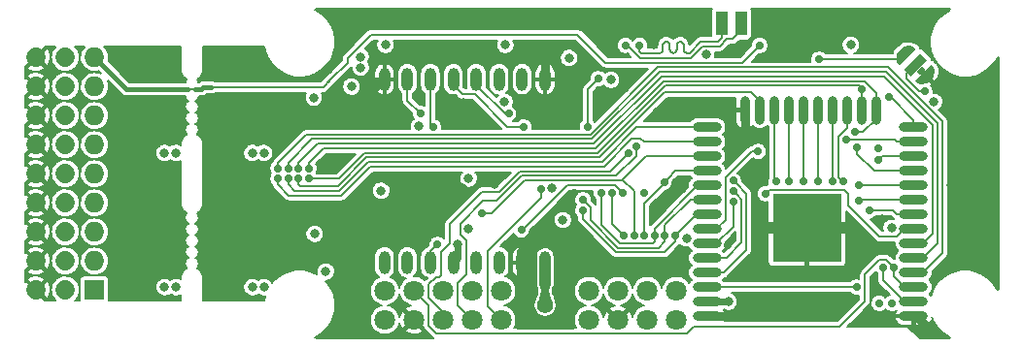
<source format=gbl>
G04 #@! TF.FileFunction,Copper,L4,Bot,Signal*
%FSLAX46Y46*%
G04 Gerber Fmt 4.6, Leading zero omitted, Abs format (unit mm)*
G04 Created by KiCad (PCBNEW 4.0.5) date 01/10/17 14:27:18*
%MOMM*%
%LPD*%
G01*
G04 APERTURE LIST*
%ADD10C,0.100000*%
%ADD11C,0.400000*%
%ADD12R,0.200000X0.200000*%
%ADD13R,1.000000X2.150000*%
%ADD14R,1.727200X1.727200*%
%ADD15C,1.727200*%
%ADD16O,1.727200X1.727200*%
%ADD17O,1.000000X2.000000*%
%ADD18C,1.800000*%
%ADD19O,2.500000X0.900000*%
%ADD20O,0.900000X2.500000*%
%ADD21R,6.000000X6.000000*%
%ADD22C,1.400000*%
%ADD23C,0.700000*%
%ADD24C,0.800000*%
%ADD25C,0.200000*%
%ADD26C,0.600000*%
%ADD27C,0.800000*%
%ADD28C,1.000000*%
%ADD29C,0.400000*%
G04 APERTURE END LIST*
D10*
G36*
X124473224Y-88909010D02*
X124685356Y-89121142D01*
X123271142Y-90535356D01*
X123059010Y-90323224D01*
X124473224Y-88909010D01*
X124473224Y-88909010D01*
G37*
G36*
X123624695Y-88909009D02*
X124119669Y-88838299D01*
X122988299Y-89969669D01*
X123059009Y-89474695D01*
X123624695Y-88909009D01*
X123624695Y-88909009D01*
G37*
G36*
X124119670Y-88838300D02*
X124473224Y-88909010D01*
X123059010Y-90323224D01*
X122988300Y-89969670D01*
X124119670Y-88838300D01*
X124119670Y-88838300D01*
G37*
G36*
X125675305Y-92090991D02*
X125180331Y-92161701D01*
X126311701Y-91030331D01*
X126240991Y-91525305D01*
X125675305Y-92090991D01*
X125675305Y-92090991D01*
G37*
G36*
X125180330Y-92161700D02*
X124826776Y-92090990D01*
X126240990Y-90676776D01*
X126311700Y-91030330D01*
X125180330Y-92161700D01*
X125180330Y-92161700D01*
G37*
G36*
X126028858Y-90464644D02*
X126240990Y-90676776D01*
X124826776Y-92090990D01*
X124614644Y-91878858D01*
X126028858Y-90464644D01*
X126028858Y-90464644D01*
G37*
G36*
X125038909Y-89474695D02*
X125675305Y-90111091D01*
X124261091Y-91525305D01*
X123624695Y-90888909D01*
X125038909Y-89474695D01*
X125038909Y-89474695D01*
G37*
G36*
X125498528Y-90853554D02*
X125003554Y-91348528D01*
X124791422Y-91136396D01*
X125286396Y-90641422D01*
X125498528Y-90853554D01*
X125498528Y-90853554D01*
G37*
G36*
X125286396Y-90641421D02*
X124791421Y-91136396D01*
X124791421Y-90994974D01*
X125144974Y-90641421D01*
X125286396Y-90641421D01*
X125286396Y-90641421D01*
G37*
G36*
X125003553Y-91348528D02*
X125498528Y-90853553D01*
X125498528Y-90994975D01*
X125144975Y-91348528D01*
X125003553Y-91348528D01*
X125003553Y-91348528D01*
G37*
G36*
X61500000Y-92750000D02*
X61260000Y-92840000D01*
X61260000Y-92460000D01*
X61500000Y-92550000D01*
X61500000Y-92750000D01*
X61500000Y-92750000D01*
G37*
D11*
X61200000Y-92650000D03*
D12*
X61600000Y-92650000D03*
D10*
G36*
X61700000Y-92550000D02*
X61940000Y-92460000D01*
X61940000Y-92840000D01*
X61700000Y-92750000D01*
X61700000Y-92550000D01*
X61700000Y-92550000D01*
G37*
D11*
X62000000Y-92650000D03*
D13*
X109500000Y-86875000D03*
X107750000Y-86875000D03*
D14*
X53105000Y-110160000D03*
D15*
X50565000Y-110160000D02*
X50565000Y-110160000D01*
X48025000Y-110160000D02*
X48025000Y-110160000D01*
D16*
X53105000Y-107620000D03*
D15*
X50565000Y-107620000D02*
X50565000Y-107620000D01*
X48025000Y-107620000D02*
X48025000Y-107620000D01*
D16*
X53105000Y-105080000D03*
D15*
X50565000Y-105080000D02*
X50565000Y-105080000D01*
X48025000Y-105080000D02*
X48025000Y-105080000D01*
D16*
X53105000Y-102540000D03*
D15*
X50565000Y-102540000D02*
X50565000Y-102540000D01*
X48025000Y-102540000D02*
X48025000Y-102540000D01*
D16*
X53105000Y-100000000D03*
D15*
X50565000Y-100000000D02*
X50565000Y-100000000D01*
X48025000Y-100000000D02*
X48025000Y-100000000D01*
D16*
X53105000Y-97460000D03*
D15*
X50565000Y-97460000D02*
X50565000Y-97460000D01*
X48025000Y-97460000D02*
X48025000Y-97460000D01*
D16*
X53105000Y-94920000D03*
D15*
X50565000Y-94920000D02*
X50565000Y-94920000D01*
X48025000Y-94920000D02*
X48025000Y-94920000D01*
D16*
X53105000Y-92380000D03*
D15*
X50565000Y-92380000D02*
X50565000Y-92380000D01*
X48025000Y-92380000D02*
X48025000Y-92380000D01*
X48025000Y-89840000D02*
X48025000Y-89840000D01*
D16*
X53105000Y-89840000D03*
D15*
X50565000Y-89840000D02*
X50565000Y-89840000D01*
D17*
X78380000Y-91750000D03*
X80380000Y-91750000D03*
X82380000Y-91750000D03*
X84380000Y-91750000D03*
X86380000Y-91750000D03*
X88380000Y-91750000D03*
X90380000Y-91750000D03*
X92380000Y-91750000D03*
X92380000Y-107750000D03*
X90380000Y-107750000D03*
X88380000Y-107750000D03*
X86380000Y-107750000D03*
X84380000Y-107750000D03*
X82380000Y-107750000D03*
X80380000Y-107750000D03*
X78380000Y-107750000D03*
D18*
X101270000Y-110230000D03*
X103810000Y-110230000D03*
X98730000Y-110230000D03*
X88570000Y-110230000D03*
X86030000Y-110230000D03*
X83490000Y-110230000D03*
X80950000Y-110230000D03*
X78410000Y-110230000D03*
X78410000Y-112770000D03*
X80950000Y-112770000D03*
X83490000Y-112770000D03*
X86030000Y-112770000D03*
X88570000Y-112770000D03*
X98730000Y-112770000D03*
X101270000Y-112770000D03*
X103810000Y-112770000D03*
X96190000Y-112770000D03*
X96190000Y-110230000D03*
D19*
X124500000Y-112450000D03*
X124500000Y-111180000D03*
X124500000Y-109910000D03*
X124500000Y-108640000D03*
X124500000Y-107370000D03*
X124500000Y-106100000D03*
X124500000Y-104830000D03*
X124500000Y-103560000D03*
X124500000Y-102290000D03*
X124500000Y-101020000D03*
X124500000Y-99750000D03*
X124500000Y-98480000D03*
X124500000Y-97210000D03*
X124500000Y-95940000D03*
D20*
X121215000Y-94450000D03*
X119945000Y-94450000D03*
X118675000Y-94450000D03*
X117405000Y-94450000D03*
X116135000Y-94450000D03*
X114865000Y-94450000D03*
X113595000Y-94450000D03*
X112325000Y-94450000D03*
X111055000Y-94450000D03*
X109785000Y-94450000D03*
D19*
X106500000Y-95940000D03*
X106500000Y-97210000D03*
X106500000Y-98480000D03*
X106500000Y-99750000D03*
X106500000Y-101020000D03*
X106500000Y-102290000D03*
X106500000Y-103560000D03*
X106500000Y-104830000D03*
X106500000Y-106100000D03*
X106500000Y-107370000D03*
X106500000Y-108640000D03*
X106500000Y-109910000D03*
X106500000Y-111180000D03*
X106500000Y-112450000D03*
D21*
X115200000Y-104750000D03*
D22*
X92380000Y-111500000D03*
X93650000Y-110230000D03*
X93650000Y-112770000D03*
X91110000Y-112770000D03*
X91110000Y-110230000D03*
D23*
X100975000Y-101675000D03*
D24*
X85725008Y-100425000D03*
X94475000Y-89900000D03*
D23*
X116250000Y-90000000D03*
X122575012Y-111325000D03*
D24*
X108375000Y-111175000D03*
X126300000Y-114000000D03*
D23*
X102100000Y-94600000D03*
X131500000Y-100000000D03*
X74000000Y-114000000D03*
X131500000Y-108500000D03*
X80300000Y-86000000D03*
X90800000Y-86000000D03*
X100000000Y-86000000D03*
X110900000Y-86000000D03*
X120900000Y-86000000D03*
X126000000Y-86000000D03*
X131500000Y-91500000D03*
D24*
X74000000Y-86000000D03*
X73725000Y-98600006D03*
X118700000Y-111450000D03*
X108475000Y-95975000D03*
X119024000Y-104750000D03*
X111560000Y-104750000D03*
D23*
X75750000Y-111375000D03*
D24*
X99300000Y-92500000D03*
D23*
X94942304Y-101668953D03*
D24*
X85300000Y-93800000D03*
X94274996Y-95275000D03*
X80400000Y-104825000D03*
X88000000Y-100874996D03*
X85195002Y-101272996D03*
X104350000Y-101350000D03*
X95950000Y-89900000D03*
X121750000Y-103925000D03*
D23*
X108325000Y-106250000D03*
D24*
X109970000Y-96290000D03*
D23*
X76650000Y-101775000D03*
X93400000Y-106125000D03*
X93655000Y-107750000D03*
X91400000Y-106125000D03*
D24*
X127750000Y-100975000D03*
X122775000Y-88750000D03*
X101875000Y-88750000D03*
X113575000Y-88750000D03*
X92675000Y-88750000D03*
X79200000Y-100950000D03*
X108375000Y-112450000D03*
X73496962Y-90946653D03*
X74150000Y-104875000D03*
X67875000Y-101800000D03*
X66875000Y-101800000D03*
X60225000Y-101800000D03*
X59225000Y-101800000D03*
X59225000Y-90100000D03*
X60225000Y-90100000D03*
X66874996Y-90100000D03*
X67875000Y-90099988D03*
X76000000Y-93950000D03*
X83475000Y-88750000D03*
X82225000Y-88750000D03*
X84400000Y-89800000D03*
X69800000Y-107000000D03*
D23*
X119550000Y-109899999D03*
D24*
X93925000Y-104049001D03*
X104700000Y-105625000D03*
X93000000Y-101275000D03*
D23*
X121424996Y-97825000D03*
D24*
X88850000Y-93725000D03*
X84775000Y-106125004D03*
X85700002Y-104825000D03*
X122575000Y-104750000D03*
D23*
X121500000Y-111325000D03*
D24*
X78100000Y-101500000D03*
X98125000Y-91800000D03*
X75500000Y-92400000D03*
X67875000Y-109900000D03*
X66875000Y-109900000D03*
X60225000Y-109900000D03*
X59225000Y-109900000D03*
X60225000Y-98200000D03*
X59225000Y-98200000D03*
X67875000Y-98200000D03*
X66875000Y-98200000D03*
X72300000Y-105250000D03*
X73275000Y-108550000D03*
X72225000Y-93350000D03*
X78475000Y-88750000D03*
X76300000Y-90750000D03*
X76300000Y-89800000D03*
D23*
X92050000Y-101350000D03*
X122775000Y-108175000D03*
X121850000Y-108175000D03*
X111575000Y-101750000D03*
X69100000Y-100450000D03*
X122324994Y-93325000D03*
X90305744Y-104925003D03*
X99150000Y-101675000D03*
X119750000Y-101000000D03*
X83000000Y-106175000D03*
X110948153Y-98049334D03*
X108777874Y-100600420D03*
X108775000Y-101525000D03*
X89200000Y-94775000D03*
X102750000Y-100725000D03*
X101025000Y-105425000D03*
X98174877Y-101690540D03*
X99225000Y-105425000D03*
X119750000Y-102320435D03*
X95675000Y-102275000D03*
X102825000Y-105425000D03*
X118325000Y-100700000D03*
X117400000Y-100700000D03*
X116149996Y-100700000D03*
X114875000Y-100700000D03*
X113600004Y-100700000D03*
X112500000Y-100700004D03*
X97275000Y-101675000D03*
X81525000Y-94750000D03*
X101925000Y-105425000D03*
X82625000Y-95924913D03*
X86850000Y-103450000D03*
X100125000Y-105425000D03*
X95674774Y-103194414D03*
X90525000Y-95924891D03*
X103725000Y-105425000D03*
X120625000Y-103225000D03*
X97016887Y-91703200D03*
X108775000Y-102475000D03*
X96071528Y-95896419D03*
X125470031Y-92829969D03*
X99650000Y-98200000D03*
X119550000Y-97675000D03*
X100350000Y-97575000D03*
X121425000Y-98825000D03*
D24*
X106425000Y-89600000D03*
X81375000Y-95874913D03*
X88925000Y-88750000D03*
X126275000Y-93725000D03*
X119025000Y-88750000D03*
D23*
X111070000Y-88800000D03*
X119950000Y-92625000D03*
X71800000Y-100449989D03*
X70900000Y-100450000D03*
X70000000Y-100450000D03*
X69100000Y-99550000D03*
X70000000Y-99550000D03*
X119408508Y-96374988D03*
X71800000Y-99549976D03*
X70900000Y-99550000D03*
X118625000Y-97025000D03*
X100625000Y-88800000D03*
X99375000Y-88800000D03*
D25*
X123447918Y-89297918D02*
X123660051Y-89510051D01*
X116250000Y-90000000D02*
X123482234Y-90000000D01*
X123482234Y-90000000D02*
X123730762Y-89751472D01*
X123730762Y-89751472D02*
X123730762Y-89580762D01*
D26*
X108375000Y-111175000D02*
X106505000Y-111175000D01*
X106505000Y-111175000D02*
X106500000Y-111180000D01*
X107330000Y-111175000D02*
X107325000Y-111180000D01*
D25*
X125852082Y-91702082D02*
X125639949Y-91489949D01*
D27*
X124500000Y-112450000D02*
X124750000Y-112450000D01*
X124750000Y-112450000D02*
X126300000Y-114000000D01*
D28*
X115200000Y-104750000D02*
X119024000Y-104750000D01*
X115200000Y-104750000D02*
X111560000Y-104750000D01*
D27*
X78380000Y-91750000D02*
X78200000Y-91750000D01*
X78200000Y-91750000D02*
X76000000Y-93950000D01*
D25*
X125569238Y-91419238D02*
X127750000Y-93600000D01*
X127750000Y-93600000D02*
X127750000Y-100975000D01*
D27*
X92380000Y-91750000D02*
X92380000Y-89045000D01*
X92380000Y-89045000D02*
X92675000Y-88750000D01*
D26*
X90380000Y-107750000D02*
X90380000Y-107125000D01*
X90380000Y-107125000D02*
X91380000Y-106125000D01*
D27*
X109785000Y-94450000D02*
X109785000Y-96105000D01*
X109785000Y-96105000D02*
X109970000Y-96290000D01*
D25*
X93380000Y-106125000D02*
X93380000Y-107475000D01*
X93380000Y-107475000D02*
X93655000Y-107750000D01*
X91380000Y-106125000D02*
X93380000Y-106125000D01*
D27*
X106500000Y-112450000D02*
X108375000Y-112450000D01*
D25*
X119539999Y-109910000D02*
X119550000Y-109899999D01*
X106500000Y-109910000D02*
X119539999Y-109910000D01*
D26*
X84775000Y-106690689D02*
X84775000Y-106125004D01*
X84775000Y-107355000D02*
X84775000Y-106690689D01*
X84380000Y-107750000D02*
X84775000Y-107355000D01*
D25*
X88570000Y-112770000D02*
X87369999Y-111569999D01*
X87369999Y-111569999D02*
X87369999Y-106789999D01*
X87369999Y-106789999D02*
X89579999Y-104579999D01*
X92050000Y-101844974D02*
X92050000Y-101350000D01*
X92050000Y-102109998D02*
X92050000Y-101844974D01*
X89579999Y-104579999D02*
X92050000Y-102109998D01*
X89579999Y-104579999D02*
X89575000Y-104575000D01*
X120250002Y-108812996D02*
X120250002Y-111174998D01*
X122775000Y-108175000D02*
X122124999Y-107524999D01*
X122124999Y-107524999D02*
X121537999Y-107524999D01*
X121537999Y-107524999D02*
X120250002Y-108812996D01*
X120250002Y-111174998D02*
X118050000Y-113375000D01*
X118050000Y-113375000D02*
X105350000Y-113375000D01*
X105350000Y-113375000D02*
X104754999Y-113970001D01*
X104754999Y-113970001D02*
X82913999Y-113970001D01*
X82913999Y-113970001D02*
X82225000Y-113281002D01*
X82225000Y-113281002D02*
X82225000Y-111505000D01*
X82225000Y-111505000D02*
X81849999Y-111129999D01*
X81849999Y-111129999D02*
X80950000Y-110230000D01*
X122775000Y-108669974D02*
X122775000Y-108175000D01*
X122775000Y-108985000D02*
X122775000Y-108669974D01*
X123700000Y-109910000D02*
X122775000Y-108985000D01*
X124500000Y-109910000D02*
X123700000Y-109910000D01*
X121850000Y-108175000D02*
X121850000Y-109330000D01*
X121850000Y-109330000D02*
X123700000Y-111180000D01*
X123700000Y-111180000D02*
X124500000Y-111180000D01*
X111575000Y-101750000D02*
X111924999Y-101400001D01*
X111924999Y-101400001D02*
X118450001Y-101400001D01*
X118450001Y-101400001D02*
X118824999Y-101774999D01*
X118824999Y-101774999D02*
X118824999Y-102794973D01*
X118824999Y-102794973D02*
X121510026Y-105480000D01*
X121510026Y-105480000D02*
X123050000Y-105480000D01*
X123050000Y-105480000D02*
X123700000Y-104830000D01*
X123700000Y-104830000D02*
X124500000Y-104830000D01*
X74629979Y-101900021D02*
X70055047Y-101900021D01*
X77155000Y-99375000D02*
X74629979Y-101900021D01*
X99950001Y-96924999D02*
X97500023Y-99374977D01*
X106500000Y-97210000D02*
X100972002Y-97210000D01*
X70055047Y-101900021D02*
X69100000Y-100944974D01*
X100972002Y-97210000D02*
X100687001Y-96924999D01*
X97500023Y-99374977D02*
X90018623Y-99374977D01*
X100687001Y-96924999D02*
X99950001Y-96924999D01*
X69100000Y-100944974D02*
X69100000Y-100450000D01*
X90018623Y-99374977D02*
X90018600Y-99375000D01*
X90018600Y-99375000D02*
X77155000Y-99375000D01*
X124500000Y-95290000D02*
X122535000Y-93325000D01*
X124500000Y-95940000D02*
X124500000Y-95290000D01*
X122535000Y-93325000D02*
X122324994Y-93325000D01*
X90305747Y-104925000D02*
X90305744Y-104925003D01*
X90386012Y-104950000D02*
X90325000Y-104950000D01*
X90411012Y-104925000D02*
X90325000Y-104925000D01*
X94317060Y-101018952D02*
X90411012Y-104925000D01*
X90325000Y-104925000D02*
X90305747Y-104925000D01*
X90325000Y-104950000D02*
X90325000Y-104925000D01*
X99150000Y-101675000D02*
X98493952Y-101018952D01*
X98493952Y-101018952D02*
X94317060Y-101018952D01*
X119770000Y-101020000D02*
X119750000Y-101000000D01*
X124500000Y-101020000D02*
X119770000Y-101020000D01*
X83975000Y-109745000D02*
X83490000Y-110230000D01*
X82380000Y-107750000D02*
X82380000Y-106795000D01*
X82380000Y-106795000D02*
X83000000Y-106175000D01*
X106500000Y-104830000D02*
X107300000Y-104830000D01*
X107300000Y-104830000D02*
X108100000Y-104030000D01*
X108100000Y-104030000D02*
X108100000Y-100317377D01*
X108100000Y-100317377D02*
X110368043Y-98049334D01*
X110368043Y-98049334D02*
X110453179Y-98049334D01*
X110453179Y-98049334D02*
X110948153Y-98049334D01*
X106500000Y-108640000D02*
X107950000Y-108640000D01*
X107950000Y-108640000D02*
X109900011Y-106689989D01*
X109900011Y-101722557D02*
X109127873Y-100950419D01*
X109127873Y-100950419D02*
X108777874Y-100600420D01*
X109900011Y-106689989D02*
X109900011Y-101722557D01*
X109124999Y-101874999D02*
X108775000Y-101525000D01*
X109500001Y-102250001D02*
X109124999Y-101874999D01*
X109500001Y-106037001D02*
X109500001Y-102250001D01*
X108167002Y-107370000D02*
X109500001Y-106037001D01*
X106500000Y-107370000D02*
X108167002Y-107370000D01*
X101025000Y-105425000D02*
X101025000Y-102575000D01*
X101025000Y-102575000D02*
X102750000Y-100850000D01*
X102750000Y-100850000D02*
X102750000Y-100725000D01*
X88905000Y-94775000D02*
X89200000Y-94775000D01*
X86380000Y-92250000D02*
X88905000Y-94775000D01*
X86380000Y-91750000D02*
X86380000Y-92250000D01*
X106500000Y-99750000D02*
X103725000Y-99750000D01*
X103099999Y-100375001D02*
X102750000Y-100725000D01*
X103725000Y-99750000D02*
X103099999Y-100375001D01*
X99225000Y-105425000D02*
X98174877Y-104374877D01*
X98174877Y-104374877D02*
X98174877Y-102185514D01*
X98174877Y-102185514D02*
X98174877Y-101690540D01*
X119780435Y-102290000D02*
X119750000Y-102320435D01*
X124500000Y-102290000D02*
X119780435Y-102290000D01*
X95675000Y-102275000D02*
X96325001Y-102925001D01*
X96325001Y-102925001D02*
X96325001Y-104051288D01*
X96325001Y-104051288D02*
X98748724Y-106475011D01*
X98748724Y-106475011D02*
X102269963Y-106475011D01*
X102269963Y-106475011D02*
X102825000Y-105919974D01*
X102825000Y-105919974D02*
X102825000Y-105425000D01*
X106500000Y-102290000D02*
X105050000Y-102290000D01*
X105050000Y-102290000D02*
X102825000Y-104515000D01*
X102825000Y-104515000D02*
X102825000Y-104930026D01*
X102825000Y-104930026D02*
X102825000Y-105425000D01*
X117974998Y-96737998D02*
X117974998Y-100349998D01*
X117975001Y-100350001D02*
X118325000Y-100700000D01*
X118675000Y-94450000D02*
X118675000Y-96037996D01*
X118675000Y-96037996D02*
X117974998Y-96737998D01*
X117974998Y-100349998D02*
X117975001Y-100350001D01*
X117400000Y-100700000D02*
X117400000Y-94455000D01*
X117400000Y-94455000D02*
X117405000Y-94450000D01*
X117375000Y-94480000D02*
X117405000Y-94450000D01*
X116135000Y-100685004D02*
X116149996Y-100700000D01*
X116135000Y-94450000D02*
X116135000Y-100685004D01*
X116000000Y-94585000D02*
X116135000Y-94450000D01*
X114865000Y-94450000D02*
X114865000Y-100690000D01*
X114865000Y-100690000D02*
X114875000Y-100700000D01*
X113595000Y-100694996D02*
X113600004Y-100700000D01*
X113595000Y-94450000D02*
X113595000Y-100694996D01*
X112325000Y-100525004D02*
X112500000Y-100700004D01*
X112325000Y-94450000D02*
X112325000Y-100525004D01*
X97275000Y-104437002D02*
X97275000Y-102169974D01*
X101925000Y-105919974D02*
X101769973Y-106075001D01*
X101769973Y-106075001D02*
X98912999Y-106075001D01*
X98912999Y-106075001D02*
X97275000Y-104437002D01*
X101925000Y-105425000D02*
X101925000Y-105919974D01*
X97275000Y-102169974D02*
X97275000Y-101675000D01*
X81525000Y-94750000D02*
X80380000Y-93605000D01*
X80380000Y-93605000D02*
X80380000Y-91750000D01*
X101925000Y-105425000D02*
X101925000Y-104795000D01*
X101925000Y-104795000D02*
X105700000Y-101020000D01*
X105700000Y-101020000D02*
X106500000Y-101020000D01*
X99100000Y-100525000D02*
X99050001Y-100574999D01*
X99050001Y-100574999D02*
X90600001Y-100574999D01*
X90600001Y-100574999D02*
X87725000Y-103450000D01*
X87725000Y-103450000D02*
X86850000Y-103450000D01*
X99100000Y-100525000D02*
X99250000Y-100375000D01*
X99250000Y-100375000D02*
X101145000Y-98480000D01*
X100125000Y-105425000D02*
X100125000Y-101550000D01*
X100125000Y-101550000D02*
X99100000Y-100525000D01*
X101145000Y-98480000D02*
X106500000Y-98480000D01*
X105700000Y-98480000D02*
X106500000Y-98480000D01*
X82380000Y-91750000D02*
X82380000Y-95679913D01*
X82380000Y-95679913D02*
X82625000Y-95924913D01*
X95674774Y-103194414D02*
X95674774Y-103965346D01*
X98584449Y-106875021D02*
X102769953Y-106875021D01*
X102769953Y-106875021D02*
X103725000Y-105919974D01*
X95674774Y-103965346D02*
X98584449Y-106875021D01*
X103725000Y-105919974D02*
X103725000Y-105425000D01*
X90525000Y-95924891D02*
X89099891Y-95924891D01*
X89099891Y-95924891D02*
X86250000Y-93075000D01*
X86250000Y-93075000D02*
X85205000Y-93075000D01*
X85205000Y-93075000D02*
X84380000Y-92250000D01*
X84380000Y-92250000D02*
X84380000Y-91750000D01*
X103725000Y-105425000D02*
X105590000Y-103560000D01*
X105590000Y-103560000D02*
X106500000Y-103560000D01*
X121119974Y-103225000D02*
X120625000Y-103225000D01*
X122715000Y-103225000D02*
X121119974Y-103225000D01*
X124500000Y-103560000D02*
X123050000Y-103560000D01*
X123050000Y-103560000D02*
X122715000Y-103225000D01*
X96071528Y-92648559D02*
X96666888Y-92053199D01*
X96666888Y-92053199D02*
X97016887Y-91703200D01*
X96071528Y-95896419D02*
X96071528Y-92648559D01*
X108775000Y-104625000D02*
X108775000Y-102969974D01*
X107300000Y-106100000D02*
X108775000Y-104625000D01*
X106500000Y-106100000D02*
X107300000Y-106100000D01*
X108775000Y-102969974D02*
X108775000Y-102475000D01*
X106500000Y-106100000D02*
X105700000Y-106100000D01*
X125470031Y-92829969D02*
X124975057Y-92829969D01*
X124975057Y-92829969D02*
X123872183Y-91727095D01*
X123872183Y-91727095D02*
X123872183Y-91277817D01*
X123872183Y-91277817D02*
X124650000Y-90500000D01*
X83312001Y-108858001D02*
X83312001Y-106825001D01*
X90184312Y-99774988D02*
X98075012Y-99774988D01*
X98075012Y-99774988D02*
X99300001Y-98549999D01*
X99300001Y-98549999D02*
X99650000Y-98200000D01*
X88384303Y-101574997D02*
X90184312Y-99774988D01*
X86900003Y-101574997D02*
X88384303Y-101574997D01*
X84074999Y-106062003D02*
X84074999Y-104400001D01*
X83312001Y-106825001D02*
X84074999Y-106062003D01*
X82225000Y-109675000D02*
X82849999Y-109050001D01*
X82849999Y-109050001D02*
X83120001Y-109050001D01*
X83120001Y-109050001D02*
X83312001Y-108858001D01*
X83490000Y-112115000D02*
X82225000Y-110850000D01*
X84074999Y-104400001D02*
X86900003Y-101574997D01*
X83490000Y-112770000D02*
X83490000Y-112115000D01*
X82225000Y-110850000D02*
X82225000Y-109675000D01*
X124500000Y-99750000D02*
X121037998Y-99750000D01*
X119550000Y-98262002D02*
X119550000Y-98169974D01*
X121037998Y-99750000D02*
X119550000Y-98262002D01*
X119550000Y-98169974D02*
X119550000Y-97675000D01*
X124475000Y-99725000D02*
X124500000Y-99750000D01*
X86030000Y-112770000D02*
X84750000Y-111490000D01*
X84750000Y-111490000D02*
X84750000Y-109575000D01*
X85525001Y-108799999D02*
X85525001Y-105839003D01*
X84750000Y-109575000D02*
X85525001Y-108799999D01*
X85525001Y-105839003D02*
X84975000Y-105289002D01*
X84975000Y-105289002D02*
X84975000Y-104362998D01*
X88180013Y-102344987D02*
X90350001Y-100174999D01*
X84975000Y-104362998D02*
X86993011Y-102344987D01*
X90350001Y-100174999D02*
X98594975Y-100174999D01*
X86993011Y-102344987D02*
X88180013Y-102344987D01*
X100350000Y-98419974D02*
X100350000Y-98069974D01*
X98594975Y-100174999D02*
X100350000Y-98419974D01*
X100350000Y-98069974D02*
X100350000Y-97575000D01*
X121770000Y-98480000D02*
X121425000Y-98825000D01*
X124500000Y-98480000D02*
X121770000Y-98480000D01*
D28*
X92380000Y-107750000D02*
X92380000Y-109600000D01*
D26*
X92380000Y-109600000D02*
X92380000Y-111500000D01*
D25*
X61600000Y-92650000D02*
X61400000Y-92650000D01*
X61400000Y-92650000D02*
X61800000Y-92650000D01*
X75170000Y-90309617D02*
X73699617Y-91780000D01*
X73699617Y-91780000D02*
X73489617Y-91990000D01*
X63280000Y-92450000D02*
X73029617Y-92450000D01*
X73029617Y-92450000D02*
X73699617Y-91780000D01*
D29*
X62000000Y-92650000D02*
X62410000Y-92650000D01*
X62410000Y-92650000D02*
X62610000Y-92450000D01*
X62610000Y-92450000D02*
X63280000Y-92450000D01*
D25*
X111070000Y-88800000D02*
X109569989Y-90300011D01*
X109569989Y-90300011D02*
X97650011Y-90300011D01*
X97650011Y-90300011D02*
X95200000Y-87850000D01*
X95200000Y-87850000D02*
X77213998Y-87850000D01*
X77213998Y-87850000D02*
X75170000Y-89893998D01*
X75170000Y-89893998D02*
X75170000Y-90309617D01*
D29*
X61200000Y-92650000D02*
X55915000Y-92650000D01*
X55915000Y-92650000D02*
X53105000Y-89840000D01*
D25*
X89521533Y-98174967D02*
X76657933Y-98174967D01*
X76657933Y-98174967D02*
X74382911Y-100449989D01*
X74382911Y-100449989D02*
X72294974Y-100449989D01*
X89521556Y-98174944D02*
X89521533Y-98174967D01*
X72294974Y-100449989D02*
X71800000Y-100449989D01*
X96975056Y-98174944D02*
X89521556Y-98174944D01*
X118400000Y-92310001D02*
X102839999Y-92310001D01*
X102839999Y-92310001D02*
X96975056Y-98174944D01*
X119950000Y-92625000D02*
X119950000Y-92525000D01*
X119950000Y-92525000D02*
X119735001Y-92310001D01*
X119735001Y-92310001D02*
X119485001Y-92310001D01*
X118605001Y-92310001D02*
X118400000Y-92310001D01*
X119485001Y-92310001D02*
X118400000Y-92310001D01*
X119945000Y-94450000D02*
X119945000Y-92630000D01*
X119945000Y-92630000D02*
X119950000Y-92625000D01*
X119945000Y-94450000D02*
X119945000Y-93650000D01*
X119945000Y-94450000D02*
X119945000Y-95250000D01*
X111055000Y-93650000D02*
X111055000Y-94450000D01*
X97150045Y-98574955D02*
X102825010Y-92899990D01*
X89687222Y-98574978D02*
X89687245Y-98574955D01*
X76823622Y-98574978D02*
X89687222Y-98574978D01*
X102825010Y-92899990D02*
X110304990Y-92899990D01*
X74298601Y-101099999D02*
X76823622Y-98574978D01*
X71055025Y-101099999D02*
X74298601Y-101099999D01*
X70900000Y-100944974D02*
X71055025Y-101099999D01*
X70900000Y-100450000D02*
X70900000Y-100944974D01*
X89687245Y-98574955D02*
X97150045Y-98574955D01*
X110304990Y-92899990D02*
X111055000Y-93650000D01*
X70000000Y-100450000D02*
X70000000Y-100944974D01*
X76989311Y-98974989D02*
X89852911Y-98974989D01*
X70000000Y-100944974D02*
X70555036Y-101500010D01*
X89852934Y-98974966D02*
X97334334Y-98974966D01*
X97334334Y-98974966D02*
X100369300Y-95940000D01*
X89852911Y-98974989D02*
X89852934Y-98974966D01*
X70555036Y-101500010D02*
X74464290Y-101500010D01*
X74464290Y-101500010D02*
X76989311Y-98974989D01*
X100369300Y-95940000D02*
X105050000Y-95940000D01*
X105050000Y-95940000D02*
X106500000Y-95940000D01*
X105700000Y-95940000D02*
X106500000Y-95940000D01*
X69100000Y-99550000D02*
X69100000Y-99055026D01*
X125300000Y-108640000D02*
X124500000Y-108640000D01*
X126980020Y-106959980D02*
X125300000Y-108640000D01*
X122262032Y-90709958D02*
X126980022Y-95427948D01*
X88858777Y-96574923D02*
X88858800Y-96574900D01*
X88858800Y-96574900D02*
X96312300Y-96574900D01*
X126980022Y-95427948D02*
X126980020Y-106959980D01*
X69100000Y-99055026D02*
X71580103Y-96574923D01*
X71580103Y-96574923D02*
X88858777Y-96574923D01*
X96312300Y-96574900D02*
X102177244Y-90709958D01*
X102177244Y-90709958D02*
X122262032Y-90709958D01*
X72080092Y-96974934D02*
X89024466Y-96974934D01*
X126580011Y-95593637D02*
X126580010Y-106089990D01*
X70000000Y-99055026D02*
X72080092Y-96974934D01*
X102342933Y-91109969D02*
X122096343Y-91109969D01*
X96477989Y-96974911D02*
X102342933Y-91109969D01*
X89024489Y-96974911D02*
X96477989Y-96974911D01*
X89024466Y-96974934D02*
X89024489Y-96974911D01*
X125300000Y-107370000D02*
X124500000Y-107370000D01*
X122096343Y-91109969D02*
X126580011Y-95593637D01*
X126580010Y-106089990D02*
X125300000Y-107370000D01*
X70000000Y-99550000D02*
X70000000Y-99055026D01*
X89355867Y-97774933D02*
X96809367Y-97774933D01*
X96809367Y-97774933D02*
X102674310Y-91909990D01*
X102674310Y-91909990D02*
X120196992Y-91909990D01*
X121215000Y-92927998D02*
X121215000Y-93000000D01*
X71800000Y-99549976D02*
X71800000Y-99055002D01*
X71800000Y-99055002D02*
X73080046Y-97774956D01*
X73080046Y-97774956D02*
X89355844Y-97774956D01*
X89355844Y-97774956D02*
X89355867Y-97774933D01*
X120196992Y-91909990D02*
X121215000Y-92927998D01*
X121215000Y-93000000D02*
X121215000Y-94450000D01*
X120090012Y-96374988D02*
X119903482Y-96374988D01*
X119903482Y-96374988D02*
X119408508Y-96374988D01*
X121215000Y-95250000D02*
X120090012Y-96374988D01*
X121215000Y-94450000D02*
X121215000Y-95250000D01*
X102508621Y-91509979D02*
X121930654Y-91509980D01*
X126180000Y-95759326D02*
X126180000Y-105220000D01*
X96643678Y-97374922D02*
X102508621Y-91509979D01*
X126180000Y-105220000D02*
X125300000Y-106100000D01*
X70900000Y-99055026D02*
X72580081Y-97374945D01*
X72580081Y-97374945D02*
X89190155Y-97374945D01*
X89190178Y-97374922D02*
X96643678Y-97374922D01*
X125300000Y-106100000D02*
X124500000Y-106100000D01*
X70900000Y-99550000D02*
X70900000Y-99055026D01*
X121930654Y-91509980D02*
X126180000Y-95759326D01*
X89190155Y-97374945D02*
X89190178Y-97374922D01*
X124500000Y-97210000D02*
X123050000Y-97210000D01*
X119119976Y-97024998D02*
X119119974Y-97025000D01*
X123050000Y-97210000D02*
X122864998Y-97024998D01*
X122864998Y-97024998D02*
X119119976Y-97024998D01*
X119119974Y-97025000D02*
X118625000Y-97025000D01*
X107750000Y-88150000D02*
X107425010Y-88474990D01*
X107750000Y-86875000D02*
X107750000Y-88150000D01*
X103016756Y-88457522D02*
X102950000Y-88450001D01*
X102350000Y-89450001D02*
X100780027Y-89450001D01*
X104683243Y-89442479D02*
X104619834Y-89420291D01*
X104750000Y-89450001D02*
X104683243Y-89442479D01*
X104973299Y-89450001D02*
X104750000Y-89450001D01*
X104150000Y-88450001D02*
X104083243Y-88457522D01*
X103850000Y-89150001D02*
X103842478Y-89216757D01*
X103850000Y-88750001D02*
X103850000Y-89150001D01*
X104450000Y-88750001D02*
X104442478Y-88683244D01*
X102819834Y-88479710D02*
X102762953Y-88515451D01*
X107425010Y-88474990D02*
X105948310Y-88474990D01*
X105948310Y-88474990D02*
X104973299Y-89450001D01*
X104619834Y-89420291D02*
X104562953Y-89384550D01*
X102950000Y-88450001D02*
X102883243Y-88457522D01*
X104515450Y-89337047D02*
X104479709Y-89280166D01*
X104562953Y-89384550D02*
X104515450Y-89337047D01*
X102715450Y-88562954D02*
X102679709Y-88619835D01*
X104420290Y-88619835D02*
X104384549Y-88562954D01*
X104479709Y-89280166D02*
X104457521Y-89216757D01*
X104457521Y-89216757D02*
X104450000Y-89150001D01*
X103483243Y-89442479D02*
X103419834Y-89420291D01*
X104280165Y-88479710D02*
X104216756Y-88457522D01*
X104450000Y-89150001D02*
X104450000Y-88750001D01*
X103737046Y-89384550D02*
X103680165Y-89420291D01*
X104442478Y-88683244D02*
X104420290Y-88619835D01*
X104019834Y-88479710D02*
X103962953Y-88515451D01*
X104384549Y-88562954D02*
X104337046Y-88515451D01*
X104337046Y-88515451D02*
X104280165Y-88479710D01*
X104216756Y-88457522D02*
X104150000Y-88450001D01*
X102883243Y-88457522D02*
X102819834Y-88479710D01*
X104083243Y-88457522D02*
X104019834Y-88479710D01*
X103784549Y-89337047D02*
X103737046Y-89384550D01*
X103962953Y-88515451D02*
X103915450Y-88562954D01*
X103915450Y-88562954D02*
X103879709Y-88619835D01*
X102537046Y-89384550D02*
X102480165Y-89420291D01*
X102584549Y-89337047D02*
X102537046Y-89384550D01*
X102620290Y-89280166D02*
X102584549Y-89337047D01*
X102679709Y-88619835D02*
X102657521Y-88683244D01*
X102762953Y-88515451D02*
X102715450Y-88562954D01*
X103879709Y-88619835D02*
X103857521Y-88683244D01*
X103242478Y-88683244D02*
X103220290Y-88619835D01*
X103857521Y-88683244D02*
X103850000Y-88750001D01*
X103842478Y-89216757D02*
X103820290Y-89280166D01*
X103820290Y-89280166D02*
X103784549Y-89337047D01*
X103315450Y-89337047D02*
X103279709Y-89280166D01*
X103362953Y-89384550D02*
X103315450Y-89337047D01*
X103419834Y-89420291D02*
X103362953Y-89384550D01*
X103680165Y-89420291D02*
X103616756Y-89442479D01*
X103550000Y-89450001D02*
X103483243Y-89442479D01*
X103616756Y-89442479D02*
X103550000Y-89450001D01*
X103257521Y-89216757D02*
X103250000Y-89150001D01*
X103279709Y-89280166D02*
X103257521Y-89216757D01*
X103250000Y-89150001D02*
X103250000Y-88750001D01*
X103250000Y-88750001D02*
X103242478Y-88683244D01*
X103184549Y-88562954D02*
X103137046Y-88515451D01*
X103220290Y-88619835D02*
X103184549Y-88562954D01*
X103137046Y-88515451D02*
X103080165Y-88479710D01*
X103080165Y-88479710D02*
X103016756Y-88457522D01*
X102650000Y-88750001D02*
X102650000Y-89150001D01*
X102657521Y-88683244D02*
X102650000Y-88750001D01*
X102642478Y-89216757D02*
X102620290Y-89280166D01*
X102650000Y-89150001D02*
X102642478Y-89216757D01*
X102480165Y-89420291D02*
X102416756Y-89442479D01*
X102416756Y-89442479D02*
X102350000Y-89450001D01*
X100780027Y-89450001D02*
X100625000Y-89294974D01*
X100625000Y-89294974D02*
X100625000Y-88800000D01*
X99375000Y-88800000D02*
X99564327Y-88800000D01*
X99564327Y-88800000D02*
X100639327Y-89875000D01*
X100639327Y-89875000D02*
X105113998Y-89875000D01*
X109500000Y-87450000D02*
X109500000Y-86875000D01*
X105113998Y-89875000D02*
X106113998Y-88875000D01*
X106113998Y-88875000D02*
X107590699Y-88875000D01*
X107590699Y-88875000D02*
X108215698Y-88250001D01*
X108215698Y-88250001D02*
X108699999Y-88250001D01*
X108699999Y-88250001D02*
X109500000Y-87450000D01*
G36*
X121259386Y-108643115D02*
X121350000Y-108736948D01*
X121350000Y-109330000D01*
X121354505Y-109375944D01*
X121358532Y-109421976D01*
X121359265Y-109424501D01*
X121359522Y-109427117D01*
X121372869Y-109471323D01*
X121385757Y-109515684D01*
X121386967Y-109518019D01*
X121387727Y-109520535D01*
X121409394Y-109561285D01*
X121430664Y-109602320D01*
X121432306Y-109604376D01*
X121433539Y-109606696D01*
X121462728Y-109642485D01*
X121491545Y-109678582D01*
X121495152Y-109682240D01*
X121495215Y-109682317D01*
X121495286Y-109682376D01*
X121496447Y-109683553D01*
X122406485Y-110593591D01*
X122362231Y-110602033D01*
X122225859Y-110657131D01*
X122102785Y-110737668D01*
X122037381Y-110801717D01*
X121980381Y-110744319D01*
X121858444Y-110662071D01*
X121722854Y-110605075D01*
X121578776Y-110575499D01*
X121431697Y-110574473D01*
X121287219Y-110602033D01*
X121150847Y-110657131D01*
X121027773Y-110737668D01*
X120922687Y-110840577D01*
X120839590Y-110961936D01*
X120781648Y-111097125D01*
X120751068Y-111240994D01*
X120749014Y-111388062D01*
X120775565Y-111532728D01*
X120829710Y-111669482D01*
X120909386Y-111793115D01*
X121011558Y-111898917D01*
X121132335Y-111982859D01*
X121267116Y-112041744D01*
X121410767Y-112073328D01*
X121557818Y-112076408D01*
X121702666Y-112050867D01*
X121839794Y-111997679D01*
X121963980Y-111918868D01*
X122037878Y-111848495D01*
X122086570Y-111898917D01*
X122207347Y-111982859D01*
X122342128Y-112041744D01*
X122485779Y-112073328D01*
X122632830Y-112076408D01*
X122777678Y-112050867D01*
X122914806Y-111997679D01*
X123021746Y-111929812D01*
X122937694Y-112060912D01*
X122881939Y-112219185D01*
X122956697Y-112350000D01*
X124400000Y-112350000D01*
X124400000Y-112330000D01*
X124600000Y-112330000D01*
X124600000Y-112350000D01*
X124620000Y-112350000D01*
X124620000Y-112550000D01*
X124600000Y-112550000D01*
X124600000Y-113300000D01*
X125400000Y-113300000D01*
X125563905Y-113264158D01*
X125717668Y-113197029D01*
X125855381Y-113101192D01*
X125971751Y-112980330D01*
X126062306Y-112839088D01*
X126118061Y-112680815D01*
X126043304Y-112550002D01*
X126081447Y-112550002D01*
X126229468Y-112923860D01*
X126558795Y-113434875D01*
X126981107Y-113872192D01*
X127480317Y-114219152D01*
X127660643Y-114297935D01*
X127558578Y-114400000D01*
X125041422Y-114400000D01*
X124070711Y-113429289D01*
X124038906Y-113407879D01*
X124000000Y-113400000D01*
X118732106Y-113400000D01*
X119451291Y-112680815D01*
X122881939Y-112680815D01*
X122937694Y-112839088D01*
X123028249Y-112980330D01*
X123144619Y-113101192D01*
X123282332Y-113197029D01*
X123436095Y-113264158D01*
X123600000Y-113300000D01*
X124400000Y-113300000D01*
X124400000Y-112550000D01*
X122956697Y-112550000D01*
X122881939Y-112680815D01*
X119451291Y-112680815D01*
X120603556Y-111528551D01*
X120632882Y-111492850D01*
X120662559Y-111457482D01*
X120663825Y-111455179D01*
X120665495Y-111453146D01*
X120687322Y-111412438D01*
X120709570Y-111371969D01*
X120710365Y-111369462D01*
X120711607Y-111367146D01*
X120725109Y-111322983D01*
X120739076Y-111278954D01*
X120739369Y-111276343D01*
X120740138Y-111273827D01*
X120744808Y-111227851D01*
X120749953Y-111181979D01*
X120749989Y-111176841D01*
X120749999Y-111176743D01*
X120749990Y-111176652D01*
X120750002Y-111174998D01*
X120750002Y-109020102D01*
X121207500Y-108562604D01*
X121259386Y-108643115D01*
X121259386Y-108643115D01*
G37*
X121259386Y-108643115D02*
X121350000Y-108736948D01*
X121350000Y-109330000D01*
X121354505Y-109375944D01*
X121358532Y-109421976D01*
X121359265Y-109424501D01*
X121359522Y-109427117D01*
X121372869Y-109471323D01*
X121385757Y-109515684D01*
X121386967Y-109518019D01*
X121387727Y-109520535D01*
X121409394Y-109561285D01*
X121430664Y-109602320D01*
X121432306Y-109604376D01*
X121433539Y-109606696D01*
X121462728Y-109642485D01*
X121491545Y-109678582D01*
X121495152Y-109682240D01*
X121495215Y-109682317D01*
X121495286Y-109682376D01*
X121496447Y-109683553D01*
X122406485Y-110593591D01*
X122362231Y-110602033D01*
X122225859Y-110657131D01*
X122102785Y-110737668D01*
X122037381Y-110801717D01*
X121980381Y-110744319D01*
X121858444Y-110662071D01*
X121722854Y-110605075D01*
X121578776Y-110575499D01*
X121431697Y-110574473D01*
X121287219Y-110602033D01*
X121150847Y-110657131D01*
X121027773Y-110737668D01*
X120922687Y-110840577D01*
X120839590Y-110961936D01*
X120781648Y-111097125D01*
X120751068Y-111240994D01*
X120749014Y-111388062D01*
X120775565Y-111532728D01*
X120829710Y-111669482D01*
X120909386Y-111793115D01*
X121011558Y-111898917D01*
X121132335Y-111982859D01*
X121267116Y-112041744D01*
X121410767Y-112073328D01*
X121557818Y-112076408D01*
X121702666Y-112050867D01*
X121839794Y-111997679D01*
X121963980Y-111918868D01*
X122037878Y-111848495D01*
X122086570Y-111898917D01*
X122207347Y-111982859D01*
X122342128Y-112041744D01*
X122485779Y-112073328D01*
X122632830Y-112076408D01*
X122777678Y-112050867D01*
X122914806Y-111997679D01*
X123021746Y-111929812D01*
X122937694Y-112060912D01*
X122881939Y-112219185D01*
X122956697Y-112350000D01*
X124400000Y-112350000D01*
X124400000Y-112330000D01*
X124600000Y-112330000D01*
X124600000Y-112350000D01*
X124620000Y-112350000D01*
X124620000Y-112550000D01*
X124600000Y-112550000D01*
X124600000Y-113300000D01*
X125400000Y-113300000D01*
X125563905Y-113264158D01*
X125717668Y-113197029D01*
X125855381Y-113101192D01*
X125971751Y-112980330D01*
X126062306Y-112839088D01*
X126118061Y-112680815D01*
X126043304Y-112550002D01*
X126081447Y-112550002D01*
X126229468Y-112923860D01*
X126558795Y-113434875D01*
X126981107Y-113872192D01*
X127480317Y-114219152D01*
X127660643Y-114297935D01*
X127558578Y-114400000D01*
X125041422Y-114400000D01*
X124070711Y-113429289D01*
X124038906Y-113407879D01*
X124000000Y-113400000D01*
X118732106Y-113400000D01*
X119451291Y-112680815D01*
X122881939Y-112680815D01*
X122937694Y-112839088D01*
X123028249Y-112980330D01*
X123144619Y-113101192D01*
X123282332Y-113197029D01*
X123436095Y-113264158D01*
X123600000Y-113300000D01*
X124400000Y-113300000D01*
X124400000Y-112550000D01*
X122956697Y-112550000D01*
X122881939Y-112680815D01*
X119451291Y-112680815D01*
X120603556Y-111528551D01*
X120632882Y-111492850D01*
X120662559Y-111457482D01*
X120663825Y-111455179D01*
X120665495Y-111453146D01*
X120687322Y-111412438D01*
X120709570Y-111371969D01*
X120710365Y-111369462D01*
X120711607Y-111367146D01*
X120725109Y-111322983D01*
X120739076Y-111278954D01*
X120739369Y-111276343D01*
X120740138Y-111273827D01*
X120744808Y-111227851D01*
X120749953Y-111181979D01*
X120749989Y-111176841D01*
X120749999Y-111176743D01*
X120749990Y-111176652D01*
X120750002Y-111174998D01*
X120750002Y-109020102D01*
X121207500Y-108562604D01*
X121259386Y-108643115D01*
G36*
X77770562Y-88362732D02*
X77708758Y-88506934D01*
X77676139Y-88660393D01*
X77673948Y-88817266D01*
X77702270Y-88971577D01*
X77760024Y-89117448D01*
X77845012Y-89249323D01*
X77953995Y-89362179D01*
X78082824Y-89451717D01*
X78226590Y-89514527D01*
X78379818Y-89548216D01*
X78536672Y-89551502D01*
X78691177Y-89524258D01*
X78837447Y-89467524D01*
X78969912Y-89383459D01*
X79083526Y-89275266D01*
X79173962Y-89147066D01*
X79237774Y-89003741D01*
X79272532Y-88850752D01*
X79275034Y-88671556D01*
X79244561Y-88517656D01*
X79184776Y-88372605D01*
X79169757Y-88350000D01*
X88229280Y-88350000D01*
X88220562Y-88362732D01*
X88158758Y-88506934D01*
X88126139Y-88660393D01*
X88123948Y-88817266D01*
X88152270Y-88971577D01*
X88210024Y-89117448D01*
X88295012Y-89249323D01*
X88403995Y-89362179D01*
X88532824Y-89451717D01*
X88676590Y-89514527D01*
X88829818Y-89548216D01*
X88986672Y-89551502D01*
X89141177Y-89524258D01*
X89287447Y-89467524D01*
X89419912Y-89383459D01*
X89533526Y-89275266D01*
X89623962Y-89147066D01*
X89687774Y-89003741D01*
X89722532Y-88850752D01*
X89725034Y-88671556D01*
X89694561Y-88517656D01*
X89634776Y-88372605D01*
X89619757Y-88350000D01*
X94992894Y-88350000D01*
X97296458Y-90653565D01*
X97332159Y-90682891D01*
X97367527Y-90712568D01*
X97369830Y-90713834D01*
X97371863Y-90715504D01*
X97412571Y-90737331D01*
X97453040Y-90759579D01*
X97455547Y-90760374D01*
X97457863Y-90761616D01*
X97502026Y-90775118D01*
X97546055Y-90789085D01*
X97548666Y-90789378D01*
X97551182Y-90790147D01*
X97597158Y-90794817D01*
X97643030Y-90799962D01*
X97648168Y-90799998D01*
X97648266Y-90800008D01*
X97648357Y-90799999D01*
X97650011Y-90800011D01*
X101380085Y-90800011D01*
X96697240Y-95482854D01*
X96655549Y-95420103D01*
X96571528Y-95335494D01*
X96571528Y-92855665D01*
X96974681Y-92452513D01*
X97074705Y-92454608D01*
X97219553Y-92429067D01*
X97356681Y-92375879D01*
X97480867Y-92297068D01*
X97488732Y-92289578D01*
X97495012Y-92299323D01*
X97603995Y-92412179D01*
X97732824Y-92501717D01*
X97876590Y-92564527D01*
X98029818Y-92598216D01*
X98186672Y-92601502D01*
X98341177Y-92574258D01*
X98487447Y-92517524D01*
X98619912Y-92433459D01*
X98733526Y-92325266D01*
X98823962Y-92197066D01*
X98887774Y-92053741D01*
X98922532Y-91900752D01*
X98925034Y-91721556D01*
X98894561Y-91567656D01*
X98834776Y-91422605D01*
X98747955Y-91291930D01*
X98637407Y-91180607D01*
X98507341Y-91092876D01*
X98362711Y-91032079D01*
X98209027Y-91000533D01*
X98052143Y-90999437D01*
X97898034Y-91028835D01*
X97752570Y-91087607D01*
X97621291Y-91173513D01*
X97584087Y-91209946D01*
X97497268Y-91122519D01*
X97375331Y-91040271D01*
X97239741Y-90983275D01*
X97095663Y-90953699D01*
X96948584Y-90952673D01*
X96804106Y-90980233D01*
X96667734Y-91035331D01*
X96544660Y-91115868D01*
X96439574Y-91218777D01*
X96356477Y-91340136D01*
X96298535Y-91475325D01*
X96267955Y-91619194D01*
X96266173Y-91746807D01*
X95717975Y-92295006D01*
X95688696Y-92330651D01*
X95658971Y-92366075D01*
X95657703Y-92368382D01*
X95656036Y-92370411D01*
X95634229Y-92411080D01*
X95611960Y-92451588D01*
X95611165Y-92454095D01*
X95609923Y-92456411D01*
X95596421Y-92500574D01*
X95582454Y-92544603D01*
X95582161Y-92547214D01*
X95581392Y-92549730D01*
X95576722Y-92595706D01*
X95571577Y-92641578D01*
X95571541Y-92646716D01*
X95571531Y-92646814D01*
X95571540Y-92646905D01*
X95571528Y-92648559D01*
X95571528Y-95336285D01*
X95494215Y-95411996D01*
X95411118Y-95533355D01*
X95353176Y-95668544D01*
X95322596Y-95812413D01*
X95320542Y-95959481D01*
X95341725Y-96074900D01*
X91260064Y-96074900D01*
X91272686Y-96019346D01*
X91275032Y-95851350D01*
X91246464Y-95707068D01*
X91190415Y-95571084D01*
X91109021Y-95448575D01*
X91005381Y-95344210D01*
X90883444Y-95261962D01*
X90747854Y-95204966D01*
X90603776Y-95175390D01*
X90456697Y-95174364D01*
X90312219Y-95201924D01*
X90175847Y-95257022D01*
X90052773Y-95337559D01*
X89963594Y-95424891D01*
X89575702Y-95424891D01*
X89663980Y-95368868D01*
X89770493Y-95267437D01*
X89855277Y-95147249D01*
X89915100Y-95012882D01*
X89947686Y-94869455D01*
X89950032Y-94701459D01*
X89921464Y-94557177D01*
X89865415Y-94421193D01*
X89784021Y-94298684D01*
X89680381Y-94194319D01*
X89558444Y-94112071D01*
X89554205Y-94110289D01*
X89612774Y-93978741D01*
X89647532Y-93825752D01*
X89650034Y-93646556D01*
X89619561Y-93492656D01*
X89559776Y-93347605D01*
X89472955Y-93216930D01*
X89362407Y-93105607D01*
X89232341Y-93017876D01*
X89087711Y-92957079D01*
X88968810Y-92932673D01*
X89009697Y-92899799D01*
X89122602Y-92765244D01*
X89207222Y-92611322D01*
X89260333Y-92443895D01*
X89279912Y-92269340D01*
X89280000Y-92256774D01*
X89280000Y-91243226D01*
X89480000Y-91243226D01*
X89480000Y-92256774D01*
X89497140Y-92431585D01*
X89547909Y-92599737D01*
X89630371Y-92754826D01*
X89741386Y-92890945D01*
X89876726Y-93002908D01*
X90031236Y-93086451D01*
X90199030Y-93138392D01*
X90373717Y-93156752D01*
X90548643Y-93140833D01*
X90717146Y-93091239D01*
X90872807Y-93009862D01*
X91009697Y-92899799D01*
X91122602Y-92765244D01*
X91207222Y-92611322D01*
X91260333Y-92443895D01*
X91279912Y-92269340D01*
X91280000Y-92256774D01*
X91280000Y-91850000D01*
X91480000Y-91850000D01*
X91480000Y-92350000D01*
X91516802Y-92523660D01*
X91586777Y-92686803D01*
X91687235Y-92833160D01*
X91814315Y-92957106D01*
X91963134Y-93053879D01*
X92141312Y-93117772D01*
X92280000Y-93043725D01*
X92280000Y-91850000D01*
X92480000Y-91850000D01*
X92480000Y-93043725D01*
X92618688Y-93117772D01*
X92796866Y-93053879D01*
X92945685Y-92957106D01*
X93072765Y-92833160D01*
X93173223Y-92686803D01*
X93243198Y-92523660D01*
X93280000Y-92350000D01*
X93280000Y-91850000D01*
X92480000Y-91850000D01*
X92280000Y-91850000D01*
X91480000Y-91850000D01*
X91280000Y-91850000D01*
X91280000Y-91243226D01*
X91270860Y-91150000D01*
X91480000Y-91150000D01*
X91480000Y-91650000D01*
X92280000Y-91650000D01*
X92280000Y-90456275D01*
X92480000Y-90456275D01*
X92480000Y-91650000D01*
X93280000Y-91650000D01*
X93280000Y-91150000D01*
X93243198Y-90976340D01*
X93173223Y-90813197D01*
X93072765Y-90666840D01*
X92945685Y-90542894D01*
X92796866Y-90446121D01*
X92618688Y-90382228D01*
X92480000Y-90456275D01*
X92280000Y-90456275D01*
X92141312Y-90382228D01*
X91963134Y-90446121D01*
X91814315Y-90542894D01*
X91687235Y-90666840D01*
X91586777Y-90813197D01*
X91516802Y-90976340D01*
X91480000Y-91150000D01*
X91270860Y-91150000D01*
X91262860Y-91068415D01*
X91212091Y-90900263D01*
X91129629Y-90745174D01*
X91018614Y-90609055D01*
X90883274Y-90497092D01*
X90728764Y-90413549D01*
X90560970Y-90361608D01*
X90386283Y-90343248D01*
X90211357Y-90359167D01*
X90042854Y-90408761D01*
X89887193Y-90490138D01*
X89750303Y-90600201D01*
X89637398Y-90734756D01*
X89552778Y-90888678D01*
X89499667Y-91056105D01*
X89480088Y-91230660D01*
X89480000Y-91243226D01*
X89280000Y-91243226D01*
X89262860Y-91068415D01*
X89212091Y-90900263D01*
X89129629Y-90745174D01*
X89018614Y-90609055D01*
X88883274Y-90497092D01*
X88728764Y-90413549D01*
X88560970Y-90361608D01*
X88386283Y-90343248D01*
X88211357Y-90359167D01*
X88042854Y-90408761D01*
X87887193Y-90490138D01*
X87750303Y-90600201D01*
X87637398Y-90734756D01*
X87552778Y-90888678D01*
X87499667Y-91056105D01*
X87480088Y-91230660D01*
X87480000Y-91243226D01*
X87480000Y-92256774D01*
X87497140Y-92431585D01*
X87547909Y-92599737D01*
X87630371Y-92754826D01*
X87741386Y-92890945D01*
X87876726Y-93002908D01*
X88031236Y-93086451D01*
X88199030Y-93138392D01*
X88295242Y-93148504D01*
X88234199Y-93208282D01*
X88157461Y-93320354D01*
X87262417Y-92425311D01*
X87279912Y-92269340D01*
X87280000Y-92256774D01*
X87280000Y-91243226D01*
X87262860Y-91068415D01*
X87212091Y-90900263D01*
X87129629Y-90745174D01*
X87018614Y-90609055D01*
X86883274Y-90497092D01*
X86728764Y-90413549D01*
X86560970Y-90361608D01*
X86386283Y-90343248D01*
X86211357Y-90359167D01*
X86042854Y-90408761D01*
X85887193Y-90490138D01*
X85750303Y-90600201D01*
X85637398Y-90734756D01*
X85552778Y-90888678D01*
X85499667Y-91056105D01*
X85480088Y-91230660D01*
X85480000Y-91243226D01*
X85480000Y-92256774D01*
X85497140Y-92431585D01*
X85540440Y-92575000D01*
X85412107Y-92575000D01*
X85262417Y-92425311D01*
X85279912Y-92269340D01*
X85280000Y-92256774D01*
X85280000Y-91243226D01*
X85262860Y-91068415D01*
X85212091Y-90900263D01*
X85129629Y-90745174D01*
X85018614Y-90609055D01*
X84883274Y-90497092D01*
X84728764Y-90413549D01*
X84560970Y-90361608D01*
X84386283Y-90343248D01*
X84211357Y-90359167D01*
X84042854Y-90408761D01*
X83887193Y-90490138D01*
X83750303Y-90600201D01*
X83637398Y-90734756D01*
X83552778Y-90888678D01*
X83499667Y-91056105D01*
X83480088Y-91230660D01*
X83480000Y-91243226D01*
X83480000Y-92256774D01*
X83497140Y-92431585D01*
X83547909Y-92599737D01*
X83630371Y-92754826D01*
X83741386Y-92890945D01*
X83876726Y-93002908D01*
X84031236Y-93086451D01*
X84199030Y-93138392D01*
X84373717Y-93156752D01*
X84548643Y-93140833D01*
X84560296Y-93137403D01*
X84851446Y-93428553D01*
X84887108Y-93457846D01*
X84922516Y-93487557D01*
X84924823Y-93488825D01*
X84926852Y-93490492D01*
X84967521Y-93512299D01*
X85008029Y-93534568D01*
X85010536Y-93535363D01*
X85012852Y-93536605D01*
X85057015Y-93550107D01*
X85101044Y-93564074D01*
X85103655Y-93564367D01*
X85106171Y-93565136D01*
X85152103Y-93569801D01*
X85198019Y-93574951D01*
X85203168Y-93574987D01*
X85203255Y-93574996D01*
X85203336Y-93574988D01*
X85205000Y-93575000D01*
X86042894Y-93575000D01*
X88542816Y-96074923D01*
X83360064Y-96074923D01*
X83372686Y-96019368D01*
X83375032Y-95851372D01*
X83346464Y-95707090D01*
X83290415Y-95571106D01*
X83209021Y-95448597D01*
X83105381Y-95344232D01*
X82983444Y-95261984D01*
X82880000Y-95218501D01*
X82880000Y-93004079D01*
X83009697Y-92899799D01*
X83122602Y-92765244D01*
X83207222Y-92611322D01*
X83260333Y-92443895D01*
X83279912Y-92269340D01*
X83280000Y-92256774D01*
X83280000Y-91243226D01*
X83262860Y-91068415D01*
X83212091Y-90900263D01*
X83129629Y-90745174D01*
X83018614Y-90609055D01*
X82883274Y-90497092D01*
X82728764Y-90413549D01*
X82560970Y-90361608D01*
X82386283Y-90343248D01*
X82211357Y-90359167D01*
X82042854Y-90408761D01*
X81887193Y-90490138D01*
X81750303Y-90600201D01*
X81637398Y-90734756D01*
X81552778Y-90888678D01*
X81499667Y-91056105D01*
X81480088Y-91230660D01*
X81480000Y-91243226D01*
X81480000Y-92256774D01*
X81497140Y-92431585D01*
X81547909Y-92599737D01*
X81630371Y-92754826D01*
X81741386Y-92890945D01*
X81876726Y-93002908D01*
X81880000Y-93004678D01*
X81880000Y-94085623D01*
X81747854Y-94030075D01*
X81603776Y-94000499D01*
X81481754Y-93999648D01*
X80880000Y-93397894D01*
X80880000Y-93004079D01*
X81009697Y-92899799D01*
X81122602Y-92765244D01*
X81207222Y-92611322D01*
X81260333Y-92443895D01*
X81279912Y-92269340D01*
X81280000Y-92256774D01*
X81280000Y-91243226D01*
X81262860Y-91068415D01*
X81212091Y-90900263D01*
X81129629Y-90745174D01*
X81018614Y-90609055D01*
X80883274Y-90497092D01*
X80728764Y-90413549D01*
X80560970Y-90361608D01*
X80386283Y-90343248D01*
X80211357Y-90359167D01*
X80042854Y-90408761D01*
X79887193Y-90490138D01*
X79750303Y-90600201D01*
X79637398Y-90734756D01*
X79552778Y-90888678D01*
X79499667Y-91056105D01*
X79480088Y-91230660D01*
X79480000Y-91243226D01*
X79480000Y-92256774D01*
X79497140Y-92431585D01*
X79547909Y-92599737D01*
X79630371Y-92754826D01*
X79741386Y-92890945D01*
X79876726Y-93002908D01*
X79880000Y-93004678D01*
X79880000Y-93605000D01*
X79884505Y-93650944D01*
X79888532Y-93696976D01*
X79889265Y-93699501D01*
X79889522Y-93702117D01*
X79902869Y-93746323D01*
X79915757Y-93790684D01*
X79916967Y-93793019D01*
X79917727Y-93795535D01*
X79939394Y-93836285D01*
X79960664Y-93877320D01*
X79962306Y-93879376D01*
X79963539Y-93881696D01*
X79992728Y-93917485D01*
X80021545Y-93953582D01*
X80025152Y-93957240D01*
X80025215Y-93957317D01*
X80025286Y-93957376D01*
X80026447Y-93958553D01*
X80775487Y-94707594D01*
X80774014Y-94813062D01*
X80800565Y-94957728D01*
X80854710Y-95094482D01*
X80929410Y-95210394D01*
X80871291Y-95248426D01*
X80759199Y-95358195D01*
X80670562Y-95487645D01*
X80608758Y-95631847D01*
X80576139Y-95785306D01*
X80573948Y-95942179D01*
X80598312Y-96074923D01*
X71580103Y-96074923D01*
X71534114Y-96079432D01*
X71488127Y-96083455D01*
X71485602Y-96084188D01*
X71482986Y-96084445D01*
X71438780Y-96097792D01*
X71394419Y-96110680D01*
X71392084Y-96111890D01*
X71389568Y-96112650D01*
X71348778Y-96134338D01*
X71307783Y-96155588D01*
X71305730Y-96157227D01*
X71303407Y-96158462D01*
X71267615Y-96187653D01*
X71231520Y-96216468D01*
X71227857Y-96220080D01*
X71227786Y-96220138D01*
X71227731Y-96220204D01*
X71226549Y-96221370D01*
X68746447Y-98701473D01*
X68717168Y-98737118D01*
X68687443Y-98772542D01*
X68686175Y-98774849D01*
X68684508Y-98776878D01*
X68662701Y-98817547D01*
X68640432Y-98858055D01*
X68639637Y-98860562D01*
X68638395Y-98862878D01*
X68624893Y-98907041D01*
X68610926Y-98951070D01*
X68610633Y-98953681D01*
X68609864Y-98956197D01*
X68607156Y-98982858D01*
X68522687Y-99065577D01*
X68439590Y-99186936D01*
X68381648Y-99322125D01*
X68351068Y-99465994D01*
X68349014Y-99613062D01*
X68375565Y-99757728D01*
X68429710Y-99894482D01*
X68498393Y-100001057D01*
X68439590Y-100086936D01*
X68381648Y-100222125D01*
X68351068Y-100365994D01*
X68349014Y-100513062D01*
X68375565Y-100657728D01*
X68429710Y-100794482D01*
X68509386Y-100918115D01*
X68606977Y-101019173D01*
X68608532Y-101036950D01*
X68609265Y-101039475D01*
X68609522Y-101042091D01*
X68622869Y-101086297D01*
X68635757Y-101130658D01*
X68636967Y-101132993D01*
X68637727Y-101135509D01*
X68659394Y-101176259D01*
X68680664Y-101217294D01*
X68682306Y-101219350D01*
X68683539Y-101221670D01*
X68712728Y-101257459D01*
X68741545Y-101293556D01*
X68745152Y-101297214D01*
X68745215Y-101297291D01*
X68745286Y-101297350D01*
X68746447Y-101298527D01*
X69701493Y-102253574D01*
X69737185Y-102282892D01*
X69772563Y-102312578D01*
X69774867Y-102313844D01*
X69776898Y-102315513D01*
X69817589Y-102337331D01*
X69858076Y-102359589D01*
X69860583Y-102360384D01*
X69862899Y-102361626D01*
X69907062Y-102375128D01*
X69951091Y-102389095D01*
X69953702Y-102389388D01*
X69956218Y-102390157D01*
X70002150Y-102394822D01*
X70048066Y-102399972D01*
X70053215Y-102400008D01*
X70053302Y-102400017D01*
X70053383Y-102400009D01*
X70055047Y-102400021D01*
X74629979Y-102400021D01*
X74675923Y-102395516D01*
X74721955Y-102391489D01*
X74724480Y-102390756D01*
X74727096Y-102390499D01*
X74771302Y-102377152D01*
X74815663Y-102364264D01*
X74817998Y-102363054D01*
X74820514Y-102362294D01*
X74861264Y-102340627D01*
X74902299Y-102319357D01*
X74904355Y-102317715D01*
X74906675Y-102316482D01*
X74942464Y-102287293D01*
X74978561Y-102258476D01*
X74982219Y-102254869D01*
X74982296Y-102254806D01*
X74982355Y-102254735D01*
X74983532Y-102253574D01*
X75669840Y-101567266D01*
X77298948Y-101567266D01*
X77327270Y-101721577D01*
X77385024Y-101867448D01*
X77470012Y-101999323D01*
X77578995Y-102112179D01*
X77707824Y-102201717D01*
X77851590Y-102264527D01*
X78004818Y-102298216D01*
X78161672Y-102301502D01*
X78316177Y-102274258D01*
X78462447Y-102217524D01*
X78594912Y-102133459D01*
X78708526Y-102025266D01*
X78798962Y-101897066D01*
X78862774Y-101753741D01*
X78897532Y-101600752D01*
X78900034Y-101421556D01*
X78869561Y-101267656D01*
X78809776Y-101122605D01*
X78722955Y-100991930D01*
X78612407Y-100880607D01*
X78482341Y-100792876D01*
X78337711Y-100732079D01*
X78184027Y-100700533D01*
X78027143Y-100699437D01*
X77873034Y-100728835D01*
X77727570Y-100787607D01*
X77596291Y-100873513D01*
X77484199Y-100983282D01*
X77395562Y-101112732D01*
X77333758Y-101256934D01*
X77301139Y-101410393D01*
X77298948Y-101567266D01*
X75669840Y-101567266D01*
X77362106Y-99875000D01*
X85143193Y-99875000D01*
X85109207Y-99908282D01*
X85020570Y-100037732D01*
X84958766Y-100181934D01*
X84926147Y-100335393D01*
X84923956Y-100492266D01*
X84952278Y-100646577D01*
X85010032Y-100792448D01*
X85095020Y-100924323D01*
X85204003Y-101037179D01*
X85332832Y-101126717D01*
X85476598Y-101189527D01*
X85629826Y-101223216D01*
X85786680Y-101226502D01*
X85941185Y-101199258D01*
X86087455Y-101142524D01*
X86219920Y-101058459D01*
X86333534Y-100950266D01*
X86423970Y-100822066D01*
X86487782Y-100678741D01*
X86522540Y-100525752D01*
X86525042Y-100346556D01*
X86494569Y-100192656D01*
X86434784Y-100047605D01*
X86347963Y-99916930D01*
X86306325Y-99875000D01*
X89377194Y-99875000D01*
X88177197Y-101074997D01*
X86900003Y-101074997D01*
X86854055Y-101079502D01*
X86808028Y-101083529D01*
X86805504Y-101084262D01*
X86802886Y-101084519D01*
X86758668Y-101097870D01*
X86714319Y-101110754D01*
X86711984Y-101111964D01*
X86709468Y-101112724D01*
X86668718Y-101134391D01*
X86627683Y-101155661D01*
X86625627Y-101157303D01*
X86623307Y-101158536D01*
X86587518Y-101187725D01*
X86551421Y-101216542D01*
X86547763Y-101220149D01*
X86547686Y-101220212D01*
X86547627Y-101220283D01*
X86546450Y-101221444D01*
X83721446Y-104046448D01*
X83692167Y-104082093D01*
X83662442Y-104117517D01*
X83661174Y-104119824D01*
X83659507Y-104121853D01*
X83637700Y-104162522D01*
X83615431Y-104203030D01*
X83614636Y-104205537D01*
X83613394Y-104207853D01*
X83599892Y-104252016D01*
X83585925Y-104296045D01*
X83585632Y-104298656D01*
X83584863Y-104301172D01*
X83580193Y-104347148D01*
X83575048Y-104393020D01*
X83575012Y-104398158D01*
X83575002Y-104398256D01*
X83575011Y-104398347D01*
X83574999Y-104400001D01*
X83574999Y-105689599D01*
X83480381Y-105594319D01*
X83358444Y-105512071D01*
X83222854Y-105455075D01*
X83078776Y-105425499D01*
X82931697Y-105424473D01*
X82787219Y-105452033D01*
X82650847Y-105507131D01*
X82527773Y-105587668D01*
X82422687Y-105690577D01*
X82339590Y-105811936D01*
X82281648Y-105947125D01*
X82251068Y-106090994D01*
X82249286Y-106218608D01*
X82065922Y-106401971D01*
X82042854Y-106408761D01*
X81887193Y-106490138D01*
X81750303Y-106600201D01*
X81637398Y-106734756D01*
X81552778Y-106888678D01*
X81499667Y-107056105D01*
X81480088Y-107230660D01*
X81480000Y-107243226D01*
X81480000Y-108256774D01*
X81497140Y-108431585D01*
X81547909Y-108599737D01*
X81630371Y-108754826D01*
X81741386Y-108890945D01*
X81876726Y-109002908D01*
X82031236Y-109086451D01*
X82088666Y-109104228D01*
X81875708Y-109317186D01*
X81782661Y-109223486D01*
X81571303Y-109080924D01*
X81336280Y-108982129D01*
X81086544Y-108930866D01*
X80972052Y-108930067D01*
X81009697Y-108899799D01*
X81122602Y-108765244D01*
X81207222Y-108611322D01*
X81260333Y-108443895D01*
X81279912Y-108269340D01*
X81280000Y-108256774D01*
X81280000Y-107243226D01*
X81262860Y-107068415D01*
X81212091Y-106900263D01*
X81129629Y-106745174D01*
X81018614Y-106609055D01*
X80883274Y-106497092D01*
X80728764Y-106413549D01*
X80560970Y-106361608D01*
X80386283Y-106343248D01*
X80211357Y-106359167D01*
X80042854Y-106408761D01*
X79887193Y-106490138D01*
X79750303Y-106600201D01*
X79637398Y-106734756D01*
X79552778Y-106888678D01*
X79499667Y-107056105D01*
X79480088Y-107230660D01*
X79480000Y-107243226D01*
X79480000Y-108256774D01*
X79497140Y-108431585D01*
X79547909Y-108599737D01*
X79630371Y-108754826D01*
X79741386Y-108890945D01*
X79876726Y-109002908D01*
X80031236Y-109086451D01*
X80199030Y-109138392D01*
X80237687Y-109142455D01*
X80131474Y-109211959D01*
X79949324Y-109390333D01*
X79805289Y-109600690D01*
X79704857Y-109835017D01*
X79680125Y-109951369D01*
X79660537Y-109852441D01*
X79563386Y-109616734D01*
X79422302Y-109404386D01*
X79242661Y-109223486D01*
X79031303Y-109080924D01*
X78868103Y-109012321D01*
X78872807Y-109009862D01*
X79009697Y-108899799D01*
X79122602Y-108765244D01*
X79207222Y-108611322D01*
X79260333Y-108443895D01*
X79279912Y-108269340D01*
X79280000Y-108256774D01*
X79280000Y-107243226D01*
X79262860Y-107068415D01*
X79212091Y-106900263D01*
X79129629Y-106745174D01*
X79018614Y-106609055D01*
X78883274Y-106497092D01*
X78728764Y-106413549D01*
X78560970Y-106361608D01*
X78386283Y-106343248D01*
X78211357Y-106359167D01*
X78042854Y-106408761D01*
X77887193Y-106490138D01*
X77750303Y-106600201D01*
X77637398Y-106734756D01*
X77552778Y-106888678D01*
X77499667Y-107056105D01*
X77480088Y-107230660D01*
X77480000Y-107243226D01*
X77480000Y-108256774D01*
X77497140Y-108431585D01*
X77547909Y-108599737D01*
X77630371Y-108754826D01*
X77741386Y-108890945D01*
X77876726Y-109002908D01*
X77919483Y-109026027D01*
X77804801Y-109072361D01*
X77591474Y-109211959D01*
X77409324Y-109390333D01*
X77265289Y-109600690D01*
X77164857Y-109835017D01*
X77111851Y-110084389D01*
X77108291Y-110339308D01*
X77154313Y-110590062D01*
X77248164Y-110827102D01*
X77386269Y-111041399D01*
X77563367Y-111224790D01*
X77772714Y-111370289D01*
X78006334Y-111472356D01*
X78130899Y-111499743D01*
X78041180Y-111516858D01*
X77804801Y-111612361D01*
X77591474Y-111751959D01*
X77409324Y-111930333D01*
X77265289Y-112140690D01*
X77164857Y-112375017D01*
X77111851Y-112624389D01*
X77108291Y-112879308D01*
X77154313Y-113130062D01*
X77248164Y-113367102D01*
X77386269Y-113581399D01*
X77563367Y-113764790D01*
X77772714Y-113910289D01*
X78006334Y-114012356D01*
X78255330Y-114067101D01*
X78510217Y-114072440D01*
X78761287Y-114028170D01*
X78998977Y-113935976D01*
X79214232Y-113799371D01*
X79328294Y-113690751D01*
X80170671Y-113690751D01*
X80265337Y-113882488D01*
X80495528Y-113994683D01*
X80743185Y-114059814D01*
X80998789Y-114075379D01*
X81252518Y-114040778D01*
X81494621Y-113957342D01*
X81634663Y-113882488D01*
X81729329Y-113690751D01*
X80950000Y-112911421D01*
X80170671Y-113690751D01*
X79328294Y-113690751D01*
X79398855Y-113623557D01*
X79545813Y-113415231D01*
X79649507Y-113182329D01*
X79677434Y-113059409D01*
X79679222Y-113072518D01*
X79762658Y-113314621D01*
X79837512Y-113454663D01*
X80029249Y-113549329D01*
X80808579Y-112770000D01*
X80029249Y-111990671D01*
X79837512Y-112085337D01*
X79725317Y-112315528D01*
X79679673Y-112489086D01*
X79660537Y-112392441D01*
X79563386Y-112156734D01*
X79422302Y-111944386D01*
X79242661Y-111763486D01*
X79031303Y-111620924D01*
X78796280Y-111522129D01*
X78691118Y-111500543D01*
X78761287Y-111488170D01*
X78998977Y-111395976D01*
X79214232Y-111259371D01*
X79398855Y-111083557D01*
X79545813Y-110875231D01*
X79649507Y-110642329D01*
X79679598Y-110509886D01*
X79694313Y-110590062D01*
X79788164Y-110827102D01*
X79926269Y-111041399D01*
X80103367Y-111224790D01*
X80312714Y-111370289D01*
X80546334Y-111472356D01*
X80660472Y-111497451D01*
X80647482Y-111499222D01*
X80405379Y-111582658D01*
X80265337Y-111657512D01*
X80170671Y-111849249D01*
X80950000Y-112628579D01*
X80964142Y-112614436D01*
X81105564Y-112755858D01*
X81091421Y-112770000D01*
X81749557Y-113428135D01*
X81760757Y-113466686D01*
X81761967Y-113469021D01*
X81762727Y-113471537D01*
X81784394Y-113512287D01*
X81805664Y-113553322D01*
X81807306Y-113555378D01*
X81808539Y-113557698D01*
X81837728Y-113593487D01*
X81866545Y-113629584D01*
X81870152Y-113633242D01*
X81870215Y-113633319D01*
X81870286Y-113633378D01*
X81871447Y-113634555D01*
X82560446Y-114323555D01*
X82596147Y-114352881D01*
X82631515Y-114382558D01*
X82633818Y-114383824D01*
X82635851Y-114385494D01*
X82662905Y-114400000D01*
X72441422Y-114400000D01*
X72344927Y-114303505D01*
X72404484Y-114280405D01*
X72917785Y-113954653D01*
X73358040Y-113535405D01*
X73708477Y-113038629D01*
X73955749Y-112483247D01*
X74090437Y-111890413D01*
X74100133Y-111196029D01*
X73982050Y-110599666D01*
X73750382Y-110037596D01*
X73413952Y-109531229D01*
X73233326Y-109349337D01*
X73336672Y-109351502D01*
X73491177Y-109324258D01*
X73637447Y-109267524D01*
X73769912Y-109183459D01*
X73883526Y-109075266D01*
X73973962Y-108947066D01*
X74037774Y-108803741D01*
X74072532Y-108650752D01*
X74075034Y-108471556D01*
X74044561Y-108317656D01*
X73984776Y-108172605D01*
X73897955Y-108041930D01*
X73787407Y-107930607D01*
X73657341Y-107842876D01*
X73512711Y-107782079D01*
X73359027Y-107750533D01*
X73202143Y-107749437D01*
X73048034Y-107778835D01*
X72902570Y-107837607D01*
X72771291Y-107923513D01*
X72659199Y-108033282D01*
X72570562Y-108162732D01*
X72508758Y-108306934D01*
X72476139Y-108460393D01*
X72473948Y-108617266D01*
X72502270Y-108771577D01*
X72503502Y-108774689D01*
X72481569Y-108759895D01*
X71921131Y-108524308D01*
X71325606Y-108402064D01*
X70717680Y-108397820D01*
X70120506Y-108511737D01*
X69556833Y-108739476D01*
X69048129Y-109072362D01*
X68613772Y-109497717D01*
X68589268Y-109533504D01*
X68584776Y-109522605D01*
X68497955Y-109391930D01*
X68387407Y-109280607D01*
X68257341Y-109192876D01*
X68112711Y-109132079D01*
X67959027Y-109100533D01*
X67802143Y-109099437D01*
X67648034Y-109128835D01*
X67502570Y-109187607D01*
X67374133Y-109271653D01*
X67257341Y-109192876D01*
X67112711Y-109132079D01*
X66959027Y-109100533D01*
X66802143Y-109099437D01*
X66648034Y-109128835D01*
X66502570Y-109187607D01*
X66371291Y-109273513D01*
X66259199Y-109383282D01*
X66170562Y-109512732D01*
X66108758Y-109656934D01*
X66076139Y-109810393D01*
X66073948Y-109967266D01*
X66102270Y-110121577D01*
X66160024Y-110267448D01*
X66245012Y-110399323D01*
X66353995Y-110512179D01*
X66482824Y-110601717D01*
X66626590Y-110664527D01*
X66779818Y-110698216D01*
X66936672Y-110701502D01*
X67091177Y-110674258D01*
X67237447Y-110617524D01*
X67369912Y-110533459D01*
X67376115Y-110527552D01*
X67482824Y-110601717D01*
X67626590Y-110664527D01*
X67779818Y-110698216D01*
X67936672Y-110701502D01*
X68002813Y-110689839D01*
X67915630Y-111100000D01*
X62575000Y-111100000D01*
X62575000Y-109100000D01*
X62574988Y-109099883D01*
X62574988Y-109096666D01*
X62574939Y-109089685D01*
X62572685Y-109068244D01*
X62572685Y-109046669D01*
X62571991Y-109040074D01*
X62561114Y-108943099D01*
X62552160Y-108900973D01*
X62543801Y-108858754D01*
X62541840Y-108852419D01*
X62512334Y-108759404D01*
X62495388Y-108719866D01*
X62478969Y-108680030D01*
X62475814Y-108674196D01*
X62428803Y-108588684D01*
X62404483Y-108553166D01*
X62380654Y-108517300D01*
X62376431Y-108512197D01*
X62376429Y-108512193D01*
X62376426Y-108512190D01*
X62313702Y-108437438D01*
X62282921Y-108407296D01*
X62252609Y-108376771D01*
X62247470Y-108372579D01*
X62171419Y-108311433D01*
X62135389Y-108287855D01*
X62099703Y-108263785D01*
X62093847Y-108260671D01*
X62057868Y-108241861D01*
X62124221Y-108147799D01*
X62172080Y-108040306D01*
X62198149Y-107925564D01*
X62200026Y-107791167D01*
X62177171Y-107675742D01*
X62132332Y-107566954D01*
X62067216Y-107468948D01*
X61984305Y-107385455D01*
X61931837Y-107350065D01*
X61971184Y-107325094D01*
X62056395Y-107243949D01*
X62124221Y-107147799D01*
X62172080Y-107040306D01*
X62198149Y-106925564D01*
X62200026Y-106791167D01*
X62177171Y-106675742D01*
X62132332Y-106566954D01*
X62067216Y-106468948D01*
X61984305Y-106385455D01*
X61931837Y-106350065D01*
X61971184Y-106325094D01*
X62056395Y-106243949D01*
X62124221Y-106147799D01*
X62172080Y-106040306D01*
X62198149Y-105925564D01*
X62200026Y-105791167D01*
X62177171Y-105675742D01*
X62132332Y-105566954D01*
X62067216Y-105468948D01*
X61984305Y-105385455D01*
X61931837Y-105350065D01*
X61971184Y-105325094D01*
X61979404Y-105317266D01*
X71498948Y-105317266D01*
X71527270Y-105471577D01*
X71585024Y-105617448D01*
X71670012Y-105749323D01*
X71778995Y-105862179D01*
X71907824Y-105951717D01*
X72051590Y-106014527D01*
X72204818Y-106048216D01*
X72361672Y-106051502D01*
X72516177Y-106024258D01*
X72662447Y-105967524D01*
X72794912Y-105883459D01*
X72908526Y-105775266D01*
X72998962Y-105647066D01*
X73062774Y-105503741D01*
X73097532Y-105350752D01*
X73100034Y-105171556D01*
X73069561Y-105017656D01*
X73009776Y-104872605D01*
X72922955Y-104741930D01*
X72812407Y-104630607D01*
X72682341Y-104542876D01*
X72537711Y-104482079D01*
X72384027Y-104450533D01*
X72227143Y-104449437D01*
X72073034Y-104478835D01*
X71927570Y-104537607D01*
X71796291Y-104623513D01*
X71684199Y-104733282D01*
X71595562Y-104862732D01*
X71533758Y-105006934D01*
X71501139Y-105160393D01*
X71498948Y-105317266D01*
X61979404Y-105317266D01*
X62056395Y-105243949D01*
X62124221Y-105147799D01*
X62172080Y-105040306D01*
X62198149Y-104925564D01*
X62200026Y-104791167D01*
X62177171Y-104675742D01*
X62132332Y-104566954D01*
X62067216Y-104468948D01*
X61984305Y-104385455D01*
X61931837Y-104350065D01*
X61971184Y-104325094D01*
X62056395Y-104243949D01*
X62124221Y-104147799D01*
X62172080Y-104040306D01*
X62198149Y-103925564D01*
X62200026Y-103791167D01*
X62177171Y-103675742D01*
X62132332Y-103566954D01*
X62067216Y-103468948D01*
X62056952Y-103458612D01*
X62105519Y-103432351D01*
X62141218Y-103408272D01*
X62177234Y-103384704D01*
X62182368Y-103380516D01*
X62182374Y-103380512D01*
X62182379Y-103380507D01*
X62257562Y-103318310D01*
X62287890Y-103287770D01*
X62318654Y-103257644D01*
X62322881Y-103252534D01*
X62322884Y-103252531D01*
X62322886Y-103252527D01*
X62384557Y-103176913D01*
X62408376Y-103141063D01*
X62432708Y-103105527D01*
X62435862Y-103099693D01*
X62481674Y-103013532D01*
X62498076Y-102973737D01*
X62515038Y-102934163D01*
X62516999Y-102927827D01*
X62517001Y-102927823D01*
X62517003Y-102927815D01*
X62545204Y-102834409D01*
X62553567Y-102792174D01*
X62562518Y-102750063D01*
X62563211Y-102743467D01*
X62572733Y-102646350D01*
X62572733Y-102626432D01*
X62574954Y-102606632D01*
X62575000Y-102600000D01*
X62575000Y-98267266D01*
X66073948Y-98267266D01*
X66102270Y-98421577D01*
X66160024Y-98567448D01*
X66245012Y-98699323D01*
X66353995Y-98812179D01*
X66482824Y-98901717D01*
X66626590Y-98964527D01*
X66779818Y-98998216D01*
X66936672Y-99001502D01*
X67091177Y-98974258D01*
X67237447Y-98917524D01*
X67369912Y-98833459D01*
X67376115Y-98827552D01*
X67482824Y-98901717D01*
X67626590Y-98964527D01*
X67779818Y-98998216D01*
X67936672Y-99001502D01*
X68091177Y-98974258D01*
X68237447Y-98917524D01*
X68369912Y-98833459D01*
X68483526Y-98725266D01*
X68573962Y-98597066D01*
X68637774Y-98453741D01*
X68672532Y-98300752D01*
X68675034Y-98121556D01*
X68644561Y-97967656D01*
X68584776Y-97822605D01*
X68497955Y-97691930D01*
X68387407Y-97580607D01*
X68257341Y-97492876D01*
X68112711Y-97432079D01*
X67959027Y-97400533D01*
X67802143Y-97399437D01*
X67648034Y-97428835D01*
X67502570Y-97487607D01*
X67374133Y-97571653D01*
X67257341Y-97492876D01*
X67112711Y-97432079D01*
X66959027Y-97400533D01*
X66802143Y-97399437D01*
X66648034Y-97428835D01*
X66502570Y-97487607D01*
X66371291Y-97573513D01*
X66259199Y-97683282D01*
X66170562Y-97812732D01*
X66108758Y-97956934D01*
X66076139Y-98110393D01*
X66073948Y-98267266D01*
X62575000Y-98267266D01*
X62575000Y-97400000D01*
X62574988Y-97399883D01*
X62574988Y-97396666D01*
X62574939Y-97389685D01*
X62572685Y-97368244D01*
X62572685Y-97346669D01*
X62571991Y-97340074D01*
X62561114Y-97243099D01*
X62552160Y-97200973D01*
X62543801Y-97158754D01*
X62541840Y-97152419D01*
X62512334Y-97059404D01*
X62495388Y-97019866D01*
X62478969Y-96980030D01*
X62475814Y-96974196D01*
X62428803Y-96888684D01*
X62404483Y-96853166D01*
X62380654Y-96817300D01*
X62376431Y-96812197D01*
X62376429Y-96812193D01*
X62376426Y-96812190D01*
X62313702Y-96737438D01*
X62282921Y-96707296D01*
X62252609Y-96676771D01*
X62247470Y-96672579D01*
X62171419Y-96611433D01*
X62135389Y-96587855D01*
X62099703Y-96563785D01*
X62093847Y-96560671D01*
X62057868Y-96541861D01*
X62124221Y-96447799D01*
X62172080Y-96340306D01*
X62198149Y-96225564D01*
X62200026Y-96091167D01*
X62177171Y-95975742D01*
X62132332Y-95866954D01*
X62067216Y-95768948D01*
X61984305Y-95685455D01*
X61931837Y-95650065D01*
X61971184Y-95625094D01*
X62056395Y-95543949D01*
X62124221Y-95447799D01*
X62172080Y-95340306D01*
X62198149Y-95225564D01*
X62200026Y-95091167D01*
X62177171Y-94975742D01*
X62132332Y-94866954D01*
X62067216Y-94768948D01*
X61984305Y-94685455D01*
X61931837Y-94650065D01*
X61971184Y-94625094D01*
X62056395Y-94543949D01*
X62124221Y-94447799D01*
X62172080Y-94340306D01*
X62198149Y-94225564D01*
X62200026Y-94091167D01*
X62177171Y-93975742D01*
X62132332Y-93866954D01*
X62067216Y-93768948D01*
X61984305Y-93685455D01*
X61931837Y-93650065D01*
X61971184Y-93625094D01*
X62056395Y-93543949D01*
X62124221Y-93447799D01*
X62172080Y-93340306D01*
X62192597Y-93250000D01*
X62410000Y-93250000D01*
X62465170Y-93244591D01*
X62520371Y-93239761D01*
X62523400Y-93238881D01*
X62526541Y-93238573D01*
X62579638Y-93222542D01*
X62632821Y-93207091D01*
X62635619Y-93205641D01*
X62638642Y-93204728D01*
X62687573Y-93178711D01*
X62736784Y-93153203D01*
X62739252Y-93151233D01*
X62742035Y-93149753D01*
X62784950Y-93114752D01*
X62828300Y-93080146D01*
X62832691Y-93075816D01*
X62832781Y-93075742D01*
X62832850Y-93075658D01*
X62834264Y-93074264D01*
X62858528Y-93050000D01*
X63280000Y-93050000D01*
X63396541Y-93038573D01*
X63508642Y-93004728D01*
X63611570Y-92950000D01*
X71529280Y-92950000D01*
X71520562Y-92962732D01*
X71458758Y-93106934D01*
X71426139Y-93260393D01*
X71423948Y-93417266D01*
X71452270Y-93571577D01*
X71510024Y-93717448D01*
X71595012Y-93849323D01*
X71703995Y-93962179D01*
X71832824Y-94051717D01*
X71976590Y-94114527D01*
X72129818Y-94148216D01*
X72286672Y-94151502D01*
X72441177Y-94124258D01*
X72587447Y-94067524D01*
X72719912Y-93983459D01*
X72833526Y-93875266D01*
X72923962Y-93747066D01*
X72987774Y-93603741D01*
X73022532Y-93450752D01*
X73025034Y-93271556D01*
X72994561Y-93117656D01*
X72934776Y-92972605D01*
X72919757Y-92950000D01*
X73029617Y-92950000D01*
X73075561Y-92945495D01*
X73121593Y-92941468D01*
X73124118Y-92940735D01*
X73126734Y-92940478D01*
X73170940Y-92927131D01*
X73215301Y-92914243D01*
X73217636Y-92913033D01*
X73220152Y-92912273D01*
X73260902Y-92890606D01*
X73301937Y-92869336D01*
X73303993Y-92867694D01*
X73306313Y-92866461D01*
X73342102Y-92837272D01*
X73378199Y-92808455D01*
X73381857Y-92804848D01*
X73381934Y-92804785D01*
X73381993Y-92804714D01*
X73383170Y-92803553D01*
X73719457Y-92467266D01*
X74698948Y-92467266D01*
X74727270Y-92621577D01*
X74785024Y-92767448D01*
X74870012Y-92899323D01*
X74978995Y-93012179D01*
X75107824Y-93101717D01*
X75251590Y-93164527D01*
X75404818Y-93198216D01*
X75561672Y-93201502D01*
X75716177Y-93174258D01*
X75862447Y-93117524D01*
X75994912Y-93033459D01*
X76108526Y-92925266D01*
X76198962Y-92797066D01*
X76262774Y-92653741D01*
X76297532Y-92500752D01*
X76300034Y-92321556D01*
X76269561Y-92167656D01*
X76209776Y-92022605D01*
X76122955Y-91891930D01*
X76081317Y-91850000D01*
X77480000Y-91850000D01*
X77480000Y-92350000D01*
X77516802Y-92523660D01*
X77586777Y-92686803D01*
X77687235Y-92833160D01*
X77814315Y-92957106D01*
X77963134Y-93053879D01*
X78141312Y-93117772D01*
X78280000Y-93043725D01*
X78280000Y-91850000D01*
X78480000Y-91850000D01*
X78480000Y-93043725D01*
X78618688Y-93117772D01*
X78796866Y-93053879D01*
X78945685Y-92957106D01*
X79072765Y-92833160D01*
X79173223Y-92686803D01*
X79243198Y-92523660D01*
X79280000Y-92350000D01*
X79280000Y-91850000D01*
X78480000Y-91850000D01*
X78280000Y-91850000D01*
X77480000Y-91850000D01*
X76081317Y-91850000D01*
X76012407Y-91780607D01*
X75882341Y-91692876D01*
X75737711Y-91632079D01*
X75584027Y-91600533D01*
X75427143Y-91599437D01*
X75273034Y-91628835D01*
X75127570Y-91687607D01*
X74996291Y-91773513D01*
X74884199Y-91883282D01*
X74795562Y-92012732D01*
X74733758Y-92156934D01*
X74701139Y-92310393D01*
X74698948Y-92467266D01*
X73719457Y-92467266D01*
X74053170Y-92133553D01*
X75500782Y-90685942D01*
X75498948Y-90817266D01*
X75527270Y-90971577D01*
X75585024Y-91117448D01*
X75670012Y-91249323D01*
X75778995Y-91362179D01*
X75907824Y-91451717D01*
X76051590Y-91514527D01*
X76204818Y-91548216D01*
X76361672Y-91551502D01*
X76516177Y-91524258D01*
X76662447Y-91467524D01*
X76794912Y-91383459D01*
X76908526Y-91275266D01*
X76996892Y-91150000D01*
X77480000Y-91150000D01*
X77480000Y-91650000D01*
X78280000Y-91650000D01*
X78280000Y-90456275D01*
X78480000Y-90456275D01*
X78480000Y-91650000D01*
X79280000Y-91650000D01*
X79280000Y-91150000D01*
X79243198Y-90976340D01*
X79173223Y-90813197D01*
X79072765Y-90666840D01*
X78945685Y-90542894D01*
X78796866Y-90446121D01*
X78618688Y-90382228D01*
X78480000Y-90456275D01*
X78280000Y-90456275D01*
X78141312Y-90382228D01*
X77963134Y-90446121D01*
X77814315Y-90542894D01*
X77687235Y-90666840D01*
X77586777Y-90813197D01*
X77516802Y-90976340D01*
X77480000Y-91150000D01*
X76996892Y-91150000D01*
X76998962Y-91147066D01*
X77062774Y-91003741D01*
X77097532Y-90850752D01*
X77100034Y-90671556D01*
X77069561Y-90517656D01*
X77009776Y-90372605D01*
X76944470Y-90274313D01*
X76998962Y-90197066D01*
X77062774Y-90053741D01*
X77082420Y-89967266D01*
X93673948Y-89967266D01*
X93702270Y-90121577D01*
X93760024Y-90267448D01*
X93845012Y-90399323D01*
X93953995Y-90512179D01*
X94082824Y-90601717D01*
X94226590Y-90664527D01*
X94379818Y-90698216D01*
X94536672Y-90701502D01*
X94691177Y-90674258D01*
X94837447Y-90617524D01*
X94969912Y-90533459D01*
X95083526Y-90425266D01*
X95173962Y-90297066D01*
X95237774Y-90153741D01*
X95272532Y-90000752D01*
X95275034Y-89821556D01*
X95244561Y-89667656D01*
X95184776Y-89522605D01*
X95097955Y-89391930D01*
X94987407Y-89280607D01*
X94857341Y-89192876D01*
X94712711Y-89132079D01*
X94559027Y-89100533D01*
X94402143Y-89099437D01*
X94248034Y-89128835D01*
X94102570Y-89187607D01*
X93971291Y-89273513D01*
X93859199Y-89383282D01*
X93770562Y-89512732D01*
X93708758Y-89656934D01*
X93676139Y-89810393D01*
X93673948Y-89967266D01*
X77082420Y-89967266D01*
X77097532Y-89900752D01*
X77100034Y-89721556D01*
X77069561Y-89567656D01*
X77009776Y-89422605D01*
X76922955Y-89291930D01*
X76812407Y-89180607D01*
X76682341Y-89092876D01*
X76679446Y-89091659D01*
X77421105Y-88350000D01*
X77779280Y-88350000D01*
X77770562Y-88362732D01*
X77770562Y-88362732D01*
G37*
X77770562Y-88362732D02*
X77708758Y-88506934D01*
X77676139Y-88660393D01*
X77673948Y-88817266D01*
X77702270Y-88971577D01*
X77760024Y-89117448D01*
X77845012Y-89249323D01*
X77953995Y-89362179D01*
X78082824Y-89451717D01*
X78226590Y-89514527D01*
X78379818Y-89548216D01*
X78536672Y-89551502D01*
X78691177Y-89524258D01*
X78837447Y-89467524D01*
X78969912Y-89383459D01*
X79083526Y-89275266D01*
X79173962Y-89147066D01*
X79237774Y-89003741D01*
X79272532Y-88850752D01*
X79275034Y-88671556D01*
X79244561Y-88517656D01*
X79184776Y-88372605D01*
X79169757Y-88350000D01*
X88229280Y-88350000D01*
X88220562Y-88362732D01*
X88158758Y-88506934D01*
X88126139Y-88660393D01*
X88123948Y-88817266D01*
X88152270Y-88971577D01*
X88210024Y-89117448D01*
X88295012Y-89249323D01*
X88403995Y-89362179D01*
X88532824Y-89451717D01*
X88676590Y-89514527D01*
X88829818Y-89548216D01*
X88986672Y-89551502D01*
X89141177Y-89524258D01*
X89287447Y-89467524D01*
X89419912Y-89383459D01*
X89533526Y-89275266D01*
X89623962Y-89147066D01*
X89687774Y-89003741D01*
X89722532Y-88850752D01*
X89725034Y-88671556D01*
X89694561Y-88517656D01*
X89634776Y-88372605D01*
X89619757Y-88350000D01*
X94992894Y-88350000D01*
X97296458Y-90653565D01*
X97332159Y-90682891D01*
X97367527Y-90712568D01*
X97369830Y-90713834D01*
X97371863Y-90715504D01*
X97412571Y-90737331D01*
X97453040Y-90759579D01*
X97455547Y-90760374D01*
X97457863Y-90761616D01*
X97502026Y-90775118D01*
X97546055Y-90789085D01*
X97548666Y-90789378D01*
X97551182Y-90790147D01*
X97597158Y-90794817D01*
X97643030Y-90799962D01*
X97648168Y-90799998D01*
X97648266Y-90800008D01*
X97648357Y-90799999D01*
X97650011Y-90800011D01*
X101380085Y-90800011D01*
X96697240Y-95482854D01*
X96655549Y-95420103D01*
X96571528Y-95335494D01*
X96571528Y-92855665D01*
X96974681Y-92452513D01*
X97074705Y-92454608D01*
X97219553Y-92429067D01*
X97356681Y-92375879D01*
X97480867Y-92297068D01*
X97488732Y-92289578D01*
X97495012Y-92299323D01*
X97603995Y-92412179D01*
X97732824Y-92501717D01*
X97876590Y-92564527D01*
X98029818Y-92598216D01*
X98186672Y-92601502D01*
X98341177Y-92574258D01*
X98487447Y-92517524D01*
X98619912Y-92433459D01*
X98733526Y-92325266D01*
X98823962Y-92197066D01*
X98887774Y-92053741D01*
X98922532Y-91900752D01*
X98925034Y-91721556D01*
X98894561Y-91567656D01*
X98834776Y-91422605D01*
X98747955Y-91291930D01*
X98637407Y-91180607D01*
X98507341Y-91092876D01*
X98362711Y-91032079D01*
X98209027Y-91000533D01*
X98052143Y-90999437D01*
X97898034Y-91028835D01*
X97752570Y-91087607D01*
X97621291Y-91173513D01*
X97584087Y-91209946D01*
X97497268Y-91122519D01*
X97375331Y-91040271D01*
X97239741Y-90983275D01*
X97095663Y-90953699D01*
X96948584Y-90952673D01*
X96804106Y-90980233D01*
X96667734Y-91035331D01*
X96544660Y-91115868D01*
X96439574Y-91218777D01*
X96356477Y-91340136D01*
X96298535Y-91475325D01*
X96267955Y-91619194D01*
X96266173Y-91746807D01*
X95717975Y-92295006D01*
X95688696Y-92330651D01*
X95658971Y-92366075D01*
X95657703Y-92368382D01*
X95656036Y-92370411D01*
X95634229Y-92411080D01*
X95611960Y-92451588D01*
X95611165Y-92454095D01*
X95609923Y-92456411D01*
X95596421Y-92500574D01*
X95582454Y-92544603D01*
X95582161Y-92547214D01*
X95581392Y-92549730D01*
X95576722Y-92595706D01*
X95571577Y-92641578D01*
X95571541Y-92646716D01*
X95571531Y-92646814D01*
X95571540Y-92646905D01*
X95571528Y-92648559D01*
X95571528Y-95336285D01*
X95494215Y-95411996D01*
X95411118Y-95533355D01*
X95353176Y-95668544D01*
X95322596Y-95812413D01*
X95320542Y-95959481D01*
X95341725Y-96074900D01*
X91260064Y-96074900D01*
X91272686Y-96019346D01*
X91275032Y-95851350D01*
X91246464Y-95707068D01*
X91190415Y-95571084D01*
X91109021Y-95448575D01*
X91005381Y-95344210D01*
X90883444Y-95261962D01*
X90747854Y-95204966D01*
X90603776Y-95175390D01*
X90456697Y-95174364D01*
X90312219Y-95201924D01*
X90175847Y-95257022D01*
X90052773Y-95337559D01*
X89963594Y-95424891D01*
X89575702Y-95424891D01*
X89663980Y-95368868D01*
X89770493Y-95267437D01*
X89855277Y-95147249D01*
X89915100Y-95012882D01*
X89947686Y-94869455D01*
X89950032Y-94701459D01*
X89921464Y-94557177D01*
X89865415Y-94421193D01*
X89784021Y-94298684D01*
X89680381Y-94194319D01*
X89558444Y-94112071D01*
X89554205Y-94110289D01*
X89612774Y-93978741D01*
X89647532Y-93825752D01*
X89650034Y-93646556D01*
X89619561Y-93492656D01*
X89559776Y-93347605D01*
X89472955Y-93216930D01*
X89362407Y-93105607D01*
X89232341Y-93017876D01*
X89087711Y-92957079D01*
X88968810Y-92932673D01*
X89009697Y-92899799D01*
X89122602Y-92765244D01*
X89207222Y-92611322D01*
X89260333Y-92443895D01*
X89279912Y-92269340D01*
X89280000Y-92256774D01*
X89280000Y-91243226D01*
X89480000Y-91243226D01*
X89480000Y-92256774D01*
X89497140Y-92431585D01*
X89547909Y-92599737D01*
X89630371Y-92754826D01*
X89741386Y-92890945D01*
X89876726Y-93002908D01*
X90031236Y-93086451D01*
X90199030Y-93138392D01*
X90373717Y-93156752D01*
X90548643Y-93140833D01*
X90717146Y-93091239D01*
X90872807Y-93009862D01*
X91009697Y-92899799D01*
X91122602Y-92765244D01*
X91207222Y-92611322D01*
X91260333Y-92443895D01*
X91279912Y-92269340D01*
X91280000Y-92256774D01*
X91280000Y-91850000D01*
X91480000Y-91850000D01*
X91480000Y-92350000D01*
X91516802Y-92523660D01*
X91586777Y-92686803D01*
X91687235Y-92833160D01*
X91814315Y-92957106D01*
X91963134Y-93053879D01*
X92141312Y-93117772D01*
X92280000Y-93043725D01*
X92280000Y-91850000D01*
X92480000Y-91850000D01*
X92480000Y-93043725D01*
X92618688Y-93117772D01*
X92796866Y-93053879D01*
X92945685Y-92957106D01*
X93072765Y-92833160D01*
X93173223Y-92686803D01*
X93243198Y-92523660D01*
X93280000Y-92350000D01*
X93280000Y-91850000D01*
X92480000Y-91850000D01*
X92280000Y-91850000D01*
X91480000Y-91850000D01*
X91280000Y-91850000D01*
X91280000Y-91243226D01*
X91270860Y-91150000D01*
X91480000Y-91150000D01*
X91480000Y-91650000D01*
X92280000Y-91650000D01*
X92280000Y-90456275D01*
X92480000Y-90456275D01*
X92480000Y-91650000D01*
X93280000Y-91650000D01*
X93280000Y-91150000D01*
X93243198Y-90976340D01*
X93173223Y-90813197D01*
X93072765Y-90666840D01*
X92945685Y-90542894D01*
X92796866Y-90446121D01*
X92618688Y-90382228D01*
X92480000Y-90456275D01*
X92280000Y-90456275D01*
X92141312Y-90382228D01*
X91963134Y-90446121D01*
X91814315Y-90542894D01*
X91687235Y-90666840D01*
X91586777Y-90813197D01*
X91516802Y-90976340D01*
X91480000Y-91150000D01*
X91270860Y-91150000D01*
X91262860Y-91068415D01*
X91212091Y-90900263D01*
X91129629Y-90745174D01*
X91018614Y-90609055D01*
X90883274Y-90497092D01*
X90728764Y-90413549D01*
X90560970Y-90361608D01*
X90386283Y-90343248D01*
X90211357Y-90359167D01*
X90042854Y-90408761D01*
X89887193Y-90490138D01*
X89750303Y-90600201D01*
X89637398Y-90734756D01*
X89552778Y-90888678D01*
X89499667Y-91056105D01*
X89480088Y-91230660D01*
X89480000Y-91243226D01*
X89280000Y-91243226D01*
X89262860Y-91068415D01*
X89212091Y-90900263D01*
X89129629Y-90745174D01*
X89018614Y-90609055D01*
X88883274Y-90497092D01*
X88728764Y-90413549D01*
X88560970Y-90361608D01*
X88386283Y-90343248D01*
X88211357Y-90359167D01*
X88042854Y-90408761D01*
X87887193Y-90490138D01*
X87750303Y-90600201D01*
X87637398Y-90734756D01*
X87552778Y-90888678D01*
X87499667Y-91056105D01*
X87480088Y-91230660D01*
X87480000Y-91243226D01*
X87480000Y-92256774D01*
X87497140Y-92431585D01*
X87547909Y-92599737D01*
X87630371Y-92754826D01*
X87741386Y-92890945D01*
X87876726Y-93002908D01*
X88031236Y-93086451D01*
X88199030Y-93138392D01*
X88295242Y-93148504D01*
X88234199Y-93208282D01*
X88157461Y-93320354D01*
X87262417Y-92425311D01*
X87279912Y-92269340D01*
X87280000Y-92256774D01*
X87280000Y-91243226D01*
X87262860Y-91068415D01*
X87212091Y-90900263D01*
X87129629Y-90745174D01*
X87018614Y-90609055D01*
X86883274Y-90497092D01*
X86728764Y-90413549D01*
X86560970Y-90361608D01*
X86386283Y-90343248D01*
X86211357Y-90359167D01*
X86042854Y-90408761D01*
X85887193Y-90490138D01*
X85750303Y-90600201D01*
X85637398Y-90734756D01*
X85552778Y-90888678D01*
X85499667Y-91056105D01*
X85480088Y-91230660D01*
X85480000Y-91243226D01*
X85480000Y-92256774D01*
X85497140Y-92431585D01*
X85540440Y-92575000D01*
X85412107Y-92575000D01*
X85262417Y-92425311D01*
X85279912Y-92269340D01*
X85280000Y-92256774D01*
X85280000Y-91243226D01*
X85262860Y-91068415D01*
X85212091Y-90900263D01*
X85129629Y-90745174D01*
X85018614Y-90609055D01*
X84883274Y-90497092D01*
X84728764Y-90413549D01*
X84560970Y-90361608D01*
X84386283Y-90343248D01*
X84211357Y-90359167D01*
X84042854Y-90408761D01*
X83887193Y-90490138D01*
X83750303Y-90600201D01*
X83637398Y-90734756D01*
X83552778Y-90888678D01*
X83499667Y-91056105D01*
X83480088Y-91230660D01*
X83480000Y-91243226D01*
X83480000Y-92256774D01*
X83497140Y-92431585D01*
X83547909Y-92599737D01*
X83630371Y-92754826D01*
X83741386Y-92890945D01*
X83876726Y-93002908D01*
X84031236Y-93086451D01*
X84199030Y-93138392D01*
X84373717Y-93156752D01*
X84548643Y-93140833D01*
X84560296Y-93137403D01*
X84851446Y-93428553D01*
X84887108Y-93457846D01*
X84922516Y-93487557D01*
X84924823Y-93488825D01*
X84926852Y-93490492D01*
X84967521Y-93512299D01*
X85008029Y-93534568D01*
X85010536Y-93535363D01*
X85012852Y-93536605D01*
X85057015Y-93550107D01*
X85101044Y-93564074D01*
X85103655Y-93564367D01*
X85106171Y-93565136D01*
X85152103Y-93569801D01*
X85198019Y-93574951D01*
X85203168Y-93574987D01*
X85203255Y-93574996D01*
X85203336Y-93574988D01*
X85205000Y-93575000D01*
X86042894Y-93575000D01*
X88542816Y-96074923D01*
X83360064Y-96074923D01*
X83372686Y-96019368D01*
X83375032Y-95851372D01*
X83346464Y-95707090D01*
X83290415Y-95571106D01*
X83209021Y-95448597D01*
X83105381Y-95344232D01*
X82983444Y-95261984D01*
X82880000Y-95218501D01*
X82880000Y-93004079D01*
X83009697Y-92899799D01*
X83122602Y-92765244D01*
X83207222Y-92611322D01*
X83260333Y-92443895D01*
X83279912Y-92269340D01*
X83280000Y-92256774D01*
X83280000Y-91243226D01*
X83262860Y-91068415D01*
X83212091Y-90900263D01*
X83129629Y-90745174D01*
X83018614Y-90609055D01*
X82883274Y-90497092D01*
X82728764Y-90413549D01*
X82560970Y-90361608D01*
X82386283Y-90343248D01*
X82211357Y-90359167D01*
X82042854Y-90408761D01*
X81887193Y-90490138D01*
X81750303Y-90600201D01*
X81637398Y-90734756D01*
X81552778Y-90888678D01*
X81499667Y-91056105D01*
X81480088Y-91230660D01*
X81480000Y-91243226D01*
X81480000Y-92256774D01*
X81497140Y-92431585D01*
X81547909Y-92599737D01*
X81630371Y-92754826D01*
X81741386Y-92890945D01*
X81876726Y-93002908D01*
X81880000Y-93004678D01*
X81880000Y-94085623D01*
X81747854Y-94030075D01*
X81603776Y-94000499D01*
X81481754Y-93999648D01*
X80880000Y-93397894D01*
X80880000Y-93004079D01*
X81009697Y-92899799D01*
X81122602Y-92765244D01*
X81207222Y-92611322D01*
X81260333Y-92443895D01*
X81279912Y-92269340D01*
X81280000Y-92256774D01*
X81280000Y-91243226D01*
X81262860Y-91068415D01*
X81212091Y-90900263D01*
X81129629Y-90745174D01*
X81018614Y-90609055D01*
X80883274Y-90497092D01*
X80728764Y-90413549D01*
X80560970Y-90361608D01*
X80386283Y-90343248D01*
X80211357Y-90359167D01*
X80042854Y-90408761D01*
X79887193Y-90490138D01*
X79750303Y-90600201D01*
X79637398Y-90734756D01*
X79552778Y-90888678D01*
X79499667Y-91056105D01*
X79480088Y-91230660D01*
X79480000Y-91243226D01*
X79480000Y-92256774D01*
X79497140Y-92431585D01*
X79547909Y-92599737D01*
X79630371Y-92754826D01*
X79741386Y-92890945D01*
X79876726Y-93002908D01*
X79880000Y-93004678D01*
X79880000Y-93605000D01*
X79884505Y-93650944D01*
X79888532Y-93696976D01*
X79889265Y-93699501D01*
X79889522Y-93702117D01*
X79902869Y-93746323D01*
X79915757Y-93790684D01*
X79916967Y-93793019D01*
X79917727Y-93795535D01*
X79939394Y-93836285D01*
X79960664Y-93877320D01*
X79962306Y-93879376D01*
X79963539Y-93881696D01*
X79992728Y-93917485D01*
X80021545Y-93953582D01*
X80025152Y-93957240D01*
X80025215Y-93957317D01*
X80025286Y-93957376D01*
X80026447Y-93958553D01*
X80775487Y-94707594D01*
X80774014Y-94813062D01*
X80800565Y-94957728D01*
X80854710Y-95094482D01*
X80929410Y-95210394D01*
X80871291Y-95248426D01*
X80759199Y-95358195D01*
X80670562Y-95487645D01*
X80608758Y-95631847D01*
X80576139Y-95785306D01*
X80573948Y-95942179D01*
X80598312Y-96074923D01*
X71580103Y-96074923D01*
X71534114Y-96079432D01*
X71488127Y-96083455D01*
X71485602Y-96084188D01*
X71482986Y-96084445D01*
X71438780Y-96097792D01*
X71394419Y-96110680D01*
X71392084Y-96111890D01*
X71389568Y-96112650D01*
X71348778Y-96134338D01*
X71307783Y-96155588D01*
X71305730Y-96157227D01*
X71303407Y-96158462D01*
X71267615Y-96187653D01*
X71231520Y-96216468D01*
X71227857Y-96220080D01*
X71227786Y-96220138D01*
X71227731Y-96220204D01*
X71226549Y-96221370D01*
X68746447Y-98701473D01*
X68717168Y-98737118D01*
X68687443Y-98772542D01*
X68686175Y-98774849D01*
X68684508Y-98776878D01*
X68662701Y-98817547D01*
X68640432Y-98858055D01*
X68639637Y-98860562D01*
X68638395Y-98862878D01*
X68624893Y-98907041D01*
X68610926Y-98951070D01*
X68610633Y-98953681D01*
X68609864Y-98956197D01*
X68607156Y-98982858D01*
X68522687Y-99065577D01*
X68439590Y-99186936D01*
X68381648Y-99322125D01*
X68351068Y-99465994D01*
X68349014Y-99613062D01*
X68375565Y-99757728D01*
X68429710Y-99894482D01*
X68498393Y-100001057D01*
X68439590Y-100086936D01*
X68381648Y-100222125D01*
X68351068Y-100365994D01*
X68349014Y-100513062D01*
X68375565Y-100657728D01*
X68429710Y-100794482D01*
X68509386Y-100918115D01*
X68606977Y-101019173D01*
X68608532Y-101036950D01*
X68609265Y-101039475D01*
X68609522Y-101042091D01*
X68622869Y-101086297D01*
X68635757Y-101130658D01*
X68636967Y-101132993D01*
X68637727Y-101135509D01*
X68659394Y-101176259D01*
X68680664Y-101217294D01*
X68682306Y-101219350D01*
X68683539Y-101221670D01*
X68712728Y-101257459D01*
X68741545Y-101293556D01*
X68745152Y-101297214D01*
X68745215Y-101297291D01*
X68745286Y-101297350D01*
X68746447Y-101298527D01*
X69701493Y-102253574D01*
X69737185Y-102282892D01*
X69772563Y-102312578D01*
X69774867Y-102313844D01*
X69776898Y-102315513D01*
X69817589Y-102337331D01*
X69858076Y-102359589D01*
X69860583Y-102360384D01*
X69862899Y-102361626D01*
X69907062Y-102375128D01*
X69951091Y-102389095D01*
X69953702Y-102389388D01*
X69956218Y-102390157D01*
X70002150Y-102394822D01*
X70048066Y-102399972D01*
X70053215Y-102400008D01*
X70053302Y-102400017D01*
X70053383Y-102400009D01*
X70055047Y-102400021D01*
X74629979Y-102400021D01*
X74675923Y-102395516D01*
X74721955Y-102391489D01*
X74724480Y-102390756D01*
X74727096Y-102390499D01*
X74771302Y-102377152D01*
X74815663Y-102364264D01*
X74817998Y-102363054D01*
X74820514Y-102362294D01*
X74861264Y-102340627D01*
X74902299Y-102319357D01*
X74904355Y-102317715D01*
X74906675Y-102316482D01*
X74942464Y-102287293D01*
X74978561Y-102258476D01*
X74982219Y-102254869D01*
X74982296Y-102254806D01*
X74982355Y-102254735D01*
X74983532Y-102253574D01*
X75669840Y-101567266D01*
X77298948Y-101567266D01*
X77327270Y-101721577D01*
X77385024Y-101867448D01*
X77470012Y-101999323D01*
X77578995Y-102112179D01*
X77707824Y-102201717D01*
X77851590Y-102264527D01*
X78004818Y-102298216D01*
X78161672Y-102301502D01*
X78316177Y-102274258D01*
X78462447Y-102217524D01*
X78594912Y-102133459D01*
X78708526Y-102025266D01*
X78798962Y-101897066D01*
X78862774Y-101753741D01*
X78897532Y-101600752D01*
X78900034Y-101421556D01*
X78869561Y-101267656D01*
X78809776Y-101122605D01*
X78722955Y-100991930D01*
X78612407Y-100880607D01*
X78482341Y-100792876D01*
X78337711Y-100732079D01*
X78184027Y-100700533D01*
X78027143Y-100699437D01*
X77873034Y-100728835D01*
X77727570Y-100787607D01*
X77596291Y-100873513D01*
X77484199Y-100983282D01*
X77395562Y-101112732D01*
X77333758Y-101256934D01*
X77301139Y-101410393D01*
X77298948Y-101567266D01*
X75669840Y-101567266D01*
X77362106Y-99875000D01*
X85143193Y-99875000D01*
X85109207Y-99908282D01*
X85020570Y-100037732D01*
X84958766Y-100181934D01*
X84926147Y-100335393D01*
X84923956Y-100492266D01*
X84952278Y-100646577D01*
X85010032Y-100792448D01*
X85095020Y-100924323D01*
X85204003Y-101037179D01*
X85332832Y-101126717D01*
X85476598Y-101189527D01*
X85629826Y-101223216D01*
X85786680Y-101226502D01*
X85941185Y-101199258D01*
X86087455Y-101142524D01*
X86219920Y-101058459D01*
X86333534Y-100950266D01*
X86423970Y-100822066D01*
X86487782Y-100678741D01*
X86522540Y-100525752D01*
X86525042Y-100346556D01*
X86494569Y-100192656D01*
X86434784Y-100047605D01*
X86347963Y-99916930D01*
X86306325Y-99875000D01*
X89377194Y-99875000D01*
X88177197Y-101074997D01*
X86900003Y-101074997D01*
X86854055Y-101079502D01*
X86808028Y-101083529D01*
X86805504Y-101084262D01*
X86802886Y-101084519D01*
X86758668Y-101097870D01*
X86714319Y-101110754D01*
X86711984Y-101111964D01*
X86709468Y-101112724D01*
X86668718Y-101134391D01*
X86627683Y-101155661D01*
X86625627Y-101157303D01*
X86623307Y-101158536D01*
X86587518Y-101187725D01*
X86551421Y-101216542D01*
X86547763Y-101220149D01*
X86547686Y-101220212D01*
X86547627Y-101220283D01*
X86546450Y-101221444D01*
X83721446Y-104046448D01*
X83692167Y-104082093D01*
X83662442Y-104117517D01*
X83661174Y-104119824D01*
X83659507Y-104121853D01*
X83637700Y-104162522D01*
X83615431Y-104203030D01*
X83614636Y-104205537D01*
X83613394Y-104207853D01*
X83599892Y-104252016D01*
X83585925Y-104296045D01*
X83585632Y-104298656D01*
X83584863Y-104301172D01*
X83580193Y-104347148D01*
X83575048Y-104393020D01*
X83575012Y-104398158D01*
X83575002Y-104398256D01*
X83575011Y-104398347D01*
X83574999Y-104400001D01*
X83574999Y-105689599D01*
X83480381Y-105594319D01*
X83358444Y-105512071D01*
X83222854Y-105455075D01*
X83078776Y-105425499D01*
X82931697Y-105424473D01*
X82787219Y-105452033D01*
X82650847Y-105507131D01*
X82527773Y-105587668D01*
X82422687Y-105690577D01*
X82339590Y-105811936D01*
X82281648Y-105947125D01*
X82251068Y-106090994D01*
X82249286Y-106218608D01*
X82065922Y-106401971D01*
X82042854Y-106408761D01*
X81887193Y-106490138D01*
X81750303Y-106600201D01*
X81637398Y-106734756D01*
X81552778Y-106888678D01*
X81499667Y-107056105D01*
X81480088Y-107230660D01*
X81480000Y-107243226D01*
X81480000Y-108256774D01*
X81497140Y-108431585D01*
X81547909Y-108599737D01*
X81630371Y-108754826D01*
X81741386Y-108890945D01*
X81876726Y-109002908D01*
X82031236Y-109086451D01*
X82088666Y-109104228D01*
X81875708Y-109317186D01*
X81782661Y-109223486D01*
X81571303Y-109080924D01*
X81336280Y-108982129D01*
X81086544Y-108930866D01*
X80972052Y-108930067D01*
X81009697Y-108899799D01*
X81122602Y-108765244D01*
X81207222Y-108611322D01*
X81260333Y-108443895D01*
X81279912Y-108269340D01*
X81280000Y-108256774D01*
X81280000Y-107243226D01*
X81262860Y-107068415D01*
X81212091Y-106900263D01*
X81129629Y-106745174D01*
X81018614Y-106609055D01*
X80883274Y-106497092D01*
X80728764Y-106413549D01*
X80560970Y-106361608D01*
X80386283Y-106343248D01*
X80211357Y-106359167D01*
X80042854Y-106408761D01*
X79887193Y-106490138D01*
X79750303Y-106600201D01*
X79637398Y-106734756D01*
X79552778Y-106888678D01*
X79499667Y-107056105D01*
X79480088Y-107230660D01*
X79480000Y-107243226D01*
X79480000Y-108256774D01*
X79497140Y-108431585D01*
X79547909Y-108599737D01*
X79630371Y-108754826D01*
X79741386Y-108890945D01*
X79876726Y-109002908D01*
X80031236Y-109086451D01*
X80199030Y-109138392D01*
X80237687Y-109142455D01*
X80131474Y-109211959D01*
X79949324Y-109390333D01*
X79805289Y-109600690D01*
X79704857Y-109835017D01*
X79680125Y-109951369D01*
X79660537Y-109852441D01*
X79563386Y-109616734D01*
X79422302Y-109404386D01*
X79242661Y-109223486D01*
X79031303Y-109080924D01*
X78868103Y-109012321D01*
X78872807Y-109009862D01*
X79009697Y-108899799D01*
X79122602Y-108765244D01*
X79207222Y-108611322D01*
X79260333Y-108443895D01*
X79279912Y-108269340D01*
X79280000Y-108256774D01*
X79280000Y-107243226D01*
X79262860Y-107068415D01*
X79212091Y-106900263D01*
X79129629Y-106745174D01*
X79018614Y-106609055D01*
X78883274Y-106497092D01*
X78728764Y-106413549D01*
X78560970Y-106361608D01*
X78386283Y-106343248D01*
X78211357Y-106359167D01*
X78042854Y-106408761D01*
X77887193Y-106490138D01*
X77750303Y-106600201D01*
X77637398Y-106734756D01*
X77552778Y-106888678D01*
X77499667Y-107056105D01*
X77480088Y-107230660D01*
X77480000Y-107243226D01*
X77480000Y-108256774D01*
X77497140Y-108431585D01*
X77547909Y-108599737D01*
X77630371Y-108754826D01*
X77741386Y-108890945D01*
X77876726Y-109002908D01*
X77919483Y-109026027D01*
X77804801Y-109072361D01*
X77591474Y-109211959D01*
X77409324Y-109390333D01*
X77265289Y-109600690D01*
X77164857Y-109835017D01*
X77111851Y-110084389D01*
X77108291Y-110339308D01*
X77154313Y-110590062D01*
X77248164Y-110827102D01*
X77386269Y-111041399D01*
X77563367Y-111224790D01*
X77772714Y-111370289D01*
X78006334Y-111472356D01*
X78130899Y-111499743D01*
X78041180Y-111516858D01*
X77804801Y-111612361D01*
X77591474Y-111751959D01*
X77409324Y-111930333D01*
X77265289Y-112140690D01*
X77164857Y-112375017D01*
X77111851Y-112624389D01*
X77108291Y-112879308D01*
X77154313Y-113130062D01*
X77248164Y-113367102D01*
X77386269Y-113581399D01*
X77563367Y-113764790D01*
X77772714Y-113910289D01*
X78006334Y-114012356D01*
X78255330Y-114067101D01*
X78510217Y-114072440D01*
X78761287Y-114028170D01*
X78998977Y-113935976D01*
X79214232Y-113799371D01*
X79328294Y-113690751D01*
X80170671Y-113690751D01*
X80265337Y-113882488D01*
X80495528Y-113994683D01*
X80743185Y-114059814D01*
X80998789Y-114075379D01*
X81252518Y-114040778D01*
X81494621Y-113957342D01*
X81634663Y-113882488D01*
X81729329Y-113690751D01*
X80950000Y-112911421D01*
X80170671Y-113690751D01*
X79328294Y-113690751D01*
X79398855Y-113623557D01*
X79545813Y-113415231D01*
X79649507Y-113182329D01*
X79677434Y-113059409D01*
X79679222Y-113072518D01*
X79762658Y-113314621D01*
X79837512Y-113454663D01*
X80029249Y-113549329D01*
X80808579Y-112770000D01*
X80029249Y-111990671D01*
X79837512Y-112085337D01*
X79725317Y-112315528D01*
X79679673Y-112489086D01*
X79660537Y-112392441D01*
X79563386Y-112156734D01*
X79422302Y-111944386D01*
X79242661Y-111763486D01*
X79031303Y-111620924D01*
X78796280Y-111522129D01*
X78691118Y-111500543D01*
X78761287Y-111488170D01*
X78998977Y-111395976D01*
X79214232Y-111259371D01*
X79398855Y-111083557D01*
X79545813Y-110875231D01*
X79649507Y-110642329D01*
X79679598Y-110509886D01*
X79694313Y-110590062D01*
X79788164Y-110827102D01*
X79926269Y-111041399D01*
X80103367Y-111224790D01*
X80312714Y-111370289D01*
X80546334Y-111472356D01*
X80660472Y-111497451D01*
X80647482Y-111499222D01*
X80405379Y-111582658D01*
X80265337Y-111657512D01*
X80170671Y-111849249D01*
X80950000Y-112628579D01*
X80964142Y-112614436D01*
X81105564Y-112755858D01*
X81091421Y-112770000D01*
X81749557Y-113428135D01*
X81760757Y-113466686D01*
X81761967Y-113469021D01*
X81762727Y-113471537D01*
X81784394Y-113512287D01*
X81805664Y-113553322D01*
X81807306Y-113555378D01*
X81808539Y-113557698D01*
X81837728Y-113593487D01*
X81866545Y-113629584D01*
X81870152Y-113633242D01*
X81870215Y-113633319D01*
X81870286Y-113633378D01*
X81871447Y-113634555D01*
X82560446Y-114323555D01*
X82596147Y-114352881D01*
X82631515Y-114382558D01*
X82633818Y-114383824D01*
X82635851Y-114385494D01*
X82662905Y-114400000D01*
X72441422Y-114400000D01*
X72344927Y-114303505D01*
X72404484Y-114280405D01*
X72917785Y-113954653D01*
X73358040Y-113535405D01*
X73708477Y-113038629D01*
X73955749Y-112483247D01*
X74090437Y-111890413D01*
X74100133Y-111196029D01*
X73982050Y-110599666D01*
X73750382Y-110037596D01*
X73413952Y-109531229D01*
X73233326Y-109349337D01*
X73336672Y-109351502D01*
X73491177Y-109324258D01*
X73637447Y-109267524D01*
X73769912Y-109183459D01*
X73883526Y-109075266D01*
X73973962Y-108947066D01*
X74037774Y-108803741D01*
X74072532Y-108650752D01*
X74075034Y-108471556D01*
X74044561Y-108317656D01*
X73984776Y-108172605D01*
X73897955Y-108041930D01*
X73787407Y-107930607D01*
X73657341Y-107842876D01*
X73512711Y-107782079D01*
X73359027Y-107750533D01*
X73202143Y-107749437D01*
X73048034Y-107778835D01*
X72902570Y-107837607D01*
X72771291Y-107923513D01*
X72659199Y-108033282D01*
X72570562Y-108162732D01*
X72508758Y-108306934D01*
X72476139Y-108460393D01*
X72473948Y-108617266D01*
X72502270Y-108771577D01*
X72503502Y-108774689D01*
X72481569Y-108759895D01*
X71921131Y-108524308D01*
X71325606Y-108402064D01*
X70717680Y-108397820D01*
X70120506Y-108511737D01*
X69556833Y-108739476D01*
X69048129Y-109072362D01*
X68613772Y-109497717D01*
X68589268Y-109533504D01*
X68584776Y-109522605D01*
X68497955Y-109391930D01*
X68387407Y-109280607D01*
X68257341Y-109192876D01*
X68112711Y-109132079D01*
X67959027Y-109100533D01*
X67802143Y-109099437D01*
X67648034Y-109128835D01*
X67502570Y-109187607D01*
X67374133Y-109271653D01*
X67257341Y-109192876D01*
X67112711Y-109132079D01*
X66959027Y-109100533D01*
X66802143Y-109099437D01*
X66648034Y-109128835D01*
X66502570Y-109187607D01*
X66371291Y-109273513D01*
X66259199Y-109383282D01*
X66170562Y-109512732D01*
X66108758Y-109656934D01*
X66076139Y-109810393D01*
X66073948Y-109967266D01*
X66102270Y-110121577D01*
X66160024Y-110267448D01*
X66245012Y-110399323D01*
X66353995Y-110512179D01*
X66482824Y-110601717D01*
X66626590Y-110664527D01*
X66779818Y-110698216D01*
X66936672Y-110701502D01*
X67091177Y-110674258D01*
X67237447Y-110617524D01*
X67369912Y-110533459D01*
X67376115Y-110527552D01*
X67482824Y-110601717D01*
X67626590Y-110664527D01*
X67779818Y-110698216D01*
X67936672Y-110701502D01*
X68002813Y-110689839D01*
X67915630Y-111100000D01*
X62575000Y-111100000D01*
X62575000Y-109100000D01*
X62574988Y-109099883D01*
X62574988Y-109096666D01*
X62574939Y-109089685D01*
X62572685Y-109068244D01*
X62572685Y-109046669D01*
X62571991Y-109040074D01*
X62561114Y-108943099D01*
X62552160Y-108900973D01*
X62543801Y-108858754D01*
X62541840Y-108852419D01*
X62512334Y-108759404D01*
X62495388Y-108719866D01*
X62478969Y-108680030D01*
X62475814Y-108674196D01*
X62428803Y-108588684D01*
X62404483Y-108553166D01*
X62380654Y-108517300D01*
X62376431Y-108512197D01*
X62376429Y-108512193D01*
X62376426Y-108512190D01*
X62313702Y-108437438D01*
X62282921Y-108407296D01*
X62252609Y-108376771D01*
X62247470Y-108372579D01*
X62171419Y-108311433D01*
X62135389Y-108287855D01*
X62099703Y-108263785D01*
X62093847Y-108260671D01*
X62057868Y-108241861D01*
X62124221Y-108147799D01*
X62172080Y-108040306D01*
X62198149Y-107925564D01*
X62200026Y-107791167D01*
X62177171Y-107675742D01*
X62132332Y-107566954D01*
X62067216Y-107468948D01*
X61984305Y-107385455D01*
X61931837Y-107350065D01*
X61971184Y-107325094D01*
X62056395Y-107243949D01*
X62124221Y-107147799D01*
X62172080Y-107040306D01*
X62198149Y-106925564D01*
X62200026Y-106791167D01*
X62177171Y-106675742D01*
X62132332Y-106566954D01*
X62067216Y-106468948D01*
X61984305Y-106385455D01*
X61931837Y-106350065D01*
X61971184Y-106325094D01*
X62056395Y-106243949D01*
X62124221Y-106147799D01*
X62172080Y-106040306D01*
X62198149Y-105925564D01*
X62200026Y-105791167D01*
X62177171Y-105675742D01*
X62132332Y-105566954D01*
X62067216Y-105468948D01*
X61984305Y-105385455D01*
X61931837Y-105350065D01*
X61971184Y-105325094D01*
X61979404Y-105317266D01*
X71498948Y-105317266D01*
X71527270Y-105471577D01*
X71585024Y-105617448D01*
X71670012Y-105749323D01*
X71778995Y-105862179D01*
X71907824Y-105951717D01*
X72051590Y-106014527D01*
X72204818Y-106048216D01*
X72361672Y-106051502D01*
X72516177Y-106024258D01*
X72662447Y-105967524D01*
X72794912Y-105883459D01*
X72908526Y-105775266D01*
X72998962Y-105647066D01*
X73062774Y-105503741D01*
X73097532Y-105350752D01*
X73100034Y-105171556D01*
X73069561Y-105017656D01*
X73009776Y-104872605D01*
X72922955Y-104741930D01*
X72812407Y-104630607D01*
X72682341Y-104542876D01*
X72537711Y-104482079D01*
X72384027Y-104450533D01*
X72227143Y-104449437D01*
X72073034Y-104478835D01*
X71927570Y-104537607D01*
X71796291Y-104623513D01*
X71684199Y-104733282D01*
X71595562Y-104862732D01*
X71533758Y-105006934D01*
X71501139Y-105160393D01*
X71498948Y-105317266D01*
X61979404Y-105317266D01*
X62056395Y-105243949D01*
X62124221Y-105147799D01*
X62172080Y-105040306D01*
X62198149Y-104925564D01*
X62200026Y-104791167D01*
X62177171Y-104675742D01*
X62132332Y-104566954D01*
X62067216Y-104468948D01*
X61984305Y-104385455D01*
X61931837Y-104350065D01*
X61971184Y-104325094D01*
X62056395Y-104243949D01*
X62124221Y-104147799D01*
X62172080Y-104040306D01*
X62198149Y-103925564D01*
X62200026Y-103791167D01*
X62177171Y-103675742D01*
X62132332Y-103566954D01*
X62067216Y-103468948D01*
X62056952Y-103458612D01*
X62105519Y-103432351D01*
X62141218Y-103408272D01*
X62177234Y-103384704D01*
X62182368Y-103380516D01*
X62182374Y-103380512D01*
X62182379Y-103380507D01*
X62257562Y-103318310D01*
X62287890Y-103287770D01*
X62318654Y-103257644D01*
X62322881Y-103252534D01*
X62322884Y-103252531D01*
X62322886Y-103252527D01*
X62384557Y-103176913D01*
X62408376Y-103141063D01*
X62432708Y-103105527D01*
X62435862Y-103099693D01*
X62481674Y-103013532D01*
X62498076Y-102973737D01*
X62515038Y-102934163D01*
X62516999Y-102927827D01*
X62517001Y-102927823D01*
X62517003Y-102927815D01*
X62545204Y-102834409D01*
X62553567Y-102792174D01*
X62562518Y-102750063D01*
X62563211Y-102743467D01*
X62572733Y-102646350D01*
X62572733Y-102626432D01*
X62574954Y-102606632D01*
X62575000Y-102600000D01*
X62575000Y-98267266D01*
X66073948Y-98267266D01*
X66102270Y-98421577D01*
X66160024Y-98567448D01*
X66245012Y-98699323D01*
X66353995Y-98812179D01*
X66482824Y-98901717D01*
X66626590Y-98964527D01*
X66779818Y-98998216D01*
X66936672Y-99001502D01*
X67091177Y-98974258D01*
X67237447Y-98917524D01*
X67369912Y-98833459D01*
X67376115Y-98827552D01*
X67482824Y-98901717D01*
X67626590Y-98964527D01*
X67779818Y-98998216D01*
X67936672Y-99001502D01*
X68091177Y-98974258D01*
X68237447Y-98917524D01*
X68369912Y-98833459D01*
X68483526Y-98725266D01*
X68573962Y-98597066D01*
X68637774Y-98453741D01*
X68672532Y-98300752D01*
X68675034Y-98121556D01*
X68644561Y-97967656D01*
X68584776Y-97822605D01*
X68497955Y-97691930D01*
X68387407Y-97580607D01*
X68257341Y-97492876D01*
X68112711Y-97432079D01*
X67959027Y-97400533D01*
X67802143Y-97399437D01*
X67648034Y-97428835D01*
X67502570Y-97487607D01*
X67374133Y-97571653D01*
X67257341Y-97492876D01*
X67112711Y-97432079D01*
X66959027Y-97400533D01*
X66802143Y-97399437D01*
X66648034Y-97428835D01*
X66502570Y-97487607D01*
X66371291Y-97573513D01*
X66259199Y-97683282D01*
X66170562Y-97812732D01*
X66108758Y-97956934D01*
X66076139Y-98110393D01*
X66073948Y-98267266D01*
X62575000Y-98267266D01*
X62575000Y-97400000D01*
X62574988Y-97399883D01*
X62574988Y-97396666D01*
X62574939Y-97389685D01*
X62572685Y-97368244D01*
X62572685Y-97346669D01*
X62571991Y-97340074D01*
X62561114Y-97243099D01*
X62552160Y-97200973D01*
X62543801Y-97158754D01*
X62541840Y-97152419D01*
X62512334Y-97059404D01*
X62495388Y-97019866D01*
X62478969Y-96980030D01*
X62475814Y-96974196D01*
X62428803Y-96888684D01*
X62404483Y-96853166D01*
X62380654Y-96817300D01*
X62376431Y-96812197D01*
X62376429Y-96812193D01*
X62376426Y-96812190D01*
X62313702Y-96737438D01*
X62282921Y-96707296D01*
X62252609Y-96676771D01*
X62247470Y-96672579D01*
X62171419Y-96611433D01*
X62135389Y-96587855D01*
X62099703Y-96563785D01*
X62093847Y-96560671D01*
X62057868Y-96541861D01*
X62124221Y-96447799D01*
X62172080Y-96340306D01*
X62198149Y-96225564D01*
X62200026Y-96091167D01*
X62177171Y-95975742D01*
X62132332Y-95866954D01*
X62067216Y-95768948D01*
X61984305Y-95685455D01*
X61931837Y-95650065D01*
X61971184Y-95625094D01*
X62056395Y-95543949D01*
X62124221Y-95447799D01*
X62172080Y-95340306D01*
X62198149Y-95225564D01*
X62200026Y-95091167D01*
X62177171Y-94975742D01*
X62132332Y-94866954D01*
X62067216Y-94768948D01*
X61984305Y-94685455D01*
X61931837Y-94650065D01*
X61971184Y-94625094D01*
X62056395Y-94543949D01*
X62124221Y-94447799D01*
X62172080Y-94340306D01*
X62198149Y-94225564D01*
X62200026Y-94091167D01*
X62177171Y-93975742D01*
X62132332Y-93866954D01*
X62067216Y-93768948D01*
X61984305Y-93685455D01*
X61931837Y-93650065D01*
X61971184Y-93625094D01*
X62056395Y-93543949D01*
X62124221Y-93447799D01*
X62172080Y-93340306D01*
X62192597Y-93250000D01*
X62410000Y-93250000D01*
X62465170Y-93244591D01*
X62520371Y-93239761D01*
X62523400Y-93238881D01*
X62526541Y-93238573D01*
X62579638Y-93222542D01*
X62632821Y-93207091D01*
X62635619Y-93205641D01*
X62638642Y-93204728D01*
X62687573Y-93178711D01*
X62736784Y-93153203D01*
X62739252Y-93151233D01*
X62742035Y-93149753D01*
X62784950Y-93114752D01*
X62828300Y-93080146D01*
X62832691Y-93075816D01*
X62832781Y-93075742D01*
X62832850Y-93075658D01*
X62834264Y-93074264D01*
X62858528Y-93050000D01*
X63280000Y-93050000D01*
X63396541Y-93038573D01*
X63508642Y-93004728D01*
X63611570Y-92950000D01*
X71529280Y-92950000D01*
X71520562Y-92962732D01*
X71458758Y-93106934D01*
X71426139Y-93260393D01*
X71423948Y-93417266D01*
X71452270Y-93571577D01*
X71510024Y-93717448D01*
X71595012Y-93849323D01*
X71703995Y-93962179D01*
X71832824Y-94051717D01*
X71976590Y-94114527D01*
X72129818Y-94148216D01*
X72286672Y-94151502D01*
X72441177Y-94124258D01*
X72587447Y-94067524D01*
X72719912Y-93983459D01*
X72833526Y-93875266D01*
X72923962Y-93747066D01*
X72987774Y-93603741D01*
X73022532Y-93450752D01*
X73025034Y-93271556D01*
X72994561Y-93117656D01*
X72934776Y-92972605D01*
X72919757Y-92950000D01*
X73029617Y-92950000D01*
X73075561Y-92945495D01*
X73121593Y-92941468D01*
X73124118Y-92940735D01*
X73126734Y-92940478D01*
X73170940Y-92927131D01*
X73215301Y-92914243D01*
X73217636Y-92913033D01*
X73220152Y-92912273D01*
X73260902Y-92890606D01*
X73301937Y-92869336D01*
X73303993Y-92867694D01*
X73306313Y-92866461D01*
X73342102Y-92837272D01*
X73378199Y-92808455D01*
X73381857Y-92804848D01*
X73381934Y-92804785D01*
X73381993Y-92804714D01*
X73383170Y-92803553D01*
X73719457Y-92467266D01*
X74698948Y-92467266D01*
X74727270Y-92621577D01*
X74785024Y-92767448D01*
X74870012Y-92899323D01*
X74978995Y-93012179D01*
X75107824Y-93101717D01*
X75251590Y-93164527D01*
X75404818Y-93198216D01*
X75561672Y-93201502D01*
X75716177Y-93174258D01*
X75862447Y-93117524D01*
X75994912Y-93033459D01*
X76108526Y-92925266D01*
X76198962Y-92797066D01*
X76262774Y-92653741D01*
X76297532Y-92500752D01*
X76300034Y-92321556D01*
X76269561Y-92167656D01*
X76209776Y-92022605D01*
X76122955Y-91891930D01*
X76081317Y-91850000D01*
X77480000Y-91850000D01*
X77480000Y-92350000D01*
X77516802Y-92523660D01*
X77586777Y-92686803D01*
X77687235Y-92833160D01*
X77814315Y-92957106D01*
X77963134Y-93053879D01*
X78141312Y-93117772D01*
X78280000Y-93043725D01*
X78280000Y-91850000D01*
X78480000Y-91850000D01*
X78480000Y-93043725D01*
X78618688Y-93117772D01*
X78796866Y-93053879D01*
X78945685Y-92957106D01*
X79072765Y-92833160D01*
X79173223Y-92686803D01*
X79243198Y-92523660D01*
X79280000Y-92350000D01*
X79280000Y-91850000D01*
X78480000Y-91850000D01*
X78280000Y-91850000D01*
X77480000Y-91850000D01*
X76081317Y-91850000D01*
X76012407Y-91780607D01*
X75882341Y-91692876D01*
X75737711Y-91632079D01*
X75584027Y-91600533D01*
X75427143Y-91599437D01*
X75273034Y-91628835D01*
X75127570Y-91687607D01*
X74996291Y-91773513D01*
X74884199Y-91883282D01*
X74795562Y-92012732D01*
X74733758Y-92156934D01*
X74701139Y-92310393D01*
X74698948Y-92467266D01*
X73719457Y-92467266D01*
X74053170Y-92133553D01*
X75500782Y-90685942D01*
X75498948Y-90817266D01*
X75527270Y-90971577D01*
X75585024Y-91117448D01*
X75670012Y-91249323D01*
X75778995Y-91362179D01*
X75907824Y-91451717D01*
X76051590Y-91514527D01*
X76204818Y-91548216D01*
X76361672Y-91551502D01*
X76516177Y-91524258D01*
X76662447Y-91467524D01*
X76794912Y-91383459D01*
X76908526Y-91275266D01*
X76996892Y-91150000D01*
X77480000Y-91150000D01*
X77480000Y-91650000D01*
X78280000Y-91650000D01*
X78280000Y-90456275D01*
X78480000Y-90456275D01*
X78480000Y-91650000D01*
X79280000Y-91650000D01*
X79280000Y-91150000D01*
X79243198Y-90976340D01*
X79173223Y-90813197D01*
X79072765Y-90666840D01*
X78945685Y-90542894D01*
X78796866Y-90446121D01*
X78618688Y-90382228D01*
X78480000Y-90456275D01*
X78280000Y-90456275D01*
X78141312Y-90382228D01*
X77963134Y-90446121D01*
X77814315Y-90542894D01*
X77687235Y-90666840D01*
X77586777Y-90813197D01*
X77516802Y-90976340D01*
X77480000Y-91150000D01*
X76996892Y-91150000D01*
X76998962Y-91147066D01*
X77062774Y-91003741D01*
X77097532Y-90850752D01*
X77100034Y-90671556D01*
X77069561Y-90517656D01*
X77009776Y-90372605D01*
X76944470Y-90274313D01*
X76998962Y-90197066D01*
X77062774Y-90053741D01*
X77082420Y-89967266D01*
X93673948Y-89967266D01*
X93702270Y-90121577D01*
X93760024Y-90267448D01*
X93845012Y-90399323D01*
X93953995Y-90512179D01*
X94082824Y-90601717D01*
X94226590Y-90664527D01*
X94379818Y-90698216D01*
X94536672Y-90701502D01*
X94691177Y-90674258D01*
X94837447Y-90617524D01*
X94969912Y-90533459D01*
X95083526Y-90425266D01*
X95173962Y-90297066D01*
X95237774Y-90153741D01*
X95272532Y-90000752D01*
X95275034Y-89821556D01*
X95244561Y-89667656D01*
X95184776Y-89522605D01*
X95097955Y-89391930D01*
X94987407Y-89280607D01*
X94857341Y-89192876D01*
X94712711Y-89132079D01*
X94559027Y-89100533D01*
X94402143Y-89099437D01*
X94248034Y-89128835D01*
X94102570Y-89187607D01*
X93971291Y-89273513D01*
X93859199Y-89383282D01*
X93770562Y-89512732D01*
X93708758Y-89656934D01*
X93676139Y-89810393D01*
X93673948Y-89967266D01*
X77082420Y-89967266D01*
X77097532Y-89900752D01*
X77100034Y-89721556D01*
X77069561Y-89567656D01*
X77009776Y-89422605D01*
X76922955Y-89291930D01*
X76812407Y-89180607D01*
X76682341Y-89092876D01*
X76679446Y-89091659D01*
X77421105Y-88350000D01*
X77779280Y-88350000D01*
X77770562Y-88362732D01*
G36*
X96526068Y-101590994D02*
X96524014Y-101738062D01*
X96550565Y-101882728D01*
X96604710Y-102019482D01*
X96684386Y-102143115D01*
X96775000Y-102236948D01*
X96775000Y-102711382D01*
X96765586Y-102693676D01*
X96744336Y-102652681D01*
X96742697Y-102650628D01*
X96741462Y-102648305D01*
X96712271Y-102612513D01*
X96683456Y-102576418D01*
X96679844Y-102572755D01*
X96679786Y-102572684D01*
X96679720Y-102572629D01*
X96678554Y-102571447D01*
X96423428Y-102316321D01*
X96425032Y-102201459D01*
X96396464Y-102057177D01*
X96340415Y-101921193D01*
X96259021Y-101798684D01*
X96155381Y-101694319D01*
X96033444Y-101612071D01*
X95897854Y-101555075D01*
X95753776Y-101525499D01*
X95606697Y-101524473D01*
X95462219Y-101552033D01*
X95325847Y-101607131D01*
X95202773Y-101687668D01*
X95097687Y-101790577D01*
X95014590Y-101911936D01*
X94956648Y-102047125D01*
X94926068Y-102190994D01*
X94924014Y-102338062D01*
X94950565Y-102482728D01*
X95004710Y-102619482D01*
X95079729Y-102735888D01*
X95014364Y-102831350D01*
X94956422Y-102966539D01*
X94925842Y-103110408D01*
X94923788Y-103257476D01*
X94950339Y-103402142D01*
X95004484Y-103538896D01*
X95084160Y-103662529D01*
X95174774Y-103756362D01*
X95174774Y-103965346D01*
X95179279Y-104011290D01*
X95183306Y-104057322D01*
X95184039Y-104059847D01*
X95184296Y-104062463D01*
X95197643Y-104106669D01*
X95210531Y-104151030D01*
X95211741Y-104153365D01*
X95212501Y-104155881D01*
X95234168Y-104196631D01*
X95255438Y-104237666D01*
X95257080Y-104239722D01*
X95258313Y-104242042D01*
X95287502Y-104277831D01*
X95316319Y-104313928D01*
X95319926Y-104317586D01*
X95319989Y-104317663D01*
X95320060Y-104317722D01*
X95321221Y-104318899D01*
X98230896Y-107228574D01*
X98266567Y-107257876D01*
X98301965Y-107287578D01*
X98304268Y-107288844D01*
X98306301Y-107290514D01*
X98347009Y-107312341D01*
X98387478Y-107334589D01*
X98389985Y-107335384D01*
X98392301Y-107336626D01*
X98436464Y-107350128D01*
X98480493Y-107364095D01*
X98483104Y-107364388D01*
X98485620Y-107365157D01*
X98531596Y-107369827D01*
X98577468Y-107374972D01*
X98582606Y-107375008D01*
X98582704Y-107375018D01*
X98582795Y-107375009D01*
X98584449Y-107375021D01*
X102769953Y-107375021D01*
X102815897Y-107370516D01*
X102861929Y-107366489D01*
X102864454Y-107365756D01*
X102867070Y-107365499D01*
X102911276Y-107352152D01*
X102955637Y-107339264D01*
X102957972Y-107338054D01*
X102960488Y-107337294D01*
X103001238Y-107315627D01*
X103042273Y-107294357D01*
X103044329Y-107292715D01*
X103046649Y-107291482D01*
X103082438Y-107262293D01*
X103118535Y-107233476D01*
X103122193Y-107229869D01*
X103122270Y-107229806D01*
X103122329Y-107229735D01*
X103123506Y-107228574D01*
X104078553Y-106273528D01*
X104107871Y-106237836D01*
X104137557Y-106202458D01*
X104138823Y-106200154D01*
X104140492Y-106198123D01*
X104140773Y-106197599D01*
X104178995Y-106237179D01*
X104307824Y-106326717D01*
X104451590Y-106389527D01*
X104604818Y-106423216D01*
X104761672Y-106426502D01*
X104899155Y-106402260D01*
X104903910Y-106418416D01*
X104980766Y-106565429D01*
X105084714Y-106694714D01*
X105132440Y-106734761D01*
X105093077Y-106766865D01*
X104987334Y-106894686D01*
X104908432Y-107040612D01*
X104859377Y-107199084D01*
X104842037Y-107364066D01*
X104857072Y-107529274D01*
X104903910Y-107688416D01*
X104980766Y-107835429D01*
X105084714Y-107964714D01*
X105132440Y-108004761D01*
X105093077Y-108036865D01*
X104987334Y-108164686D01*
X104908432Y-108310612D01*
X104859377Y-108469084D01*
X104842037Y-108634066D01*
X104857072Y-108799274D01*
X104903910Y-108958416D01*
X104980766Y-109105429D01*
X105084714Y-109234714D01*
X105132440Y-109274761D01*
X105093077Y-109306865D01*
X104987334Y-109434686D01*
X104922321Y-109554926D01*
X104822302Y-109404386D01*
X104642661Y-109223486D01*
X104431303Y-109080924D01*
X104196280Y-108982129D01*
X103946544Y-108930866D01*
X103691608Y-108929086D01*
X103441180Y-108976858D01*
X103204801Y-109072361D01*
X102991474Y-109211959D01*
X102809324Y-109390333D01*
X102665289Y-109600690D01*
X102564857Y-109835017D01*
X102540125Y-109951369D01*
X102520537Y-109852441D01*
X102423386Y-109616734D01*
X102282302Y-109404386D01*
X102102661Y-109223486D01*
X101891303Y-109080924D01*
X101656280Y-108982129D01*
X101406544Y-108930866D01*
X101151608Y-108929086D01*
X100901180Y-108976858D01*
X100664801Y-109072361D01*
X100451474Y-109211959D01*
X100269324Y-109390333D01*
X100125289Y-109600690D01*
X100024857Y-109835017D01*
X100000125Y-109951369D01*
X99980537Y-109852441D01*
X99883386Y-109616734D01*
X99742302Y-109404386D01*
X99562661Y-109223486D01*
X99351303Y-109080924D01*
X99116280Y-108982129D01*
X98866544Y-108930866D01*
X98611608Y-108929086D01*
X98361180Y-108976858D01*
X98124801Y-109072361D01*
X97911474Y-109211959D01*
X97729324Y-109390333D01*
X97585289Y-109600690D01*
X97484857Y-109835017D01*
X97460125Y-109951369D01*
X97440537Y-109852441D01*
X97343386Y-109616734D01*
X97202302Y-109404386D01*
X97022661Y-109223486D01*
X96811303Y-109080924D01*
X96576280Y-108982129D01*
X96326544Y-108930866D01*
X96071608Y-108929086D01*
X95821180Y-108976858D01*
X95584801Y-109072361D01*
X95371474Y-109211959D01*
X95189324Y-109390333D01*
X95045289Y-109600690D01*
X94944857Y-109835017D01*
X94891851Y-110084389D01*
X94888291Y-110339308D01*
X94934313Y-110590062D01*
X95028164Y-110827102D01*
X95166269Y-111041399D01*
X95343367Y-111224790D01*
X95552714Y-111370289D01*
X95786334Y-111472356D01*
X95910899Y-111499743D01*
X95821180Y-111516858D01*
X95584801Y-111612361D01*
X95371474Y-111751959D01*
X95189324Y-111930333D01*
X95045289Y-112140690D01*
X94944857Y-112375017D01*
X94891851Y-112624389D01*
X94888291Y-112879308D01*
X94934313Y-113130062D01*
X95028164Y-113367102D01*
X95094478Y-113470001D01*
X94675000Y-113470001D01*
X94675000Y-113175216D01*
X94691540Y-113140042D01*
X94743719Y-112929737D01*
X94753867Y-112713294D01*
X94721593Y-112499030D01*
X94675000Y-112369724D01*
X94675000Y-110635216D01*
X94691540Y-110600042D01*
X94743719Y-110389737D01*
X94753867Y-110173294D01*
X94721593Y-109959030D01*
X94675000Y-109829724D01*
X94675000Y-107227849D01*
X94674617Y-107219102D01*
X94666966Y-107131967D01*
X94663917Y-107114741D01*
X94641198Y-107030273D01*
X94635194Y-107013841D01*
X94598102Y-106934624D01*
X94589326Y-106919490D01*
X94538997Y-106847950D01*
X94527719Y-106834578D01*
X94465693Y-106772903D01*
X94452256Y-106761700D01*
X94380431Y-106711778D01*
X94365247Y-106703088D01*
X94285821Y-106666448D01*
X94269357Y-106660538D01*
X94184761Y-106638299D01*
X94167517Y-106635348D01*
X94080340Y-106628192D01*
X94071591Y-106627859D01*
X93038736Y-106633727D01*
X93018614Y-106609055D01*
X92883274Y-106497092D01*
X92728764Y-106413549D01*
X92560970Y-106361608D01*
X92386283Y-106343248D01*
X92211357Y-106359167D01*
X92042854Y-106408761D01*
X91887193Y-106490138D01*
X91750303Y-106600201D01*
X91715864Y-106641244D01*
X91050398Y-106645025D01*
X90945685Y-106542894D01*
X90796866Y-106446121D01*
X90618688Y-106382228D01*
X90480000Y-106456275D01*
X90480000Y-106681921D01*
X90452222Y-106690488D01*
X90434209Y-106698039D01*
X90348257Y-106744413D01*
X90332053Y-106755324D01*
X90280000Y-106798323D01*
X90280000Y-106456275D01*
X90141312Y-106382228D01*
X89963134Y-106446121D01*
X89814315Y-106542894D01*
X89687235Y-106666840D01*
X89586777Y-106813197D01*
X89516802Y-106976340D01*
X89480000Y-107150000D01*
X89480000Y-107650000D01*
X90075000Y-107650000D01*
X90075000Y-107850000D01*
X89480000Y-107850000D01*
X89480000Y-108350000D01*
X89516802Y-108523660D01*
X89586777Y-108686803D01*
X89687235Y-108833160D01*
X89814315Y-108957106D01*
X89963134Y-109053879D01*
X90075000Y-109093993D01*
X90075000Y-109846050D01*
X90068460Y-109859958D01*
X90016281Y-110070263D01*
X90006133Y-110286706D01*
X90038407Y-110500970D01*
X90075000Y-110602524D01*
X90075000Y-112386050D01*
X90068460Y-112399958D01*
X90016281Y-112610263D01*
X90006133Y-112826706D01*
X90038407Y-113040970D01*
X90075000Y-113142524D01*
X90075000Y-113470001D01*
X89667177Y-113470001D01*
X89705813Y-113415231D01*
X89809507Y-113182329D01*
X89865990Y-112933722D01*
X89870056Y-112642528D01*
X89820537Y-112392441D01*
X89723386Y-112156734D01*
X89582302Y-111944386D01*
X89402661Y-111763486D01*
X89191303Y-111620924D01*
X88956280Y-111522129D01*
X88851118Y-111500543D01*
X88921287Y-111488170D01*
X89158977Y-111395976D01*
X89374232Y-111259371D01*
X89558855Y-111083557D01*
X89705813Y-110875231D01*
X89809507Y-110642329D01*
X89865990Y-110393722D01*
X89870056Y-110102528D01*
X89820537Y-109852441D01*
X89723386Y-109616734D01*
X89582302Y-109404386D01*
X89402661Y-109223486D01*
X89191303Y-109080924D01*
X88956280Y-108982129D01*
X88917261Y-108974120D01*
X89009697Y-108899799D01*
X89122602Y-108765244D01*
X89207222Y-108611322D01*
X89260333Y-108443895D01*
X89279912Y-108269340D01*
X89280000Y-108256774D01*
X89280000Y-107243226D01*
X89262860Y-107068415D01*
X89212091Y-106900263D01*
X89129629Y-106745174D01*
X89018614Y-106609055D01*
X88883274Y-106497092D01*
X88728764Y-106413549D01*
X88560970Y-106361608D01*
X88510772Y-106356332D01*
X89624723Y-105242381D01*
X89635454Y-105269485D01*
X89715130Y-105393118D01*
X89817302Y-105498920D01*
X89938079Y-105582862D01*
X90072860Y-105641747D01*
X90216511Y-105673331D01*
X90363562Y-105676411D01*
X90508410Y-105650870D01*
X90645538Y-105597682D01*
X90769724Y-105518871D01*
X90876237Y-105417440D01*
X90961021Y-105297252D01*
X91020844Y-105162885D01*
X91053430Y-105019458D01*
X91053852Y-104989266D01*
X91926851Y-104116267D01*
X93123948Y-104116267D01*
X93152270Y-104270578D01*
X93210024Y-104416449D01*
X93295012Y-104548324D01*
X93403995Y-104661180D01*
X93532824Y-104750718D01*
X93676590Y-104813528D01*
X93829818Y-104847217D01*
X93986672Y-104850503D01*
X94141177Y-104823259D01*
X94287447Y-104766525D01*
X94419912Y-104682460D01*
X94533526Y-104574267D01*
X94623962Y-104446067D01*
X94687774Y-104302742D01*
X94722532Y-104149753D01*
X94725034Y-103970557D01*
X94694561Y-103816657D01*
X94634776Y-103671606D01*
X94547955Y-103540931D01*
X94437407Y-103429608D01*
X94307341Y-103341877D01*
X94162711Y-103281080D01*
X94009027Y-103249534D01*
X93852143Y-103248438D01*
X93698034Y-103277836D01*
X93552570Y-103336608D01*
X93421291Y-103422514D01*
X93309199Y-103532283D01*
X93220562Y-103661733D01*
X93158758Y-103805935D01*
X93126139Y-103959394D01*
X93123948Y-104116267D01*
X91926851Y-104116267D01*
X94524166Y-101518952D01*
X96541381Y-101518952D01*
X96526068Y-101590994D01*
X96526068Y-101590994D01*
G37*
X96526068Y-101590994D02*
X96524014Y-101738062D01*
X96550565Y-101882728D01*
X96604710Y-102019482D01*
X96684386Y-102143115D01*
X96775000Y-102236948D01*
X96775000Y-102711382D01*
X96765586Y-102693676D01*
X96744336Y-102652681D01*
X96742697Y-102650628D01*
X96741462Y-102648305D01*
X96712271Y-102612513D01*
X96683456Y-102576418D01*
X96679844Y-102572755D01*
X96679786Y-102572684D01*
X96679720Y-102572629D01*
X96678554Y-102571447D01*
X96423428Y-102316321D01*
X96425032Y-102201459D01*
X96396464Y-102057177D01*
X96340415Y-101921193D01*
X96259021Y-101798684D01*
X96155381Y-101694319D01*
X96033444Y-101612071D01*
X95897854Y-101555075D01*
X95753776Y-101525499D01*
X95606697Y-101524473D01*
X95462219Y-101552033D01*
X95325847Y-101607131D01*
X95202773Y-101687668D01*
X95097687Y-101790577D01*
X95014590Y-101911936D01*
X94956648Y-102047125D01*
X94926068Y-102190994D01*
X94924014Y-102338062D01*
X94950565Y-102482728D01*
X95004710Y-102619482D01*
X95079729Y-102735888D01*
X95014364Y-102831350D01*
X94956422Y-102966539D01*
X94925842Y-103110408D01*
X94923788Y-103257476D01*
X94950339Y-103402142D01*
X95004484Y-103538896D01*
X95084160Y-103662529D01*
X95174774Y-103756362D01*
X95174774Y-103965346D01*
X95179279Y-104011290D01*
X95183306Y-104057322D01*
X95184039Y-104059847D01*
X95184296Y-104062463D01*
X95197643Y-104106669D01*
X95210531Y-104151030D01*
X95211741Y-104153365D01*
X95212501Y-104155881D01*
X95234168Y-104196631D01*
X95255438Y-104237666D01*
X95257080Y-104239722D01*
X95258313Y-104242042D01*
X95287502Y-104277831D01*
X95316319Y-104313928D01*
X95319926Y-104317586D01*
X95319989Y-104317663D01*
X95320060Y-104317722D01*
X95321221Y-104318899D01*
X98230896Y-107228574D01*
X98266567Y-107257876D01*
X98301965Y-107287578D01*
X98304268Y-107288844D01*
X98306301Y-107290514D01*
X98347009Y-107312341D01*
X98387478Y-107334589D01*
X98389985Y-107335384D01*
X98392301Y-107336626D01*
X98436464Y-107350128D01*
X98480493Y-107364095D01*
X98483104Y-107364388D01*
X98485620Y-107365157D01*
X98531596Y-107369827D01*
X98577468Y-107374972D01*
X98582606Y-107375008D01*
X98582704Y-107375018D01*
X98582795Y-107375009D01*
X98584449Y-107375021D01*
X102769953Y-107375021D01*
X102815897Y-107370516D01*
X102861929Y-107366489D01*
X102864454Y-107365756D01*
X102867070Y-107365499D01*
X102911276Y-107352152D01*
X102955637Y-107339264D01*
X102957972Y-107338054D01*
X102960488Y-107337294D01*
X103001238Y-107315627D01*
X103042273Y-107294357D01*
X103044329Y-107292715D01*
X103046649Y-107291482D01*
X103082438Y-107262293D01*
X103118535Y-107233476D01*
X103122193Y-107229869D01*
X103122270Y-107229806D01*
X103122329Y-107229735D01*
X103123506Y-107228574D01*
X104078553Y-106273528D01*
X104107871Y-106237836D01*
X104137557Y-106202458D01*
X104138823Y-106200154D01*
X104140492Y-106198123D01*
X104140773Y-106197599D01*
X104178995Y-106237179D01*
X104307824Y-106326717D01*
X104451590Y-106389527D01*
X104604818Y-106423216D01*
X104761672Y-106426502D01*
X104899155Y-106402260D01*
X104903910Y-106418416D01*
X104980766Y-106565429D01*
X105084714Y-106694714D01*
X105132440Y-106734761D01*
X105093077Y-106766865D01*
X104987334Y-106894686D01*
X104908432Y-107040612D01*
X104859377Y-107199084D01*
X104842037Y-107364066D01*
X104857072Y-107529274D01*
X104903910Y-107688416D01*
X104980766Y-107835429D01*
X105084714Y-107964714D01*
X105132440Y-108004761D01*
X105093077Y-108036865D01*
X104987334Y-108164686D01*
X104908432Y-108310612D01*
X104859377Y-108469084D01*
X104842037Y-108634066D01*
X104857072Y-108799274D01*
X104903910Y-108958416D01*
X104980766Y-109105429D01*
X105084714Y-109234714D01*
X105132440Y-109274761D01*
X105093077Y-109306865D01*
X104987334Y-109434686D01*
X104922321Y-109554926D01*
X104822302Y-109404386D01*
X104642661Y-109223486D01*
X104431303Y-109080924D01*
X104196280Y-108982129D01*
X103946544Y-108930866D01*
X103691608Y-108929086D01*
X103441180Y-108976858D01*
X103204801Y-109072361D01*
X102991474Y-109211959D01*
X102809324Y-109390333D01*
X102665289Y-109600690D01*
X102564857Y-109835017D01*
X102540125Y-109951369D01*
X102520537Y-109852441D01*
X102423386Y-109616734D01*
X102282302Y-109404386D01*
X102102661Y-109223486D01*
X101891303Y-109080924D01*
X101656280Y-108982129D01*
X101406544Y-108930866D01*
X101151608Y-108929086D01*
X100901180Y-108976858D01*
X100664801Y-109072361D01*
X100451474Y-109211959D01*
X100269324Y-109390333D01*
X100125289Y-109600690D01*
X100024857Y-109835017D01*
X100000125Y-109951369D01*
X99980537Y-109852441D01*
X99883386Y-109616734D01*
X99742302Y-109404386D01*
X99562661Y-109223486D01*
X99351303Y-109080924D01*
X99116280Y-108982129D01*
X98866544Y-108930866D01*
X98611608Y-108929086D01*
X98361180Y-108976858D01*
X98124801Y-109072361D01*
X97911474Y-109211959D01*
X97729324Y-109390333D01*
X97585289Y-109600690D01*
X97484857Y-109835017D01*
X97460125Y-109951369D01*
X97440537Y-109852441D01*
X97343386Y-109616734D01*
X97202302Y-109404386D01*
X97022661Y-109223486D01*
X96811303Y-109080924D01*
X96576280Y-108982129D01*
X96326544Y-108930866D01*
X96071608Y-108929086D01*
X95821180Y-108976858D01*
X95584801Y-109072361D01*
X95371474Y-109211959D01*
X95189324Y-109390333D01*
X95045289Y-109600690D01*
X94944857Y-109835017D01*
X94891851Y-110084389D01*
X94888291Y-110339308D01*
X94934313Y-110590062D01*
X95028164Y-110827102D01*
X95166269Y-111041399D01*
X95343367Y-111224790D01*
X95552714Y-111370289D01*
X95786334Y-111472356D01*
X95910899Y-111499743D01*
X95821180Y-111516858D01*
X95584801Y-111612361D01*
X95371474Y-111751959D01*
X95189324Y-111930333D01*
X95045289Y-112140690D01*
X94944857Y-112375017D01*
X94891851Y-112624389D01*
X94888291Y-112879308D01*
X94934313Y-113130062D01*
X95028164Y-113367102D01*
X95094478Y-113470001D01*
X94675000Y-113470001D01*
X94675000Y-113175216D01*
X94691540Y-113140042D01*
X94743719Y-112929737D01*
X94753867Y-112713294D01*
X94721593Y-112499030D01*
X94675000Y-112369724D01*
X94675000Y-110635216D01*
X94691540Y-110600042D01*
X94743719Y-110389737D01*
X94753867Y-110173294D01*
X94721593Y-109959030D01*
X94675000Y-109829724D01*
X94675000Y-107227849D01*
X94674617Y-107219102D01*
X94666966Y-107131967D01*
X94663917Y-107114741D01*
X94641198Y-107030273D01*
X94635194Y-107013841D01*
X94598102Y-106934624D01*
X94589326Y-106919490D01*
X94538997Y-106847950D01*
X94527719Y-106834578D01*
X94465693Y-106772903D01*
X94452256Y-106761700D01*
X94380431Y-106711778D01*
X94365247Y-106703088D01*
X94285821Y-106666448D01*
X94269357Y-106660538D01*
X94184761Y-106638299D01*
X94167517Y-106635348D01*
X94080340Y-106628192D01*
X94071591Y-106627859D01*
X93038736Y-106633727D01*
X93018614Y-106609055D01*
X92883274Y-106497092D01*
X92728764Y-106413549D01*
X92560970Y-106361608D01*
X92386283Y-106343248D01*
X92211357Y-106359167D01*
X92042854Y-106408761D01*
X91887193Y-106490138D01*
X91750303Y-106600201D01*
X91715864Y-106641244D01*
X91050398Y-106645025D01*
X90945685Y-106542894D01*
X90796866Y-106446121D01*
X90618688Y-106382228D01*
X90480000Y-106456275D01*
X90480000Y-106681921D01*
X90452222Y-106690488D01*
X90434209Y-106698039D01*
X90348257Y-106744413D01*
X90332053Y-106755324D01*
X90280000Y-106798323D01*
X90280000Y-106456275D01*
X90141312Y-106382228D01*
X89963134Y-106446121D01*
X89814315Y-106542894D01*
X89687235Y-106666840D01*
X89586777Y-106813197D01*
X89516802Y-106976340D01*
X89480000Y-107150000D01*
X89480000Y-107650000D01*
X90075000Y-107650000D01*
X90075000Y-107850000D01*
X89480000Y-107850000D01*
X89480000Y-108350000D01*
X89516802Y-108523660D01*
X89586777Y-108686803D01*
X89687235Y-108833160D01*
X89814315Y-108957106D01*
X89963134Y-109053879D01*
X90075000Y-109093993D01*
X90075000Y-109846050D01*
X90068460Y-109859958D01*
X90016281Y-110070263D01*
X90006133Y-110286706D01*
X90038407Y-110500970D01*
X90075000Y-110602524D01*
X90075000Y-112386050D01*
X90068460Y-112399958D01*
X90016281Y-112610263D01*
X90006133Y-112826706D01*
X90038407Y-113040970D01*
X90075000Y-113142524D01*
X90075000Y-113470001D01*
X89667177Y-113470001D01*
X89705813Y-113415231D01*
X89809507Y-113182329D01*
X89865990Y-112933722D01*
X89870056Y-112642528D01*
X89820537Y-112392441D01*
X89723386Y-112156734D01*
X89582302Y-111944386D01*
X89402661Y-111763486D01*
X89191303Y-111620924D01*
X88956280Y-111522129D01*
X88851118Y-111500543D01*
X88921287Y-111488170D01*
X89158977Y-111395976D01*
X89374232Y-111259371D01*
X89558855Y-111083557D01*
X89705813Y-110875231D01*
X89809507Y-110642329D01*
X89865990Y-110393722D01*
X89870056Y-110102528D01*
X89820537Y-109852441D01*
X89723386Y-109616734D01*
X89582302Y-109404386D01*
X89402661Y-109223486D01*
X89191303Y-109080924D01*
X88956280Y-108982129D01*
X88917261Y-108974120D01*
X89009697Y-108899799D01*
X89122602Y-108765244D01*
X89207222Y-108611322D01*
X89260333Y-108443895D01*
X89279912Y-108269340D01*
X89280000Y-108256774D01*
X89280000Y-107243226D01*
X89262860Y-107068415D01*
X89212091Y-106900263D01*
X89129629Y-106745174D01*
X89018614Y-106609055D01*
X88883274Y-106497092D01*
X88728764Y-106413549D01*
X88560970Y-106361608D01*
X88510772Y-106356332D01*
X89624723Y-105242381D01*
X89635454Y-105269485D01*
X89715130Y-105393118D01*
X89817302Y-105498920D01*
X89938079Y-105582862D01*
X90072860Y-105641747D01*
X90216511Y-105673331D01*
X90363562Y-105676411D01*
X90508410Y-105650870D01*
X90645538Y-105597682D01*
X90769724Y-105518871D01*
X90876237Y-105417440D01*
X90961021Y-105297252D01*
X91020844Y-105162885D01*
X91053430Y-105019458D01*
X91053852Y-104989266D01*
X91926851Y-104116267D01*
X93123948Y-104116267D01*
X93152270Y-104270578D01*
X93210024Y-104416449D01*
X93295012Y-104548324D01*
X93403995Y-104661180D01*
X93532824Y-104750718D01*
X93676590Y-104813528D01*
X93829818Y-104847217D01*
X93986672Y-104850503D01*
X94141177Y-104823259D01*
X94287447Y-104766525D01*
X94419912Y-104682460D01*
X94533526Y-104574267D01*
X94623962Y-104446067D01*
X94687774Y-104302742D01*
X94722532Y-104149753D01*
X94725034Y-103970557D01*
X94694561Y-103816657D01*
X94634776Y-103671606D01*
X94547955Y-103540931D01*
X94437407Y-103429608D01*
X94307341Y-103341877D01*
X94162711Y-103281080D01*
X94009027Y-103249534D01*
X93852143Y-103248438D01*
X93698034Y-103277836D01*
X93552570Y-103336608D01*
X93421291Y-103422514D01*
X93309199Y-103532283D01*
X93220562Y-103661733D01*
X93158758Y-103805935D01*
X93126139Y-103959394D01*
X93123948Y-104116267D01*
X91926851Y-104116267D01*
X94524166Y-101518952D01*
X96541381Y-101518952D01*
X96526068Y-101590994D01*
G36*
X100014313Y-110590062D02*
X100108164Y-110827102D01*
X100246269Y-111041399D01*
X100423367Y-111224790D01*
X100632714Y-111370289D01*
X100866334Y-111472356D01*
X100990899Y-111499743D01*
X100901180Y-111516858D01*
X100664801Y-111612361D01*
X100451474Y-111751959D01*
X100269324Y-111930333D01*
X100125289Y-112140690D01*
X100024857Y-112375017D01*
X100002507Y-112480163D01*
X100000778Y-112467482D01*
X99917342Y-112225379D01*
X99842488Y-112085337D01*
X99650751Y-111990671D01*
X98871421Y-112770000D01*
X98885564Y-112784142D01*
X98744142Y-112925564D01*
X98730000Y-112911421D01*
X98715858Y-112925564D01*
X98574436Y-112784142D01*
X98588579Y-112770000D01*
X97809249Y-111990671D01*
X97617512Y-112085337D01*
X97505317Y-112315528D01*
X97459673Y-112489086D01*
X97440537Y-112392441D01*
X97343386Y-112156734D01*
X97202302Y-111944386D01*
X97022661Y-111763486D01*
X96811303Y-111620924D01*
X96576280Y-111522129D01*
X96471118Y-111500543D01*
X96541287Y-111488170D01*
X96778977Y-111395976D01*
X96994232Y-111259371D01*
X97178855Y-111083557D01*
X97325813Y-110875231D01*
X97429507Y-110642329D01*
X97459598Y-110509886D01*
X97474313Y-110590062D01*
X97568164Y-110827102D01*
X97706269Y-111041399D01*
X97883367Y-111224790D01*
X98092714Y-111370289D01*
X98326334Y-111472356D01*
X98440472Y-111497451D01*
X98427482Y-111499222D01*
X98185379Y-111582658D01*
X98045337Y-111657512D01*
X97950671Y-111849249D01*
X98730000Y-112628579D01*
X99509329Y-111849249D01*
X99414663Y-111657512D01*
X99184472Y-111545317D01*
X99012975Y-111500215D01*
X99081287Y-111488170D01*
X99318977Y-111395976D01*
X99534232Y-111259371D01*
X99718855Y-111083557D01*
X99865813Y-110875231D01*
X99969507Y-110642329D01*
X99999598Y-110509886D01*
X100014313Y-110590062D01*
X100014313Y-110590062D01*
G37*
X100014313Y-110590062D02*
X100108164Y-110827102D01*
X100246269Y-111041399D01*
X100423367Y-111224790D01*
X100632714Y-111370289D01*
X100866334Y-111472356D01*
X100990899Y-111499743D01*
X100901180Y-111516858D01*
X100664801Y-111612361D01*
X100451474Y-111751959D01*
X100269324Y-111930333D01*
X100125289Y-112140690D01*
X100024857Y-112375017D01*
X100002507Y-112480163D01*
X100000778Y-112467482D01*
X99917342Y-112225379D01*
X99842488Y-112085337D01*
X99650751Y-111990671D01*
X98871421Y-112770000D01*
X98885564Y-112784142D01*
X98744142Y-112925564D01*
X98730000Y-112911421D01*
X98715858Y-112925564D01*
X98574436Y-112784142D01*
X98588579Y-112770000D01*
X97809249Y-111990671D01*
X97617512Y-112085337D01*
X97505317Y-112315528D01*
X97459673Y-112489086D01*
X97440537Y-112392441D01*
X97343386Y-112156734D01*
X97202302Y-111944386D01*
X97022661Y-111763486D01*
X96811303Y-111620924D01*
X96576280Y-111522129D01*
X96471118Y-111500543D01*
X96541287Y-111488170D01*
X96778977Y-111395976D01*
X96994232Y-111259371D01*
X97178855Y-111083557D01*
X97325813Y-110875231D01*
X97429507Y-110642329D01*
X97459598Y-110509886D01*
X97474313Y-110590062D01*
X97568164Y-110827102D01*
X97706269Y-111041399D01*
X97883367Y-111224790D01*
X98092714Y-111370289D01*
X98326334Y-111472356D01*
X98440472Y-111497451D01*
X98427482Y-111499222D01*
X98185379Y-111582658D01*
X98045337Y-111657512D01*
X97950671Y-111849249D01*
X98730000Y-112628579D01*
X99509329Y-111849249D01*
X99414663Y-111657512D01*
X99184472Y-111545317D01*
X99012975Y-111500215D01*
X99081287Y-111488170D01*
X99318977Y-111395976D01*
X99534232Y-111259371D01*
X99718855Y-111083557D01*
X99865813Y-110875231D01*
X99969507Y-110642329D01*
X99999598Y-110509886D01*
X100014313Y-110590062D01*
G36*
X119061558Y-110473916D02*
X119182335Y-110557858D01*
X119317116Y-110616743D01*
X119460767Y-110648327D01*
X119607818Y-110651407D01*
X119750002Y-110626336D01*
X119750002Y-110967891D01*
X117842894Y-112875000D01*
X108039282Y-112875000D01*
X108062306Y-112839088D01*
X108118061Y-112680815D01*
X108043303Y-112550000D01*
X106600000Y-112550000D01*
X106600000Y-112570000D01*
X106400000Y-112570000D01*
X106400000Y-112550000D01*
X106380000Y-112550000D01*
X106380000Y-112350000D01*
X106400000Y-112350000D01*
X106400000Y-112330000D01*
X106600000Y-112330000D01*
X106600000Y-112350000D01*
X108043303Y-112350000D01*
X108118061Y-112219185D01*
X108062306Y-112060912D01*
X107971751Y-111919670D01*
X107928741Y-111875000D01*
X107980354Y-111875000D01*
X107982824Y-111876717D01*
X108126590Y-111939527D01*
X108279818Y-111973216D01*
X108436672Y-111976502D01*
X108591177Y-111949258D01*
X108737447Y-111892524D01*
X108869912Y-111808459D01*
X108983526Y-111700266D01*
X109073962Y-111572066D01*
X109137774Y-111428741D01*
X109172532Y-111275752D01*
X109175034Y-111096556D01*
X109144561Y-110942656D01*
X109084776Y-110797605D01*
X108997955Y-110666930D01*
X108887407Y-110555607D01*
X108757341Y-110467876D01*
X108619660Y-110410000D01*
X118999835Y-110410000D01*
X119061558Y-110473916D01*
X119061558Y-110473916D01*
G37*
X119061558Y-110473916D02*
X119182335Y-110557858D01*
X119317116Y-110616743D01*
X119460767Y-110648327D01*
X119607818Y-110651407D01*
X119750002Y-110626336D01*
X119750002Y-110967891D01*
X117842894Y-112875000D01*
X108039282Y-112875000D01*
X108062306Y-112839088D01*
X108118061Y-112680815D01*
X108043303Y-112550000D01*
X106600000Y-112550000D01*
X106600000Y-112570000D01*
X106400000Y-112570000D01*
X106400000Y-112550000D01*
X106380000Y-112550000D01*
X106380000Y-112350000D01*
X106400000Y-112350000D01*
X106400000Y-112330000D01*
X106600000Y-112330000D01*
X106600000Y-112350000D01*
X108043303Y-112350000D01*
X108118061Y-112219185D01*
X108062306Y-112060912D01*
X107971751Y-111919670D01*
X107928741Y-111875000D01*
X107980354Y-111875000D01*
X107982824Y-111876717D01*
X108126590Y-111939527D01*
X108279818Y-111973216D01*
X108436672Y-111976502D01*
X108591177Y-111949258D01*
X108737447Y-111892524D01*
X108869912Y-111808459D01*
X108983526Y-111700266D01*
X109073962Y-111572066D01*
X109137774Y-111428741D01*
X109172532Y-111275752D01*
X109175034Y-111096556D01*
X109144561Y-110942656D01*
X109084776Y-110797605D01*
X108997955Y-110666930D01*
X108887407Y-110555607D01*
X108757341Y-110467876D01*
X108619660Y-110410000D01*
X118999835Y-110410000D01*
X119061558Y-110473916D01*
G36*
X49688385Y-88929789D02*
X49675823Y-88942177D01*
X49667177Y-88950823D01*
X49510645Y-89141388D01*
X49394108Y-89358728D01*
X49322006Y-89594564D01*
X49297084Y-89839912D01*
X49320293Y-90085429D01*
X49390747Y-90321762D01*
X49505763Y-90539910D01*
X49660961Y-90731563D01*
X49850429Y-90889422D01*
X50066949Y-91007473D01*
X50302276Y-91081220D01*
X50547445Y-91107854D01*
X50793118Y-91086360D01*
X51029937Y-91017557D01*
X51248883Y-90904067D01*
X51441615Y-90750212D01*
X51454177Y-90737823D01*
X51462823Y-90729177D01*
X51619355Y-90538612D01*
X51735891Y-90321272D01*
X51807994Y-90085437D01*
X51832916Y-89840088D01*
X51809707Y-89594571D01*
X51739253Y-89358238D01*
X51624236Y-89140090D01*
X51469039Y-88948437D01*
X51410903Y-88900000D01*
X52261707Y-88900000D01*
X52208510Y-88943386D01*
X52051314Y-89133404D01*
X51934020Y-89350335D01*
X51861095Y-89585918D01*
X51835317Y-89831178D01*
X51857668Y-90076775D01*
X51927296Y-90313353D01*
X52041551Y-90531901D01*
X52196078Y-90724095D01*
X52384994Y-90882613D01*
X52601101Y-91001419D01*
X52836169Y-91075987D01*
X53081243Y-91103477D01*
X53098886Y-91103600D01*
X53111114Y-91103600D01*
X53356549Y-91079535D01*
X53463666Y-91047194D01*
X53666987Y-91250515D01*
X53608899Y-91218581D01*
X53373831Y-91144013D01*
X53128757Y-91116523D01*
X53111114Y-91116400D01*
X53098886Y-91116400D01*
X52853451Y-91140465D01*
X52617365Y-91211744D01*
X52399620Y-91327521D01*
X52208510Y-91483386D01*
X52051314Y-91673404D01*
X51934020Y-91890335D01*
X51861095Y-92125918D01*
X51835317Y-92371178D01*
X51857668Y-92616775D01*
X51927296Y-92853353D01*
X52041551Y-93071901D01*
X52196078Y-93264095D01*
X52384994Y-93422613D01*
X52601101Y-93541419D01*
X52836169Y-93615987D01*
X53081243Y-93643477D01*
X53098886Y-93643600D01*
X53111114Y-93643600D01*
X53356549Y-93619535D01*
X53592635Y-93548256D01*
X53810380Y-93432479D01*
X54001490Y-93276614D01*
X54158686Y-93086596D01*
X54275980Y-92869665D01*
X54348905Y-92634082D01*
X54374683Y-92388822D01*
X54352332Y-92143225D01*
X54282704Y-91906647D01*
X54238429Y-91821957D01*
X55490736Y-93074264D01*
X55533559Y-93109439D01*
X55576020Y-93145068D01*
X55578784Y-93146587D01*
X55581223Y-93148591D01*
X55630101Y-93174799D01*
X55678635Y-93201481D01*
X55681640Y-93202434D01*
X55684422Y-93203926D01*
X55737440Y-93220135D01*
X55790253Y-93236889D01*
X55793388Y-93237241D01*
X55796405Y-93238163D01*
X55851504Y-93243759D01*
X55906623Y-93249942D01*
X55912795Y-93249985D01*
X55912906Y-93249996D01*
X55913009Y-93249986D01*
X55915000Y-93250000D01*
X61008305Y-93250000D01*
X61020452Y-93316183D01*
X61063768Y-93425586D01*
X61127509Y-93524492D01*
X61209247Y-93609134D01*
X61268154Y-93650075D01*
X61222219Y-93680135D01*
X61138150Y-93762461D01*
X61071672Y-93859549D01*
X61025318Y-93967700D01*
X61000854Y-94082795D01*
X60999211Y-94200450D01*
X61020452Y-94316183D01*
X61063768Y-94425586D01*
X61127509Y-94524492D01*
X61209247Y-94609134D01*
X61268154Y-94650075D01*
X61222219Y-94680135D01*
X61138150Y-94762461D01*
X61071672Y-94859549D01*
X61025318Y-94967700D01*
X61000854Y-95082795D01*
X60999211Y-95200450D01*
X61020452Y-95316183D01*
X61063768Y-95425586D01*
X61127509Y-95524492D01*
X61209247Y-95609134D01*
X61268154Y-95650075D01*
X61222219Y-95680135D01*
X61138150Y-95762461D01*
X61071672Y-95859549D01*
X61025318Y-95967700D01*
X61000854Y-96082795D01*
X60999211Y-96200450D01*
X61020452Y-96316183D01*
X61063768Y-96425586D01*
X61127509Y-96524492D01*
X61143559Y-96541112D01*
X61094480Y-96567649D01*
X61058779Y-96591730D01*
X61022766Y-96615296D01*
X61017632Y-96619484D01*
X61017626Y-96619488D01*
X61017621Y-96619493D01*
X60942438Y-96681690D01*
X60912110Y-96712230D01*
X60881346Y-96742356D01*
X60877119Y-96747466D01*
X60877116Y-96747469D01*
X60877114Y-96747472D01*
X60815443Y-96823087D01*
X60791624Y-96858937D01*
X60767292Y-96894473D01*
X60764138Y-96900307D01*
X60718326Y-96986468D01*
X60701924Y-97026263D01*
X60684962Y-97065837D01*
X60683002Y-97072170D01*
X60682999Y-97072177D01*
X60682997Y-97072185D01*
X60654796Y-97165591D01*
X60646433Y-97207826D01*
X60637482Y-97249937D01*
X60636789Y-97256533D01*
X60627267Y-97353650D01*
X60627267Y-97373568D01*
X60625046Y-97393368D01*
X60625000Y-97400000D01*
X60625000Y-97504787D01*
X60607341Y-97492876D01*
X60462711Y-97432079D01*
X60309027Y-97400533D01*
X60152143Y-97399437D01*
X59998034Y-97428835D01*
X59852570Y-97487607D01*
X59724133Y-97571653D01*
X59607341Y-97492876D01*
X59462711Y-97432079D01*
X59309027Y-97400533D01*
X59152143Y-97399437D01*
X58998034Y-97428835D01*
X58852570Y-97487607D01*
X58721291Y-97573513D01*
X58609199Y-97683282D01*
X58520562Y-97812732D01*
X58458758Y-97956934D01*
X58426139Y-98110393D01*
X58423948Y-98267266D01*
X58452270Y-98421577D01*
X58510024Y-98567448D01*
X58595012Y-98699323D01*
X58703995Y-98812179D01*
X58832824Y-98901717D01*
X58976590Y-98964527D01*
X59129818Y-98998216D01*
X59286672Y-99001502D01*
X59441177Y-98974258D01*
X59587447Y-98917524D01*
X59719912Y-98833459D01*
X59726115Y-98827552D01*
X59832824Y-98901717D01*
X59976590Y-98964527D01*
X60129818Y-98998216D01*
X60286672Y-99001502D01*
X60441177Y-98974258D01*
X60587447Y-98917524D01*
X60625000Y-98893692D01*
X60625000Y-102600000D01*
X60625012Y-102600117D01*
X60625012Y-102603334D01*
X60625061Y-102610315D01*
X60627315Y-102631756D01*
X60627315Y-102653331D01*
X60628009Y-102659926D01*
X60638886Y-102756901D01*
X60647840Y-102799027D01*
X60656199Y-102841246D01*
X60658160Y-102847581D01*
X60687666Y-102940597D01*
X60704628Y-102980171D01*
X60721031Y-103019970D01*
X60724184Y-103025799D01*
X60724186Y-103025804D01*
X60724189Y-103025808D01*
X60771197Y-103111316D01*
X60795517Y-103146834D01*
X60819346Y-103182700D01*
X60823573Y-103187810D01*
X60886298Y-103262562D01*
X60917095Y-103292721D01*
X60947391Y-103323229D01*
X60952525Y-103327416D01*
X60952532Y-103327423D01*
X60952540Y-103327428D01*
X61028581Y-103388567D01*
X61064585Y-103412127D01*
X61100297Y-103436216D01*
X61106153Y-103439329D01*
X61142414Y-103458286D01*
X61138150Y-103462461D01*
X61071672Y-103559549D01*
X61025318Y-103667700D01*
X61000854Y-103782795D01*
X60999211Y-103900450D01*
X61020452Y-104016183D01*
X61063768Y-104125586D01*
X61127509Y-104224492D01*
X61209247Y-104309134D01*
X61268154Y-104350075D01*
X61222219Y-104380135D01*
X61138150Y-104462461D01*
X61071672Y-104559549D01*
X61025318Y-104667700D01*
X61000854Y-104782795D01*
X60999211Y-104900450D01*
X61020452Y-105016183D01*
X61063768Y-105125586D01*
X61127509Y-105224492D01*
X61209247Y-105309134D01*
X61268154Y-105350075D01*
X61222219Y-105380135D01*
X61138150Y-105462461D01*
X61071672Y-105559549D01*
X61025318Y-105667700D01*
X61000854Y-105782795D01*
X60999211Y-105900450D01*
X61020452Y-106016183D01*
X61063768Y-106125586D01*
X61127509Y-106224492D01*
X61209247Y-106309134D01*
X61268154Y-106350075D01*
X61222219Y-106380135D01*
X61138150Y-106462461D01*
X61071672Y-106559549D01*
X61025318Y-106667700D01*
X61000854Y-106782795D01*
X60999211Y-106900450D01*
X61020452Y-107016183D01*
X61063768Y-107125586D01*
X61127509Y-107224492D01*
X61209247Y-107309134D01*
X61268154Y-107350075D01*
X61222219Y-107380135D01*
X61138150Y-107462461D01*
X61071672Y-107559549D01*
X61025318Y-107667700D01*
X61000854Y-107782795D01*
X60999211Y-107900450D01*
X61020452Y-108016183D01*
X61063768Y-108125586D01*
X61127509Y-108224492D01*
X61143559Y-108241112D01*
X61094480Y-108267649D01*
X61058779Y-108291730D01*
X61022766Y-108315296D01*
X61017632Y-108319484D01*
X61017626Y-108319488D01*
X61017621Y-108319493D01*
X60942438Y-108381690D01*
X60912110Y-108412230D01*
X60881346Y-108442356D01*
X60877119Y-108447466D01*
X60877116Y-108447469D01*
X60877114Y-108447472D01*
X60815443Y-108523087D01*
X60791624Y-108558937D01*
X60767292Y-108594473D01*
X60764138Y-108600307D01*
X60718326Y-108686468D01*
X60701924Y-108726263D01*
X60684962Y-108765837D01*
X60683002Y-108772170D01*
X60682999Y-108772177D01*
X60682997Y-108772185D01*
X60654796Y-108865591D01*
X60646433Y-108907826D01*
X60637482Y-108949937D01*
X60636789Y-108956533D01*
X60627267Y-109053650D01*
X60627267Y-109073568D01*
X60625046Y-109093368D01*
X60625000Y-109100000D01*
X60625000Y-109204787D01*
X60607341Y-109192876D01*
X60462711Y-109132079D01*
X60309027Y-109100533D01*
X60152143Y-109099437D01*
X59998034Y-109128835D01*
X59852570Y-109187607D01*
X59724133Y-109271653D01*
X59607341Y-109192876D01*
X59462711Y-109132079D01*
X59309027Y-109100533D01*
X59152143Y-109099437D01*
X58998034Y-109128835D01*
X58852570Y-109187607D01*
X58721291Y-109273513D01*
X58609199Y-109383282D01*
X58520562Y-109512732D01*
X58458758Y-109656934D01*
X58426139Y-109810393D01*
X58423948Y-109967266D01*
X58452270Y-110121577D01*
X58510024Y-110267448D01*
X58595012Y-110399323D01*
X58703995Y-110512179D01*
X58832824Y-110601717D01*
X58976590Y-110664527D01*
X59129818Y-110698216D01*
X59286672Y-110701502D01*
X59441177Y-110674258D01*
X59587447Y-110617524D01*
X59719912Y-110533459D01*
X59726115Y-110527552D01*
X59832824Y-110601717D01*
X59976590Y-110664527D01*
X60129818Y-110698216D01*
X60286672Y-110701502D01*
X60441177Y-110674258D01*
X60587447Y-110617524D01*
X60625000Y-110593692D01*
X60625000Y-111100000D01*
X54359678Y-111100000D01*
X54370535Y-111023600D01*
X54370535Y-109296400D01*
X54365455Y-109232702D01*
X54331998Y-109124662D01*
X54269765Y-109030221D01*
X54183686Y-108956857D01*
X54080576Y-108910378D01*
X53968600Y-108894465D01*
X52241400Y-108894465D01*
X52177702Y-108899545D01*
X52069662Y-108933002D01*
X51975221Y-108995235D01*
X51901857Y-109081314D01*
X51855378Y-109184424D01*
X51839465Y-109296400D01*
X51839465Y-111023600D01*
X51844545Y-111087298D01*
X51848478Y-111100000D01*
X51404300Y-111100000D01*
X51441615Y-111070212D01*
X51454177Y-111057823D01*
X51462823Y-111049177D01*
X51619355Y-110858612D01*
X51735891Y-110641272D01*
X51807994Y-110405437D01*
X51832916Y-110160088D01*
X51809707Y-109914571D01*
X51739253Y-109678238D01*
X51624236Y-109460090D01*
X51469039Y-109268437D01*
X51279571Y-109110578D01*
X51063051Y-108992527D01*
X50827724Y-108918781D01*
X50582555Y-108892146D01*
X50336882Y-108913641D01*
X50100063Y-108982443D01*
X49881117Y-109095933D01*
X49688385Y-109249789D01*
X49675823Y-109262177D01*
X49667177Y-109270823D01*
X49510645Y-109461388D01*
X49394108Y-109678728D01*
X49322006Y-109914564D01*
X49297084Y-110159912D01*
X49320293Y-110405429D01*
X49390747Y-110641762D01*
X49505763Y-110859910D01*
X49660961Y-111051563D01*
X49719097Y-111100000D01*
X48750628Y-111100000D01*
X48774279Y-111050701D01*
X48025000Y-110301421D01*
X48010858Y-110315564D01*
X47869437Y-110174143D01*
X47883579Y-110160000D01*
X48166421Y-110160000D01*
X48915701Y-110909279D01*
X49102849Y-110819497D01*
X49210800Y-110596547D01*
X49273181Y-110356820D01*
X49287595Y-110109530D01*
X49253488Y-109864180D01*
X49172172Y-109630197D01*
X49102846Y-109500506D01*
X48915456Y-109410965D01*
X48166421Y-110160000D01*
X47883579Y-110160000D01*
X47134299Y-109410721D01*
X47100000Y-109427176D01*
X47100000Y-109269299D01*
X47275721Y-109269299D01*
X48025000Y-110018579D01*
X48774035Y-109269544D01*
X48684494Y-109082154D01*
X48554803Y-109012828D01*
X48320820Y-108931512D01*
X48075470Y-108897405D01*
X47828180Y-108911819D01*
X47588453Y-108974200D01*
X47365503Y-109082151D01*
X47275721Y-109269299D01*
X47100000Y-109269299D01*
X47100000Y-108510456D01*
X47275965Y-108510456D01*
X47365506Y-108697846D01*
X47495197Y-108767172D01*
X47729180Y-108848488D01*
X47974530Y-108882595D01*
X48221820Y-108868181D01*
X48461547Y-108805800D01*
X48684497Y-108697849D01*
X48774279Y-108510701D01*
X48025000Y-107761421D01*
X47275965Y-108510456D01*
X47100000Y-108510456D01*
X47100000Y-108352529D01*
X47134544Y-108369035D01*
X47883579Y-107620000D01*
X48166421Y-107620000D01*
X48915701Y-108369279D01*
X49102849Y-108279497D01*
X49210800Y-108056547D01*
X49273181Y-107816820D01*
X49284658Y-107619912D01*
X49297084Y-107619912D01*
X49320293Y-107865429D01*
X49390747Y-108101762D01*
X49505763Y-108319910D01*
X49660961Y-108511563D01*
X49850429Y-108669422D01*
X50066949Y-108787473D01*
X50302276Y-108861220D01*
X50547445Y-108887854D01*
X50793118Y-108866360D01*
X51029937Y-108797557D01*
X51248883Y-108684067D01*
X51441615Y-108530212D01*
X51454177Y-108517823D01*
X51462823Y-108509177D01*
X51619355Y-108318612D01*
X51735891Y-108101272D01*
X51807994Y-107865437D01*
X51832916Y-107620088D01*
X51832074Y-107611178D01*
X51835317Y-107611178D01*
X51857668Y-107856775D01*
X51927296Y-108093353D01*
X52041551Y-108311901D01*
X52196078Y-108504095D01*
X52384994Y-108662613D01*
X52601101Y-108781419D01*
X52836169Y-108855987D01*
X53081243Y-108883477D01*
X53098886Y-108883600D01*
X53111114Y-108883600D01*
X53356549Y-108859535D01*
X53592635Y-108788256D01*
X53810380Y-108672479D01*
X54001490Y-108516614D01*
X54158686Y-108326596D01*
X54275980Y-108109665D01*
X54348905Y-107874082D01*
X54374683Y-107628822D01*
X54352332Y-107383225D01*
X54282704Y-107146647D01*
X54168449Y-106928099D01*
X54013922Y-106735905D01*
X53825006Y-106577387D01*
X53608899Y-106458581D01*
X53373831Y-106384013D01*
X53128757Y-106356523D01*
X53111114Y-106356400D01*
X53098886Y-106356400D01*
X52853451Y-106380465D01*
X52617365Y-106451744D01*
X52399620Y-106567521D01*
X52208510Y-106723386D01*
X52051314Y-106913404D01*
X51934020Y-107130335D01*
X51861095Y-107365918D01*
X51835317Y-107611178D01*
X51832074Y-107611178D01*
X51809707Y-107374571D01*
X51739253Y-107138238D01*
X51624236Y-106920090D01*
X51469039Y-106728437D01*
X51279571Y-106570578D01*
X51063051Y-106452527D01*
X50827724Y-106378781D01*
X50582555Y-106352146D01*
X50336882Y-106373641D01*
X50100063Y-106442443D01*
X49881117Y-106555933D01*
X49688385Y-106709789D01*
X49675823Y-106722177D01*
X49667177Y-106730823D01*
X49510645Y-106921388D01*
X49394108Y-107138728D01*
X49322006Y-107374564D01*
X49297084Y-107619912D01*
X49284658Y-107619912D01*
X49287595Y-107569530D01*
X49253488Y-107324180D01*
X49172172Y-107090197D01*
X49102846Y-106960506D01*
X48915456Y-106870965D01*
X48166421Y-107620000D01*
X47883579Y-107620000D01*
X47134299Y-106870721D01*
X47100000Y-106887176D01*
X47100000Y-106729299D01*
X47275721Y-106729299D01*
X48025000Y-107478579D01*
X48774035Y-106729544D01*
X48684494Y-106542154D01*
X48554803Y-106472828D01*
X48320820Y-106391512D01*
X48075470Y-106357405D01*
X47828180Y-106371819D01*
X47588453Y-106434200D01*
X47365503Y-106542151D01*
X47275721Y-106729299D01*
X47100000Y-106729299D01*
X47100000Y-105970456D01*
X47275965Y-105970456D01*
X47365506Y-106157846D01*
X47495197Y-106227172D01*
X47729180Y-106308488D01*
X47974530Y-106342595D01*
X48221820Y-106328181D01*
X48461547Y-106265800D01*
X48684497Y-106157849D01*
X48774279Y-105970701D01*
X48025000Y-105221421D01*
X47275965Y-105970456D01*
X47100000Y-105970456D01*
X47100000Y-105812529D01*
X47134544Y-105829035D01*
X47883579Y-105080000D01*
X48166421Y-105080000D01*
X48915701Y-105829279D01*
X49102849Y-105739497D01*
X49210800Y-105516547D01*
X49273181Y-105276820D01*
X49284658Y-105079912D01*
X49297084Y-105079912D01*
X49320293Y-105325429D01*
X49390747Y-105561762D01*
X49505763Y-105779910D01*
X49660961Y-105971563D01*
X49850429Y-106129422D01*
X50066949Y-106247473D01*
X50302276Y-106321220D01*
X50547445Y-106347854D01*
X50793118Y-106326360D01*
X51029937Y-106257557D01*
X51248883Y-106144067D01*
X51441615Y-105990212D01*
X51454177Y-105977823D01*
X51462823Y-105969177D01*
X51619355Y-105778612D01*
X51735891Y-105561272D01*
X51807994Y-105325437D01*
X51832916Y-105080088D01*
X51832074Y-105071178D01*
X51835317Y-105071178D01*
X51857668Y-105316775D01*
X51927296Y-105553353D01*
X52041551Y-105771901D01*
X52196078Y-105964095D01*
X52384994Y-106122613D01*
X52601101Y-106241419D01*
X52836169Y-106315987D01*
X53081243Y-106343477D01*
X53098886Y-106343600D01*
X53111114Y-106343600D01*
X53356549Y-106319535D01*
X53592635Y-106248256D01*
X53810380Y-106132479D01*
X54001490Y-105976614D01*
X54158686Y-105786596D01*
X54275980Y-105569665D01*
X54348905Y-105334082D01*
X54374683Y-105088822D01*
X54352332Y-104843225D01*
X54282704Y-104606647D01*
X54168449Y-104388099D01*
X54013922Y-104195905D01*
X53825006Y-104037387D01*
X53608899Y-103918581D01*
X53373831Y-103844013D01*
X53128757Y-103816523D01*
X53111114Y-103816400D01*
X53098886Y-103816400D01*
X52853451Y-103840465D01*
X52617365Y-103911744D01*
X52399620Y-104027521D01*
X52208510Y-104183386D01*
X52051314Y-104373404D01*
X51934020Y-104590335D01*
X51861095Y-104825918D01*
X51835317Y-105071178D01*
X51832074Y-105071178D01*
X51809707Y-104834571D01*
X51739253Y-104598238D01*
X51624236Y-104380090D01*
X51469039Y-104188437D01*
X51279571Y-104030578D01*
X51063051Y-103912527D01*
X50827724Y-103838781D01*
X50582555Y-103812146D01*
X50336882Y-103833641D01*
X50100063Y-103902443D01*
X49881117Y-104015933D01*
X49688385Y-104169789D01*
X49675823Y-104182177D01*
X49667177Y-104190823D01*
X49510645Y-104381388D01*
X49394108Y-104598728D01*
X49322006Y-104834564D01*
X49297084Y-105079912D01*
X49284658Y-105079912D01*
X49287595Y-105029530D01*
X49253488Y-104784180D01*
X49172172Y-104550197D01*
X49102846Y-104420506D01*
X48915456Y-104330965D01*
X48166421Y-105080000D01*
X47883579Y-105080000D01*
X47134299Y-104330721D01*
X47100000Y-104347176D01*
X47100000Y-104189299D01*
X47275721Y-104189299D01*
X48025000Y-104938579D01*
X48774035Y-104189544D01*
X48684494Y-104002154D01*
X48554803Y-103932828D01*
X48320820Y-103851512D01*
X48075470Y-103817405D01*
X47828180Y-103831819D01*
X47588453Y-103894200D01*
X47365503Y-104002151D01*
X47275721Y-104189299D01*
X47100000Y-104189299D01*
X47100000Y-103430456D01*
X47275965Y-103430456D01*
X47365506Y-103617846D01*
X47495197Y-103687172D01*
X47729180Y-103768488D01*
X47974530Y-103802595D01*
X48221820Y-103788181D01*
X48461547Y-103725800D01*
X48684497Y-103617849D01*
X48774279Y-103430701D01*
X48025000Y-102681421D01*
X47275965Y-103430456D01*
X47100000Y-103430456D01*
X47100000Y-103272529D01*
X47134544Y-103289035D01*
X47883579Y-102540000D01*
X48166421Y-102540000D01*
X48915701Y-103289279D01*
X49102849Y-103199497D01*
X49210800Y-102976547D01*
X49273181Y-102736820D01*
X49284658Y-102539912D01*
X49297084Y-102539912D01*
X49320293Y-102785429D01*
X49390747Y-103021762D01*
X49505763Y-103239910D01*
X49660961Y-103431563D01*
X49850429Y-103589422D01*
X50066949Y-103707473D01*
X50302276Y-103781220D01*
X50547445Y-103807854D01*
X50793118Y-103786360D01*
X51029937Y-103717557D01*
X51248883Y-103604067D01*
X51441615Y-103450212D01*
X51454177Y-103437823D01*
X51462823Y-103429177D01*
X51619355Y-103238612D01*
X51735891Y-103021272D01*
X51807994Y-102785437D01*
X51832916Y-102540088D01*
X51832074Y-102531178D01*
X51835317Y-102531178D01*
X51857668Y-102776775D01*
X51927296Y-103013353D01*
X52041551Y-103231901D01*
X52196078Y-103424095D01*
X52384994Y-103582613D01*
X52601101Y-103701419D01*
X52836169Y-103775987D01*
X53081243Y-103803477D01*
X53098886Y-103803600D01*
X53111114Y-103803600D01*
X53356549Y-103779535D01*
X53592635Y-103708256D01*
X53810380Y-103592479D01*
X54001490Y-103436614D01*
X54158686Y-103246596D01*
X54275980Y-103029665D01*
X54348905Y-102794082D01*
X54374683Y-102548822D01*
X54352332Y-102303225D01*
X54282704Y-102066647D01*
X54168449Y-101848099D01*
X54013922Y-101655905D01*
X53825006Y-101497387D01*
X53608899Y-101378581D01*
X53373831Y-101304013D01*
X53128757Y-101276523D01*
X53111114Y-101276400D01*
X53098886Y-101276400D01*
X52853451Y-101300465D01*
X52617365Y-101371744D01*
X52399620Y-101487521D01*
X52208510Y-101643386D01*
X52051314Y-101833404D01*
X51934020Y-102050335D01*
X51861095Y-102285918D01*
X51835317Y-102531178D01*
X51832074Y-102531178D01*
X51809707Y-102294571D01*
X51739253Y-102058238D01*
X51624236Y-101840090D01*
X51469039Y-101648437D01*
X51279571Y-101490578D01*
X51063051Y-101372527D01*
X50827724Y-101298781D01*
X50582555Y-101272146D01*
X50336882Y-101293641D01*
X50100063Y-101362443D01*
X49881117Y-101475933D01*
X49688385Y-101629789D01*
X49675823Y-101642177D01*
X49667177Y-101650823D01*
X49510645Y-101841388D01*
X49394108Y-102058728D01*
X49322006Y-102294564D01*
X49297084Y-102539912D01*
X49284658Y-102539912D01*
X49287595Y-102489530D01*
X49253488Y-102244180D01*
X49172172Y-102010197D01*
X49102846Y-101880506D01*
X48915456Y-101790965D01*
X48166421Y-102540000D01*
X47883579Y-102540000D01*
X47134299Y-101790721D01*
X47100000Y-101807176D01*
X47100000Y-101649299D01*
X47275721Y-101649299D01*
X48025000Y-102398579D01*
X48774035Y-101649544D01*
X48684494Y-101462154D01*
X48554803Y-101392828D01*
X48320820Y-101311512D01*
X48075470Y-101277405D01*
X47828180Y-101291819D01*
X47588453Y-101354200D01*
X47365503Y-101462151D01*
X47275721Y-101649299D01*
X47100000Y-101649299D01*
X47100000Y-100890456D01*
X47275965Y-100890456D01*
X47365506Y-101077846D01*
X47495197Y-101147172D01*
X47729180Y-101228488D01*
X47974530Y-101262595D01*
X48221820Y-101248181D01*
X48461547Y-101185800D01*
X48684497Y-101077849D01*
X48774279Y-100890701D01*
X48025000Y-100141421D01*
X47275965Y-100890456D01*
X47100000Y-100890456D01*
X47100000Y-100732529D01*
X47134544Y-100749035D01*
X47883579Y-100000000D01*
X48166421Y-100000000D01*
X48915701Y-100749279D01*
X49102849Y-100659497D01*
X49210800Y-100436547D01*
X49273181Y-100196820D01*
X49284658Y-99999912D01*
X49297084Y-99999912D01*
X49320293Y-100245429D01*
X49390747Y-100481762D01*
X49505763Y-100699910D01*
X49660961Y-100891563D01*
X49850429Y-101049422D01*
X50066949Y-101167473D01*
X50302276Y-101241220D01*
X50547445Y-101267854D01*
X50793118Y-101246360D01*
X51029937Y-101177557D01*
X51248883Y-101064067D01*
X51441615Y-100910212D01*
X51454177Y-100897823D01*
X51462823Y-100889177D01*
X51619355Y-100698612D01*
X51735891Y-100481272D01*
X51807994Y-100245437D01*
X51832916Y-100000088D01*
X51832074Y-99991178D01*
X51835317Y-99991178D01*
X51857668Y-100236775D01*
X51927296Y-100473353D01*
X52041551Y-100691901D01*
X52196078Y-100884095D01*
X52384994Y-101042613D01*
X52601101Y-101161419D01*
X52836169Y-101235987D01*
X53081243Y-101263477D01*
X53098886Y-101263600D01*
X53111114Y-101263600D01*
X53356549Y-101239535D01*
X53592635Y-101168256D01*
X53810380Y-101052479D01*
X54001490Y-100896614D01*
X54158686Y-100706596D01*
X54275980Y-100489665D01*
X54348905Y-100254082D01*
X54374683Y-100008822D01*
X54352332Y-99763225D01*
X54282704Y-99526647D01*
X54168449Y-99308099D01*
X54013922Y-99115905D01*
X53825006Y-98957387D01*
X53608899Y-98838581D01*
X53373831Y-98764013D01*
X53128757Y-98736523D01*
X53111114Y-98736400D01*
X53098886Y-98736400D01*
X52853451Y-98760465D01*
X52617365Y-98831744D01*
X52399620Y-98947521D01*
X52208510Y-99103386D01*
X52051314Y-99293404D01*
X51934020Y-99510335D01*
X51861095Y-99745918D01*
X51835317Y-99991178D01*
X51832074Y-99991178D01*
X51809707Y-99754571D01*
X51739253Y-99518238D01*
X51624236Y-99300090D01*
X51469039Y-99108437D01*
X51279571Y-98950578D01*
X51063051Y-98832527D01*
X50827724Y-98758781D01*
X50582555Y-98732146D01*
X50336882Y-98753641D01*
X50100063Y-98822443D01*
X49881117Y-98935933D01*
X49688385Y-99089789D01*
X49675823Y-99102177D01*
X49667177Y-99110823D01*
X49510645Y-99301388D01*
X49394108Y-99518728D01*
X49322006Y-99754564D01*
X49297084Y-99999912D01*
X49284658Y-99999912D01*
X49287595Y-99949530D01*
X49253488Y-99704180D01*
X49172172Y-99470197D01*
X49102846Y-99340506D01*
X48915456Y-99250965D01*
X48166421Y-100000000D01*
X47883579Y-100000000D01*
X47134299Y-99250721D01*
X47100000Y-99267176D01*
X47100000Y-99109299D01*
X47275721Y-99109299D01*
X48025000Y-99858579D01*
X48774035Y-99109544D01*
X48684494Y-98922154D01*
X48554803Y-98852828D01*
X48320820Y-98771512D01*
X48075470Y-98737405D01*
X47828180Y-98751819D01*
X47588453Y-98814200D01*
X47365503Y-98922151D01*
X47275721Y-99109299D01*
X47100000Y-99109299D01*
X47100000Y-98350456D01*
X47275965Y-98350456D01*
X47365506Y-98537846D01*
X47495197Y-98607172D01*
X47729180Y-98688488D01*
X47974530Y-98722595D01*
X48221820Y-98708181D01*
X48461547Y-98645800D01*
X48684497Y-98537849D01*
X48774279Y-98350701D01*
X48025000Y-97601421D01*
X47275965Y-98350456D01*
X47100000Y-98350456D01*
X47100000Y-98192529D01*
X47134544Y-98209035D01*
X47883579Y-97460000D01*
X48166421Y-97460000D01*
X48915701Y-98209279D01*
X49102849Y-98119497D01*
X49210800Y-97896547D01*
X49273181Y-97656820D01*
X49284658Y-97459912D01*
X49297084Y-97459912D01*
X49320293Y-97705429D01*
X49390747Y-97941762D01*
X49505763Y-98159910D01*
X49660961Y-98351563D01*
X49850429Y-98509422D01*
X50066949Y-98627473D01*
X50302276Y-98701220D01*
X50547445Y-98727854D01*
X50793118Y-98706360D01*
X51029937Y-98637557D01*
X51248883Y-98524067D01*
X51441615Y-98370212D01*
X51454177Y-98357823D01*
X51462823Y-98349177D01*
X51619355Y-98158612D01*
X51735891Y-97941272D01*
X51807994Y-97705437D01*
X51832916Y-97460088D01*
X51832074Y-97451178D01*
X51835317Y-97451178D01*
X51857668Y-97696775D01*
X51927296Y-97933353D01*
X52041551Y-98151901D01*
X52196078Y-98344095D01*
X52384994Y-98502613D01*
X52601101Y-98621419D01*
X52836169Y-98695987D01*
X53081243Y-98723477D01*
X53098886Y-98723600D01*
X53111114Y-98723600D01*
X53356549Y-98699535D01*
X53592635Y-98628256D01*
X53810380Y-98512479D01*
X54001490Y-98356614D01*
X54158686Y-98166596D01*
X54275980Y-97949665D01*
X54348905Y-97714082D01*
X54374683Y-97468822D01*
X54352332Y-97223225D01*
X54282704Y-96986647D01*
X54168449Y-96768099D01*
X54013922Y-96575905D01*
X53825006Y-96417387D01*
X53608899Y-96298581D01*
X53373831Y-96224013D01*
X53128757Y-96196523D01*
X53111114Y-96196400D01*
X53098886Y-96196400D01*
X52853451Y-96220465D01*
X52617365Y-96291744D01*
X52399620Y-96407521D01*
X52208510Y-96563386D01*
X52051314Y-96753404D01*
X51934020Y-96970335D01*
X51861095Y-97205918D01*
X51835317Y-97451178D01*
X51832074Y-97451178D01*
X51809707Y-97214571D01*
X51739253Y-96978238D01*
X51624236Y-96760090D01*
X51469039Y-96568437D01*
X51279571Y-96410578D01*
X51063051Y-96292527D01*
X50827724Y-96218781D01*
X50582555Y-96192146D01*
X50336882Y-96213641D01*
X50100063Y-96282443D01*
X49881117Y-96395933D01*
X49688385Y-96549789D01*
X49675823Y-96562177D01*
X49667177Y-96570823D01*
X49510645Y-96761388D01*
X49394108Y-96978728D01*
X49322006Y-97214564D01*
X49297084Y-97459912D01*
X49284658Y-97459912D01*
X49287595Y-97409530D01*
X49253488Y-97164180D01*
X49172172Y-96930197D01*
X49102846Y-96800506D01*
X48915456Y-96710965D01*
X48166421Y-97460000D01*
X47883579Y-97460000D01*
X47134299Y-96710721D01*
X47100000Y-96727176D01*
X47100000Y-96569299D01*
X47275721Y-96569299D01*
X48025000Y-97318579D01*
X48774035Y-96569544D01*
X48684494Y-96382154D01*
X48554803Y-96312828D01*
X48320820Y-96231512D01*
X48075470Y-96197405D01*
X47828180Y-96211819D01*
X47588453Y-96274200D01*
X47365503Y-96382151D01*
X47275721Y-96569299D01*
X47100000Y-96569299D01*
X47100000Y-95810456D01*
X47275965Y-95810456D01*
X47365506Y-95997846D01*
X47495197Y-96067172D01*
X47729180Y-96148488D01*
X47974530Y-96182595D01*
X48221820Y-96168181D01*
X48461547Y-96105800D01*
X48684497Y-95997849D01*
X48774279Y-95810701D01*
X48025000Y-95061421D01*
X47275965Y-95810456D01*
X47100000Y-95810456D01*
X47100000Y-95652529D01*
X47134544Y-95669035D01*
X47883579Y-94920000D01*
X48166421Y-94920000D01*
X48915701Y-95669279D01*
X49102849Y-95579497D01*
X49210800Y-95356547D01*
X49273181Y-95116820D01*
X49284658Y-94919912D01*
X49297084Y-94919912D01*
X49320293Y-95165429D01*
X49390747Y-95401762D01*
X49505763Y-95619910D01*
X49660961Y-95811563D01*
X49850429Y-95969422D01*
X50066949Y-96087473D01*
X50302276Y-96161220D01*
X50547445Y-96187854D01*
X50793118Y-96166360D01*
X51029937Y-96097557D01*
X51248883Y-95984067D01*
X51441615Y-95830212D01*
X51454177Y-95817823D01*
X51462823Y-95809177D01*
X51619355Y-95618612D01*
X51735891Y-95401272D01*
X51807994Y-95165437D01*
X51832916Y-94920088D01*
X51832074Y-94911178D01*
X51835317Y-94911178D01*
X51857668Y-95156775D01*
X51927296Y-95393353D01*
X52041551Y-95611901D01*
X52196078Y-95804095D01*
X52384994Y-95962613D01*
X52601101Y-96081419D01*
X52836169Y-96155987D01*
X53081243Y-96183477D01*
X53098886Y-96183600D01*
X53111114Y-96183600D01*
X53356549Y-96159535D01*
X53592635Y-96088256D01*
X53810380Y-95972479D01*
X54001490Y-95816614D01*
X54158686Y-95626596D01*
X54275980Y-95409665D01*
X54348905Y-95174082D01*
X54374683Y-94928822D01*
X54352332Y-94683225D01*
X54282704Y-94446647D01*
X54168449Y-94228099D01*
X54013922Y-94035905D01*
X53825006Y-93877387D01*
X53608899Y-93758581D01*
X53373831Y-93684013D01*
X53128757Y-93656523D01*
X53111114Y-93656400D01*
X53098886Y-93656400D01*
X52853451Y-93680465D01*
X52617365Y-93751744D01*
X52399620Y-93867521D01*
X52208510Y-94023386D01*
X52051314Y-94213404D01*
X51934020Y-94430335D01*
X51861095Y-94665918D01*
X51835317Y-94911178D01*
X51832074Y-94911178D01*
X51809707Y-94674571D01*
X51739253Y-94438238D01*
X51624236Y-94220090D01*
X51469039Y-94028437D01*
X51279571Y-93870578D01*
X51063051Y-93752527D01*
X50827724Y-93678781D01*
X50582555Y-93652146D01*
X50336882Y-93673641D01*
X50100063Y-93742443D01*
X49881117Y-93855933D01*
X49688385Y-94009789D01*
X49675823Y-94022177D01*
X49667177Y-94030823D01*
X49510645Y-94221388D01*
X49394108Y-94438728D01*
X49322006Y-94674564D01*
X49297084Y-94919912D01*
X49284658Y-94919912D01*
X49287595Y-94869530D01*
X49253488Y-94624180D01*
X49172172Y-94390197D01*
X49102846Y-94260506D01*
X48915456Y-94170965D01*
X48166421Y-94920000D01*
X47883579Y-94920000D01*
X47134299Y-94170721D01*
X47100000Y-94187176D01*
X47100000Y-94029299D01*
X47275721Y-94029299D01*
X48025000Y-94778579D01*
X48774035Y-94029544D01*
X48684494Y-93842154D01*
X48554803Y-93772828D01*
X48320820Y-93691512D01*
X48075470Y-93657405D01*
X47828180Y-93671819D01*
X47588453Y-93734200D01*
X47365503Y-93842151D01*
X47275721Y-94029299D01*
X47100000Y-94029299D01*
X47100000Y-93270456D01*
X47275965Y-93270456D01*
X47365506Y-93457846D01*
X47495197Y-93527172D01*
X47729180Y-93608488D01*
X47974530Y-93642595D01*
X48221820Y-93628181D01*
X48461547Y-93565800D01*
X48684497Y-93457849D01*
X48774279Y-93270701D01*
X48025000Y-92521421D01*
X47275965Y-93270456D01*
X47100000Y-93270456D01*
X47100000Y-93112529D01*
X47134544Y-93129035D01*
X47883579Y-92380000D01*
X48166421Y-92380000D01*
X48915701Y-93129279D01*
X49102849Y-93039497D01*
X49210800Y-92816547D01*
X49273181Y-92576820D01*
X49284658Y-92379912D01*
X49297084Y-92379912D01*
X49320293Y-92625429D01*
X49390747Y-92861762D01*
X49505763Y-93079910D01*
X49660961Y-93271563D01*
X49850429Y-93429422D01*
X50066949Y-93547473D01*
X50302276Y-93621220D01*
X50547445Y-93647854D01*
X50793118Y-93626360D01*
X51029937Y-93557557D01*
X51248883Y-93444067D01*
X51441615Y-93290212D01*
X51454177Y-93277823D01*
X51462823Y-93269177D01*
X51619355Y-93078612D01*
X51735891Y-92861272D01*
X51807994Y-92625437D01*
X51832916Y-92380088D01*
X51809707Y-92134571D01*
X51739253Y-91898238D01*
X51624236Y-91680090D01*
X51469039Y-91488437D01*
X51279571Y-91330578D01*
X51063051Y-91212527D01*
X50827724Y-91138781D01*
X50582555Y-91112146D01*
X50336882Y-91133641D01*
X50100063Y-91202443D01*
X49881117Y-91315933D01*
X49688385Y-91469789D01*
X49675823Y-91482177D01*
X49667177Y-91490823D01*
X49510645Y-91681388D01*
X49394108Y-91898728D01*
X49322006Y-92134564D01*
X49297084Y-92379912D01*
X49284658Y-92379912D01*
X49287595Y-92329530D01*
X49253488Y-92084180D01*
X49172172Y-91850197D01*
X49102846Y-91720506D01*
X48915456Y-91630965D01*
X48166421Y-92380000D01*
X47883579Y-92380000D01*
X47134299Y-91630721D01*
X47100000Y-91647176D01*
X47100000Y-91489299D01*
X47275721Y-91489299D01*
X48025000Y-92238579D01*
X48774035Y-91489544D01*
X48684494Y-91302154D01*
X48554803Y-91232828D01*
X48320820Y-91151512D01*
X48075470Y-91117405D01*
X47828180Y-91131819D01*
X47588453Y-91194200D01*
X47365503Y-91302151D01*
X47275721Y-91489299D01*
X47100000Y-91489299D01*
X47100000Y-90730456D01*
X47275965Y-90730456D01*
X47365506Y-90917846D01*
X47495197Y-90987172D01*
X47729180Y-91068488D01*
X47974530Y-91102595D01*
X48221820Y-91088181D01*
X48461547Y-91025800D01*
X48684497Y-90917849D01*
X48774279Y-90730701D01*
X48025000Y-89981421D01*
X47275965Y-90730456D01*
X47100000Y-90730456D01*
X47100000Y-90572529D01*
X47134544Y-90589035D01*
X47883579Y-89840000D01*
X48166421Y-89840000D01*
X48915701Y-90589279D01*
X49102849Y-90499497D01*
X49210800Y-90276547D01*
X49273181Y-90036820D01*
X49287595Y-89789530D01*
X49253488Y-89544180D01*
X49172172Y-89310197D01*
X49102846Y-89180506D01*
X48915456Y-89090965D01*
X48166421Y-89840000D01*
X47883579Y-89840000D01*
X47869436Y-89825858D01*
X48010858Y-89684436D01*
X48025000Y-89698579D01*
X48774035Y-88949544D01*
X48750361Y-88900000D01*
X49725701Y-88900000D01*
X49688385Y-88929789D01*
X49688385Y-88929789D01*
G37*
X49688385Y-88929789D02*
X49675823Y-88942177D01*
X49667177Y-88950823D01*
X49510645Y-89141388D01*
X49394108Y-89358728D01*
X49322006Y-89594564D01*
X49297084Y-89839912D01*
X49320293Y-90085429D01*
X49390747Y-90321762D01*
X49505763Y-90539910D01*
X49660961Y-90731563D01*
X49850429Y-90889422D01*
X50066949Y-91007473D01*
X50302276Y-91081220D01*
X50547445Y-91107854D01*
X50793118Y-91086360D01*
X51029937Y-91017557D01*
X51248883Y-90904067D01*
X51441615Y-90750212D01*
X51454177Y-90737823D01*
X51462823Y-90729177D01*
X51619355Y-90538612D01*
X51735891Y-90321272D01*
X51807994Y-90085437D01*
X51832916Y-89840088D01*
X51809707Y-89594571D01*
X51739253Y-89358238D01*
X51624236Y-89140090D01*
X51469039Y-88948437D01*
X51410903Y-88900000D01*
X52261707Y-88900000D01*
X52208510Y-88943386D01*
X52051314Y-89133404D01*
X51934020Y-89350335D01*
X51861095Y-89585918D01*
X51835317Y-89831178D01*
X51857668Y-90076775D01*
X51927296Y-90313353D01*
X52041551Y-90531901D01*
X52196078Y-90724095D01*
X52384994Y-90882613D01*
X52601101Y-91001419D01*
X52836169Y-91075987D01*
X53081243Y-91103477D01*
X53098886Y-91103600D01*
X53111114Y-91103600D01*
X53356549Y-91079535D01*
X53463666Y-91047194D01*
X53666987Y-91250515D01*
X53608899Y-91218581D01*
X53373831Y-91144013D01*
X53128757Y-91116523D01*
X53111114Y-91116400D01*
X53098886Y-91116400D01*
X52853451Y-91140465D01*
X52617365Y-91211744D01*
X52399620Y-91327521D01*
X52208510Y-91483386D01*
X52051314Y-91673404D01*
X51934020Y-91890335D01*
X51861095Y-92125918D01*
X51835317Y-92371178D01*
X51857668Y-92616775D01*
X51927296Y-92853353D01*
X52041551Y-93071901D01*
X52196078Y-93264095D01*
X52384994Y-93422613D01*
X52601101Y-93541419D01*
X52836169Y-93615987D01*
X53081243Y-93643477D01*
X53098886Y-93643600D01*
X53111114Y-93643600D01*
X53356549Y-93619535D01*
X53592635Y-93548256D01*
X53810380Y-93432479D01*
X54001490Y-93276614D01*
X54158686Y-93086596D01*
X54275980Y-92869665D01*
X54348905Y-92634082D01*
X54374683Y-92388822D01*
X54352332Y-92143225D01*
X54282704Y-91906647D01*
X54238429Y-91821957D01*
X55490736Y-93074264D01*
X55533559Y-93109439D01*
X55576020Y-93145068D01*
X55578784Y-93146587D01*
X55581223Y-93148591D01*
X55630101Y-93174799D01*
X55678635Y-93201481D01*
X55681640Y-93202434D01*
X55684422Y-93203926D01*
X55737440Y-93220135D01*
X55790253Y-93236889D01*
X55793388Y-93237241D01*
X55796405Y-93238163D01*
X55851504Y-93243759D01*
X55906623Y-93249942D01*
X55912795Y-93249985D01*
X55912906Y-93249996D01*
X55913009Y-93249986D01*
X55915000Y-93250000D01*
X61008305Y-93250000D01*
X61020452Y-93316183D01*
X61063768Y-93425586D01*
X61127509Y-93524492D01*
X61209247Y-93609134D01*
X61268154Y-93650075D01*
X61222219Y-93680135D01*
X61138150Y-93762461D01*
X61071672Y-93859549D01*
X61025318Y-93967700D01*
X61000854Y-94082795D01*
X60999211Y-94200450D01*
X61020452Y-94316183D01*
X61063768Y-94425586D01*
X61127509Y-94524492D01*
X61209247Y-94609134D01*
X61268154Y-94650075D01*
X61222219Y-94680135D01*
X61138150Y-94762461D01*
X61071672Y-94859549D01*
X61025318Y-94967700D01*
X61000854Y-95082795D01*
X60999211Y-95200450D01*
X61020452Y-95316183D01*
X61063768Y-95425586D01*
X61127509Y-95524492D01*
X61209247Y-95609134D01*
X61268154Y-95650075D01*
X61222219Y-95680135D01*
X61138150Y-95762461D01*
X61071672Y-95859549D01*
X61025318Y-95967700D01*
X61000854Y-96082795D01*
X60999211Y-96200450D01*
X61020452Y-96316183D01*
X61063768Y-96425586D01*
X61127509Y-96524492D01*
X61143559Y-96541112D01*
X61094480Y-96567649D01*
X61058779Y-96591730D01*
X61022766Y-96615296D01*
X61017632Y-96619484D01*
X61017626Y-96619488D01*
X61017621Y-96619493D01*
X60942438Y-96681690D01*
X60912110Y-96712230D01*
X60881346Y-96742356D01*
X60877119Y-96747466D01*
X60877116Y-96747469D01*
X60877114Y-96747472D01*
X60815443Y-96823087D01*
X60791624Y-96858937D01*
X60767292Y-96894473D01*
X60764138Y-96900307D01*
X60718326Y-96986468D01*
X60701924Y-97026263D01*
X60684962Y-97065837D01*
X60683002Y-97072170D01*
X60682999Y-97072177D01*
X60682997Y-97072185D01*
X60654796Y-97165591D01*
X60646433Y-97207826D01*
X60637482Y-97249937D01*
X60636789Y-97256533D01*
X60627267Y-97353650D01*
X60627267Y-97373568D01*
X60625046Y-97393368D01*
X60625000Y-97400000D01*
X60625000Y-97504787D01*
X60607341Y-97492876D01*
X60462711Y-97432079D01*
X60309027Y-97400533D01*
X60152143Y-97399437D01*
X59998034Y-97428835D01*
X59852570Y-97487607D01*
X59724133Y-97571653D01*
X59607341Y-97492876D01*
X59462711Y-97432079D01*
X59309027Y-97400533D01*
X59152143Y-97399437D01*
X58998034Y-97428835D01*
X58852570Y-97487607D01*
X58721291Y-97573513D01*
X58609199Y-97683282D01*
X58520562Y-97812732D01*
X58458758Y-97956934D01*
X58426139Y-98110393D01*
X58423948Y-98267266D01*
X58452270Y-98421577D01*
X58510024Y-98567448D01*
X58595012Y-98699323D01*
X58703995Y-98812179D01*
X58832824Y-98901717D01*
X58976590Y-98964527D01*
X59129818Y-98998216D01*
X59286672Y-99001502D01*
X59441177Y-98974258D01*
X59587447Y-98917524D01*
X59719912Y-98833459D01*
X59726115Y-98827552D01*
X59832824Y-98901717D01*
X59976590Y-98964527D01*
X60129818Y-98998216D01*
X60286672Y-99001502D01*
X60441177Y-98974258D01*
X60587447Y-98917524D01*
X60625000Y-98893692D01*
X60625000Y-102600000D01*
X60625012Y-102600117D01*
X60625012Y-102603334D01*
X60625061Y-102610315D01*
X60627315Y-102631756D01*
X60627315Y-102653331D01*
X60628009Y-102659926D01*
X60638886Y-102756901D01*
X60647840Y-102799027D01*
X60656199Y-102841246D01*
X60658160Y-102847581D01*
X60687666Y-102940597D01*
X60704628Y-102980171D01*
X60721031Y-103019970D01*
X60724184Y-103025799D01*
X60724186Y-103025804D01*
X60724189Y-103025808D01*
X60771197Y-103111316D01*
X60795517Y-103146834D01*
X60819346Y-103182700D01*
X60823573Y-103187810D01*
X60886298Y-103262562D01*
X60917095Y-103292721D01*
X60947391Y-103323229D01*
X60952525Y-103327416D01*
X60952532Y-103327423D01*
X60952540Y-103327428D01*
X61028581Y-103388567D01*
X61064585Y-103412127D01*
X61100297Y-103436216D01*
X61106153Y-103439329D01*
X61142414Y-103458286D01*
X61138150Y-103462461D01*
X61071672Y-103559549D01*
X61025318Y-103667700D01*
X61000854Y-103782795D01*
X60999211Y-103900450D01*
X61020452Y-104016183D01*
X61063768Y-104125586D01*
X61127509Y-104224492D01*
X61209247Y-104309134D01*
X61268154Y-104350075D01*
X61222219Y-104380135D01*
X61138150Y-104462461D01*
X61071672Y-104559549D01*
X61025318Y-104667700D01*
X61000854Y-104782795D01*
X60999211Y-104900450D01*
X61020452Y-105016183D01*
X61063768Y-105125586D01*
X61127509Y-105224492D01*
X61209247Y-105309134D01*
X61268154Y-105350075D01*
X61222219Y-105380135D01*
X61138150Y-105462461D01*
X61071672Y-105559549D01*
X61025318Y-105667700D01*
X61000854Y-105782795D01*
X60999211Y-105900450D01*
X61020452Y-106016183D01*
X61063768Y-106125586D01*
X61127509Y-106224492D01*
X61209247Y-106309134D01*
X61268154Y-106350075D01*
X61222219Y-106380135D01*
X61138150Y-106462461D01*
X61071672Y-106559549D01*
X61025318Y-106667700D01*
X61000854Y-106782795D01*
X60999211Y-106900450D01*
X61020452Y-107016183D01*
X61063768Y-107125586D01*
X61127509Y-107224492D01*
X61209247Y-107309134D01*
X61268154Y-107350075D01*
X61222219Y-107380135D01*
X61138150Y-107462461D01*
X61071672Y-107559549D01*
X61025318Y-107667700D01*
X61000854Y-107782795D01*
X60999211Y-107900450D01*
X61020452Y-108016183D01*
X61063768Y-108125586D01*
X61127509Y-108224492D01*
X61143559Y-108241112D01*
X61094480Y-108267649D01*
X61058779Y-108291730D01*
X61022766Y-108315296D01*
X61017632Y-108319484D01*
X61017626Y-108319488D01*
X61017621Y-108319493D01*
X60942438Y-108381690D01*
X60912110Y-108412230D01*
X60881346Y-108442356D01*
X60877119Y-108447466D01*
X60877116Y-108447469D01*
X60877114Y-108447472D01*
X60815443Y-108523087D01*
X60791624Y-108558937D01*
X60767292Y-108594473D01*
X60764138Y-108600307D01*
X60718326Y-108686468D01*
X60701924Y-108726263D01*
X60684962Y-108765837D01*
X60683002Y-108772170D01*
X60682999Y-108772177D01*
X60682997Y-108772185D01*
X60654796Y-108865591D01*
X60646433Y-108907826D01*
X60637482Y-108949937D01*
X60636789Y-108956533D01*
X60627267Y-109053650D01*
X60627267Y-109073568D01*
X60625046Y-109093368D01*
X60625000Y-109100000D01*
X60625000Y-109204787D01*
X60607341Y-109192876D01*
X60462711Y-109132079D01*
X60309027Y-109100533D01*
X60152143Y-109099437D01*
X59998034Y-109128835D01*
X59852570Y-109187607D01*
X59724133Y-109271653D01*
X59607341Y-109192876D01*
X59462711Y-109132079D01*
X59309027Y-109100533D01*
X59152143Y-109099437D01*
X58998034Y-109128835D01*
X58852570Y-109187607D01*
X58721291Y-109273513D01*
X58609199Y-109383282D01*
X58520562Y-109512732D01*
X58458758Y-109656934D01*
X58426139Y-109810393D01*
X58423948Y-109967266D01*
X58452270Y-110121577D01*
X58510024Y-110267448D01*
X58595012Y-110399323D01*
X58703995Y-110512179D01*
X58832824Y-110601717D01*
X58976590Y-110664527D01*
X59129818Y-110698216D01*
X59286672Y-110701502D01*
X59441177Y-110674258D01*
X59587447Y-110617524D01*
X59719912Y-110533459D01*
X59726115Y-110527552D01*
X59832824Y-110601717D01*
X59976590Y-110664527D01*
X60129818Y-110698216D01*
X60286672Y-110701502D01*
X60441177Y-110674258D01*
X60587447Y-110617524D01*
X60625000Y-110593692D01*
X60625000Y-111100000D01*
X54359678Y-111100000D01*
X54370535Y-111023600D01*
X54370535Y-109296400D01*
X54365455Y-109232702D01*
X54331998Y-109124662D01*
X54269765Y-109030221D01*
X54183686Y-108956857D01*
X54080576Y-108910378D01*
X53968600Y-108894465D01*
X52241400Y-108894465D01*
X52177702Y-108899545D01*
X52069662Y-108933002D01*
X51975221Y-108995235D01*
X51901857Y-109081314D01*
X51855378Y-109184424D01*
X51839465Y-109296400D01*
X51839465Y-111023600D01*
X51844545Y-111087298D01*
X51848478Y-111100000D01*
X51404300Y-111100000D01*
X51441615Y-111070212D01*
X51454177Y-111057823D01*
X51462823Y-111049177D01*
X51619355Y-110858612D01*
X51735891Y-110641272D01*
X51807994Y-110405437D01*
X51832916Y-110160088D01*
X51809707Y-109914571D01*
X51739253Y-109678238D01*
X51624236Y-109460090D01*
X51469039Y-109268437D01*
X51279571Y-109110578D01*
X51063051Y-108992527D01*
X50827724Y-108918781D01*
X50582555Y-108892146D01*
X50336882Y-108913641D01*
X50100063Y-108982443D01*
X49881117Y-109095933D01*
X49688385Y-109249789D01*
X49675823Y-109262177D01*
X49667177Y-109270823D01*
X49510645Y-109461388D01*
X49394108Y-109678728D01*
X49322006Y-109914564D01*
X49297084Y-110159912D01*
X49320293Y-110405429D01*
X49390747Y-110641762D01*
X49505763Y-110859910D01*
X49660961Y-111051563D01*
X49719097Y-111100000D01*
X48750628Y-111100000D01*
X48774279Y-111050701D01*
X48025000Y-110301421D01*
X48010858Y-110315564D01*
X47869437Y-110174143D01*
X47883579Y-110160000D01*
X48166421Y-110160000D01*
X48915701Y-110909279D01*
X49102849Y-110819497D01*
X49210800Y-110596547D01*
X49273181Y-110356820D01*
X49287595Y-110109530D01*
X49253488Y-109864180D01*
X49172172Y-109630197D01*
X49102846Y-109500506D01*
X48915456Y-109410965D01*
X48166421Y-110160000D01*
X47883579Y-110160000D01*
X47134299Y-109410721D01*
X47100000Y-109427176D01*
X47100000Y-109269299D01*
X47275721Y-109269299D01*
X48025000Y-110018579D01*
X48774035Y-109269544D01*
X48684494Y-109082154D01*
X48554803Y-109012828D01*
X48320820Y-108931512D01*
X48075470Y-108897405D01*
X47828180Y-108911819D01*
X47588453Y-108974200D01*
X47365503Y-109082151D01*
X47275721Y-109269299D01*
X47100000Y-109269299D01*
X47100000Y-108510456D01*
X47275965Y-108510456D01*
X47365506Y-108697846D01*
X47495197Y-108767172D01*
X47729180Y-108848488D01*
X47974530Y-108882595D01*
X48221820Y-108868181D01*
X48461547Y-108805800D01*
X48684497Y-108697849D01*
X48774279Y-108510701D01*
X48025000Y-107761421D01*
X47275965Y-108510456D01*
X47100000Y-108510456D01*
X47100000Y-108352529D01*
X47134544Y-108369035D01*
X47883579Y-107620000D01*
X48166421Y-107620000D01*
X48915701Y-108369279D01*
X49102849Y-108279497D01*
X49210800Y-108056547D01*
X49273181Y-107816820D01*
X49284658Y-107619912D01*
X49297084Y-107619912D01*
X49320293Y-107865429D01*
X49390747Y-108101762D01*
X49505763Y-108319910D01*
X49660961Y-108511563D01*
X49850429Y-108669422D01*
X50066949Y-108787473D01*
X50302276Y-108861220D01*
X50547445Y-108887854D01*
X50793118Y-108866360D01*
X51029937Y-108797557D01*
X51248883Y-108684067D01*
X51441615Y-108530212D01*
X51454177Y-108517823D01*
X51462823Y-108509177D01*
X51619355Y-108318612D01*
X51735891Y-108101272D01*
X51807994Y-107865437D01*
X51832916Y-107620088D01*
X51832074Y-107611178D01*
X51835317Y-107611178D01*
X51857668Y-107856775D01*
X51927296Y-108093353D01*
X52041551Y-108311901D01*
X52196078Y-108504095D01*
X52384994Y-108662613D01*
X52601101Y-108781419D01*
X52836169Y-108855987D01*
X53081243Y-108883477D01*
X53098886Y-108883600D01*
X53111114Y-108883600D01*
X53356549Y-108859535D01*
X53592635Y-108788256D01*
X53810380Y-108672479D01*
X54001490Y-108516614D01*
X54158686Y-108326596D01*
X54275980Y-108109665D01*
X54348905Y-107874082D01*
X54374683Y-107628822D01*
X54352332Y-107383225D01*
X54282704Y-107146647D01*
X54168449Y-106928099D01*
X54013922Y-106735905D01*
X53825006Y-106577387D01*
X53608899Y-106458581D01*
X53373831Y-106384013D01*
X53128757Y-106356523D01*
X53111114Y-106356400D01*
X53098886Y-106356400D01*
X52853451Y-106380465D01*
X52617365Y-106451744D01*
X52399620Y-106567521D01*
X52208510Y-106723386D01*
X52051314Y-106913404D01*
X51934020Y-107130335D01*
X51861095Y-107365918D01*
X51835317Y-107611178D01*
X51832074Y-107611178D01*
X51809707Y-107374571D01*
X51739253Y-107138238D01*
X51624236Y-106920090D01*
X51469039Y-106728437D01*
X51279571Y-106570578D01*
X51063051Y-106452527D01*
X50827724Y-106378781D01*
X50582555Y-106352146D01*
X50336882Y-106373641D01*
X50100063Y-106442443D01*
X49881117Y-106555933D01*
X49688385Y-106709789D01*
X49675823Y-106722177D01*
X49667177Y-106730823D01*
X49510645Y-106921388D01*
X49394108Y-107138728D01*
X49322006Y-107374564D01*
X49297084Y-107619912D01*
X49284658Y-107619912D01*
X49287595Y-107569530D01*
X49253488Y-107324180D01*
X49172172Y-107090197D01*
X49102846Y-106960506D01*
X48915456Y-106870965D01*
X48166421Y-107620000D01*
X47883579Y-107620000D01*
X47134299Y-106870721D01*
X47100000Y-106887176D01*
X47100000Y-106729299D01*
X47275721Y-106729299D01*
X48025000Y-107478579D01*
X48774035Y-106729544D01*
X48684494Y-106542154D01*
X48554803Y-106472828D01*
X48320820Y-106391512D01*
X48075470Y-106357405D01*
X47828180Y-106371819D01*
X47588453Y-106434200D01*
X47365503Y-106542151D01*
X47275721Y-106729299D01*
X47100000Y-106729299D01*
X47100000Y-105970456D01*
X47275965Y-105970456D01*
X47365506Y-106157846D01*
X47495197Y-106227172D01*
X47729180Y-106308488D01*
X47974530Y-106342595D01*
X48221820Y-106328181D01*
X48461547Y-106265800D01*
X48684497Y-106157849D01*
X48774279Y-105970701D01*
X48025000Y-105221421D01*
X47275965Y-105970456D01*
X47100000Y-105970456D01*
X47100000Y-105812529D01*
X47134544Y-105829035D01*
X47883579Y-105080000D01*
X48166421Y-105080000D01*
X48915701Y-105829279D01*
X49102849Y-105739497D01*
X49210800Y-105516547D01*
X49273181Y-105276820D01*
X49284658Y-105079912D01*
X49297084Y-105079912D01*
X49320293Y-105325429D01*
X49390747Y-105561762D01*
X49505763Y-105779910D01*
X49660961Y-105971563D01*
X49850429Y-106129422D01*
X50066949Y-106247473D01*
X50302276Y-106321220D01*
X50547445Y-106347854D01*
X50793118Y-106326360D01*
X51029937Y-106257557D01*
X51248883Y-106144067D01*
X51441615Y-105990212D01*
X51454177Y-105977823D01*
X51462823Y-105969177D01*
X51619355Y-105778612D01*
X51735891Y-105561272D01*
X51807994Y-105325437D01*
X51832916Y-105080088D01*
X51832074Y-105071178D01*
X51835317Y-105071178D01*
X51857668Y-105316775D01*
X51927296Y-105553353D01*
X52041551Y-105771901D01*
X52196078Y-105964095D01*
X52384994Y-106122613D01*
X52601101Y-106241419D01*
X52836169Y-106315987D01*
X53081243Y-106343477D01*
X53098886Y-106343600D01*
X53111114Y-106343600D01*
X53356549Y-106319535D01*
X53592635Y-106248256D01*
X53810380Y-106132479D01*
X54001490Y-105976614D01*
X54158686Y-105786596D01*
X54275980Y-105569665D01*
X54348905Y-105334082D01*
X54374683Y-105088822D01*
X54352332Y-104843225D01*
X54282704Y-104606647D01*
X54168449Y-104388099D01*
X54013922Y-104195905D01*
X53825006Y-104037387D01*
X53608899Y-103918581D01*
X53373831Y-103844013D01*
X53128757Y-103816523D01*
X53111114Y-103816400D01*
X53098886Y-103816400D01*
X52853451Y-103840465D01*
X52617365Y-103911744D01*
X52399620Y-104027521D01*
X52208510Y-104183386D01*
X52051314Y-104373404D01*
X51934020Y-104590335D01*
X51861095Y-104825918D01*
X51835317Y-105071178D01*
X51832074Y-105071178D01*
X51809707Y-104834571D01*
X51739253Y-104598238D01*
X51624236Y-104380090D01*
X51469039Y-104188437D01*
X51279571Y-104030578D01*
X51063051Y-103912527D01*
X50827724Y-103838781D01*
X50582555Y-103812146D01*
X50336882Y-103833641D01*
X50100063Y-103902443D01*
X49881117Y-104015933D01*
X49688385Y-104169789D01*
X49675823Y-104182177D01*
X49667177Y-104190823D01*
X49510645Y-104381388D01*
X49394108Y-104598728D01*
X49322006Y-104834564D01*
X49297084Y-105079912D01*
X49284658Y-105079912D01*
X49287595Y-105029530D01*
X49253488Y-104784180D01*
X49172172Y-104550197D01*
X49102846Y-104420506D01*
X48915456Y-104330965D01*
X48166421Y-105080000D01*
X47883579Y-105080000D01*
X47134299Y-104330721D01*
X47100000Y-104347176D01*
X47100000Y-104189299D01*
X47275721Y-104189299D01*
X48025000Y-104938579D01*
X48774035Y-104189544D01*
X48684494Y-104002154D01*
X48554803Y-103932828D01*
X48320820Y-103851512D01*
X48075470Y-103817405D01*
X47828180Y-103831819D01*
X47588453Y-103894200D01*
X47365503Y-104002151D01*
X47275721Y-104189299D01*
X47100000Y-104189299D01*
X47100000Y-103430456D01*
X47275965Y-103430456D01*
X47365506Y-103617846D01*
X47495197Y-103687172D01*
X47729180Y-103768488D01*
X47974530Y-103802595D01*
X48221820Y-103788181D01*
X48461547Y-103725800D01*
X48684497Y-103617849D01*
X48774279Y-103430701D01*
X48025000Y-102681421D01*
X47275965Y-103430456D01*
X47100000Y-103430456D01*
X47100000Y-103272529D01*
X47134544Y-103289035D01*
X47883579Y-102540000D01*
X48166421Y-102540000D01*
X48915701Y-103289279D01*
X49102849Y-103199497D01*
X49210800Y-102976547D01*
X49273181Y-102736820D01*
X49284658Y-102539912D01*
X49297084Y-102539912D01*
X49320293Y-102785429D01*
X49390747Y-103021762D01*
X49505763Y-103239910D01*
X49660961Y-103431563D01*
X49850429Y-103589422D01*
X50066949Y-103707473D01*
X50302276Y-103781220D01*
X50547445Y-103807854D01*
X50793118Y-103786360D01*
X51029937Y-103717557D01*
X51248883Y-103604067D01*
X51441615Y-103450212D01*
X51454177Y-103437823D01*
X51462823Y-103429177D01*
X51619355Y-103238612D01*
X51735891Y-103021272D01*
X51807994Y-102785437D01*
X51832916Y-102540088D01*
X51832074Y-102531178D01*
X51835317Y-102531178D01*
X51857668Y-102776775D01*
X51927296Y-103013353D01*
X52041551Y-103231901D01*
X52196078Y-103424095D01*
X52384994Y-103582613D01*
X52601101Y-103701419D01*
X52836169Y-103775987D01*
X53081243Y-103803477D01*
X53098886Y-103803600D01*
X53111114Y-103803600D01*
X53356549Y-103779535D01*
X53592635Y-103708256D01*
X53810380Y-103592479D01*
X54001490Y-103436614D01*
X54158686Y-103246596D01*
X54275980Y-103029665D01*
X54348905Y-102794082D01*
X54374683Y-102548822D01*
X54352332Y-102303225D01*
X54282704Y-102066647D01*
X54168449Y-101848099D01*
X54013922Y-101655905D01*
X53825006Y-101497387D01*
X53608899Y-101378581D01*
X53373831Y-101304013D01*
X53128757Y-101276523D01*
X53111114Y-101276400D01*
X53098886Y-101276400D01*
X52853451Y-101300465D01*
X52617365Y-101371744D01*
X52399620Y-101487521D01*
X52208510Y-101643386D01*
X52051314Y-101833404D01*
X51934020Y-102050335D01*
X51861095Y-102285918D01*
X51835317Y-102531178D01*
X51832074Y-102531178D01*
X51809707Y-102294571D01*
X51739253Y-102058238D01*
X51624236Y-101840090D01*
X51469039Y-101648437D01*
X51279571Y-101490578D01*
X51063051Y-101372527D01*
X50827724Y-101298781D01*
X50582555Y-101272146D01*
X50336882Y-101293641D01*
X50100063Y-101362443D01*
X49881117Y-101475933D01*
X49688385Y-101629789D01*
X49675823Y-101642177D01*
X49667177Y-101650823D01*
X49510645Y-101841388D01*
X49394108Y-102058728D01*
X49322006Y-102294564D01*
X49297084Y-102539912D01*
X49284658Y-102539912D01*
X49287595Y-102489530D01*
X49253488Y-102244180D01*
X49172172Y-102010197D01*
X49102846Y-101880506D01*
X48915456Y-101790965D01*
X48166421Y-102540000D01*
X47883579Y-102540000D01*
X47134299Y-101790721D01*
X47100000Y-101807176D01*
X47100000Y-101649299D01*
X47275721Y-101649299D01*
X48025000Y-102398579D01*
X48774035Y-101649544D01*
X48684494Y-101462154D01*
X48554803Y-101392828D01*
X48320820Y-101311512D01*
X48075470Y-101277405D01*
X47828180Y-101291819D01*
X47588453Y-101354200D01*
X47365503Y-101462151D01*
X47275721Y-101649299D01*
X47100000Y-101649299D01*
X47100000Y-100890456D01*
X47275965Y-100890456D01*
X47365506Y-101077846D01*
X47495197Y-101147172D01*
X47729180Y-101228488D01*
X47974530Y-101262595D01*
X48221820Y-101248181D01*
X48461547Y-101185800D01*
X48684497Y-101077849D01*
X48774279Y-100890701D01*
X48025000Y-100141421D01*
X47275965Y-100890456D01*
X47100000Y-100890456D01*
X47100000Y-100732529D01*
X47134544Y-100749035D01*
X47883579Y-100000000D01*
X48166421Y-100000000D01*
X48915701Y-100749279D01*
X49102849Y-100659497D01*
X49210800Y-100436547D01*
X49273181Y-100196820D01*
X49284658Y-99999912D01*
X49297084Y-99999912D01*
X49320293Y-100245429D01*
X49390747Y-100481762D01*
X49505763Y-100699910D01*
X49660961Y-100891563D01*
X49850429Y-101049422D01*
X50066949Y-101167473D01*
X50302276Y-101241220D01*
X50547445Y-101267854D01*
X50793118Y-101246360D01*
X51029937Y-101177557D01*
X51248883Y-101064067D01*
X51441615Y-100910212D01*
X51454177Y-100897823D01*
X51462823Y-100889177D01*
X51619355Y-100698612D01*
X51735891Y-100481272D01*
X51807994Y-100245437D01*
X51832916Y-100000088D01*
X51832074Y-99991178D01*
X51835317Y-99991178D01*
X51857668Y-100236775D01*
X51927296Y-100473353D01*
X52041551Y-100691901D01*
X52196078Y-100884095D01*
X52384994Y-101042613D01*
X52601101Y-101161419D01*
X52836169Y-101235987D01*
X53081243Y-101263477D01*
X53098886Y-101263600D01*
X53111114Y-101263600D01*
X53356549Y-101239535D01*
X53592635Y-101168256D01*
X53810380Y-101052479D01*
X54001490Y-100896614D01*
X54158686Y-100706596D01*
X54275980Y-100489665D01*
X54348905Y-100254082D01*
X54374683Y-100008822D01*
X54352332Y-99763225D01*
X54282704Y-99526647D01*
X54168449Y-99308099D01*
X54013922Y-99115905D01*
X53825006Y-98957387D01*
X53608899Y-98838581D01*
X53373831Y-98764013D01*
X53128757Y-98736523D01*
X53111114Y-98736400D01*
X53098886Y-98736400D01*
X52853451Y-98760465D01*
X52617365Y-98831744D01*
X52399620Y-98947521D01*
X52208510Y-99103386D01*
X52051314Y-99293404D01*
X51934020Y-99510335D01*
X51861095Y-99745918D01*
X51835317Y-99991178D01*
X51832074Y-99991178D01*
X51809707Y-99754571D01*
X51739253Y-99518238D01*
X51624236Y-99300090D01*
X51469039Y-99108437D01*
X51279571Y-98950578D01*
X51063051Y-98832527D01*
X50827724Y-98758781D01*
X50582555Y-98732146D01*
X50336882Y-98753641D01*
X50100063Y-98822443D01*
X49881117Y-98935933D01*
X49688385Y-99089789D01*
X49675823Y-99102177D01*
X49667177Y-99110823D01*
X49510645Y-99301388D01*
X49394108Y-99518728D01*
X49322006Y-99754564D01*
X49297084Y-99999912D01*
X49284658Y-99999912D01*
X49287595Y-99949530D01*
X49253488Y-99704180D01*
X49172172Y-99470197D01*
X49102846Y-99340506D01*
X48915456Y-99250965D01*
X48166421Y-100000000D01*
X47883579Y-100000000D01*
X47134299Y-99250721D01*
X47100000Y-99267176D01*
X47100000Y-99109299D01*
X47275721Y-99109299D01*
X48025000Y-99858579D01*
X48774035Y-99109544D01*
X48684494Y-98922154D01*
X48554803Y-98852828D01*
X48320820Y-98771512D01*
X48075470Y-98737405D01*
X47828180Y-98751819D01*
X47588453Y-98814200D01*
X47365503Y-98922151D01*
X47275721Y-99109299D01*
X47100000Y-99109299D01*
X47100000Y-98350456D01*
X47275965Y-98350456D01*
X47365506Y-98537846D01*
X47495197Y-98607172D01*
X47729180Y-98688488D01*
X47974530Y-98722595D01*
X48221820Y-98708181D01*
X48461547Y-98645800D01*
X48684497Y-98537849D01*
X48774279Y-98350701D01*
X48025000Y-97601421D01*
X47275965Y-98350456D01*
X47100000Y-98350456D01*
X47100000Y-98192529D01*
X47134544Y-98209035D01*
X47883579Y-97460000D01*
X48166421Y-97460000D01*
X48915701Y-98209279D01*
X49102849Y-98119497D01*
X49210800Y-97896547D01*
X49273181Y-97656820D01*
X49284658Y-97459912D01*
X49297084Y-97459912D01*
X49320293Y-97705429D01*
X49390747Y-97941762D01*
X49505763Y-98159910D01*
X49660961Y-98351563D01*
X49850429Y-98509422D01*
X50066949Y-98627473D01*
X50302276Y-98701220D01*
X50547445Y-98727854D01*
X50793118Y-98706360D01*
X51029937Y-98637557D01*
X51248883Y-98524067D01*
X51441615Y-98370212D01*
X51454177Y-98357823D01*
X51462823Y-98349177D01*
X51619355Y-98158612D01*
X51735891Y-97941272D01*
X51807994Y-97705437D01*
X51832916Y-97460088D01*
X51832074Y-97451178D01*
X51835317Y-97451178D01*
X51857668Y-97696775D01*
X51927296Y-97933353D01*
X52041551Y-98151901D01*
X52196078Y-98344095D01*
X52384994Y-98502613D01*
X52601101Y-98621419D01*
X52836169Y-98695987D01*
X53081243Y-98723477D01*
X53098886Y-98723600D01*
X53111114Y-98723600D01*
X53356549Y-98699535D01*
X53592635Y-98628256D01*
X53810380Y-98512479D01*
X54001490Y-98356614D01*
X54158686Y-98166596D01*
X54275980Y-97949665D01*
X54348905Y-97714082D01*
X54374683Y-97468822D01*
X54352332Y-97223225D01*
X54282704Y-96986647D01*
X54168449Y-96768099D01*
X54013922Y-96575905D01*
X53825006Y-96417387D01*
X53608899Y-96298581D01*
X53373831Y-96224013D01*
X53128757Y-96196523D01*
X53111114Y-96196400D01*
X53098886Y-96196400D01*
X52853451Y-96220465D01*
X52617365Y-96291744D01*
X52399620Y-96407521D01*
X52208510Y-96563386D01*
X52051314Y-96753404D01*
X51934020Y-96970335D01*
X51861095Y-97205918D01*
X51835317Y-97451178D01*
X51832074Y-97451178D01*
X51809707Y-97214571D01*
X51739253Y-96978238D01*
X51624236Y-96760090D01*
X51469039Y-96568437D01*
X51279571Y-96410578D01*
X51063051Y-96292527D01*
X50827724Y-96218781D01*
X50582555Y-96192146D01*
X50336882Y-96213641D01*
X50100063Y-96282443D01*
X49881117Y-96395933D01*
X49688385Y-96549789D01*
X49675823Y-96562177D01*
X49667177Y-96570823D01*
X49510645Y-96761388D01*
X49394108Y-96978728D01*
X49322006Y-97214564D01*
X49297084Y-97459912D01*
X49284658Y-97459912D01*
X49287595Y-97409530D01*
X49253488Y-97164180D01*
X49172172Y-96930197D01*
X49102846Y-96800506D01*
X48915456Y-96710965D01*
X48166421Y-97460000D01*
X47883579Y-97460000D01*
X47134299Y-96710721D01*
X47100000Y-96727176D01*
X47100000Y-96569299D01*
X47275721Y-96569299D01*
X48025000Y-97318579D01*
X48774035Y-96569544D01*
X48684494Y-96382154D01*
X48554803Y-96312828D01*
X48320820Y-96231512D01*
X48075470Y-96197405D01*
X47828180Y-96211819D01*
X47588453Y-96274200D01*
X47365503Y-96382151D01*
X47275721Y-96569299D01*
X47100000Y-96569299D01*
X47100000Y-95810456D01*
X47275965Y-95810456D01*
X47365506Y-95997846D01*
X47495197Y-96067172D01*
X47729180Y-96148488D01*
X47974530Y-96182595D01*
X48221820Y-96168181D01*
X48461547Y-96105800D01*
X48684497Y-95997849D01*
X48774279Y-95810701D01*
X48025000Y-95061421D01*
X47275965Y-95810456D01*
X47100000Y-95810456D01*
X47100000Y-95652529D01*
X47134544Y-95669035D01*
X47883579Y-94920000D01*
X48166421Y-94920000D01*
X48915701Y-95669279D01*
X49102849Y-95579497D01*
X49210800Y-95356547D01*
X49273181Y-95116820D01*
X49284658Y-94919912D01*
X49297084Y-94919912D01*
X49320293Y-95165429D01*
X49390747Y-95401762D01*
X49505763Y-95619910D01*
X49660961Y-95811563D01*
X49850429Y-95969422D01*
X50066949Y-96087473D01*
X50302276Y-96161220D01*
X50547445Y-96187854D01*
X50793118Y-96166360D01*
X51029937Y-96097557D01*
X51248883Y-95984067D01*
X51441615Y-95830212D01*
X51454177Y-95817823D01*
X51462823Y-95809177D01*
X51619355Y-95618612D01*
X51735891Y-95401272D01*
X51807994Y-95165437D01*
X51832916Y-94920088D01*
X51832074Y-94911178D01*
X51835317Y-94911178D01*
X51857668Y-95156775D01*
X51927296Y-95393353D01*
X52041551Y-95611901D01*
X52196078Y-95804095D01*
X52384994Y-95962613D01*
X52601101Y-96081419D01*
X52836169Y-96155987D01*
X53081243Y-96183477D01*
X53098886Y-96183600D01*
X53111114Y-96183600D01*
X53356549Y-96159535D01*
X53592635Y-96088256D01*
X53810380Y-95972479D01*
X54001490Y-95816614D01*
X54158686Y-95626596D01*
X54275980Y-95409665D01*
X54348905Y-95174082D01*
X54374683Y-94928822D01*
X54352332Y-94683225D01*
X54282704Y-94446647D01*
X54168449Y-94228099D01*
X54013922Y-94035905D01*
X53825006Y-93877387D01*
X53608899Y-93758581D01*
X53373831Y-93684013D01*
X53128757Y-93656523D01*
X53111114Y-93656400D01*
X53098886Y-93656400D01*
X52853451Y-93680465D01*
X52617365Y-93751744D01*
X52399620Y-93867521D01*
X52208510Y-94023386D01*
X52051314Y-94213404D01*
X51934020Y-94430335D01*
X51861095Y-94665918D01*
X51835317Y-94911178D01*
X51832074Y-94911178D01*
X51809707Y-94674571D01*
X51739253Y-94438238D01*
X51624236Y-94220090D01*
X51469039Y-94028437D01*
X51279571Y-93870578D01*
X51063051Y-93752527D01*
X50827724Y-93678781D01*
X50582555Y-93652146D01*
X50336882Y-93673641D01*
X50100063Y-93742443D01*
X49881117Y-93855933D01*
X49688385Y-94009789D01*
X49675823Y-94022177D01*
X49667177Y-94030823D01*
X49510645Y-94221388D01*
X49394108Y-94438728D01*
X49322006Y-94674564D01*
X49297084Y-94919912D01*
X49284658Y-94919912D01*
X49287595Y-94869530D01*
X49253488Y-94624180D01*
X49172172Y-94390197D01*
X49102846Y-94260506D01*
X48915456Y-94170965D01*
X48166421Y-94920000D01*
X47883579Y-94920000D01*
X47134299Y-94170721D01*
X47100000Y-94187176D01*
X47100000Y-94029299D01*
X47275721Y-94029299D01*
X48025000Y-94778579D01*
X48774035Y-94029544D01*
X48684494Y-93842154D01*
X48554803Y-93772828D01*
X48320820Y-93691512D01*
X48075470Y-93657405D01*
X47828180Y-93671819D01*
X47588453Y-93734200D01*
X47365503Y-93842151D01*
X47275721Y-94029299D01*
X47100000Y-94029299D01*
X47100000Y-93270456D01*
X47275965Y-93270456D01*
X47365506Y-93457846D01*
X47495197Y-93527172D01*
X47729180Y-93608488D01*
X47974530Y-93642595D01*
X48221820Y-93628181D01*
X48461547Y-93565800D01*
X48684497Y-93457849D01*
X48774279Y-93270701D01*
X48025000Y-92521421D01*
X47275965Y-93270456D01*
X47100000Y-93270456D01*
X47100000Y-93112529D01*
X47134544Y-93129035D01*
X47883579Y-92380000D01*
X48166421Y-92380000D01*
X48915701Y-93129279D01*
X49102849Y-93039497D01*
X49210800Y-92816547D01*
X49273181Y-92576820D01*
X49284658Y-92379912D01*
X49297084Y-92379912D01*
X49320293Y-92625429D01*
X49390747Y-92861762D01*
X49505763Y-93079910D01*
X49660961Y-93271563D01*
X49850429Y-93429422D01*
X50066949Y-93547473D01*
X50302276Y-93621220D01*
X50547445Y-93647854D01*
X50793118Y-93626360D01*
X51029937Y-93557557D01*
X51248883Y-93444067D01*
X51441615Y-93290212D01*
X51454177Y-93277823D01*
X51462823Y-93269177D01*
X51619355Y-93078612D01*
X51735891Y-92861272D01*
X51807994Y-92625437D01*
X51832916Y-92380088D01*
X51809707Y-92134571D01*
X51739253Y-91898238D01*
X51624236Y-91680090D01*
X51469039Y-91488437D01*
X51279571Y-91330578D01*
X51063051Y-91212527D01*
X50827724Y-91138781D01*
X50582555Y-91112146D01*
X50336882Y-91133641D01*
X50100063Y-91202443D01*
X49881117Y-91315933D01*
X49688385Y-91469789D01*
X49675823Y-91482177D01*
X49667177Y-91490823D01*
X49510645Y-91681388D01*
X49394108Y-91898728D01*
X49322006Y-92134564D01*
X49297084Y-92379912D01*
X49284658Y-92379912D01*
X49287595Y-92329530D01*
X49253488Y-92084180D01*
X49172172Y-91850197D01*
X49102846Y-91720506D01*
X48915456Y-91630965D01*
X48166421Y-92380000D01*
X47883579Y-92380000D01*
X47134299Y-91630721D01*
X47100000Y-91647176D01*
X47100000Y-91489299D01*
X47275721Y-91489299D01*
X48025000Y-92238579D01*
X48774035Y-91489544D01*
X48684494Y-91302154D01*
X48554803Y-91232828D01*
X48320820Y-91151512D01*
X48075470Y-91117405D01*
X47828180Y-91131819D01*
X47588453Y-91194200D01*
X47365503Y-91302151D01*
X47275721Y-91489299D01*
X47100000Y-91489299D01*
X47100000Y-90730456D01*
X47275965Y-90730456D01*
X47365506Y-90917846D01*
X47495197Y-90987172D01*
X47729180Y-91068488D01*
X47974530Y-91102595D01*
X48221820Y-91088181D01*
X48461547Y-91025800D01*
X48684497Y-90917849D01*
X48774279Y-90730701D01*
X48025000Y-89981421D01*
X47275965Y-90730456D01*
X47100000Y-90730456D01*
X47100000Y-90572529D01*
X47134544Y-90589035D01*
X47883579Y-89840000D01*
X48166421Y-89840000D01*
X48915701Y-90589279D01*
X49102849Y-90499497D01*
X49210800Y-90276547D01*
X49273181Y-90036820D01*
X49287595Y-89789530D01*
X49253488Y-89544180D01*
X49172172Y-89310197D01*
X49102846Y-89180506D01*
X48915456Y-89090965D01*
X48166421Y-89840000D01*
X47883579Y-89840000D01*
X47869436Y-89825858D01*
X
... [65124 chars truncated]
</source>
